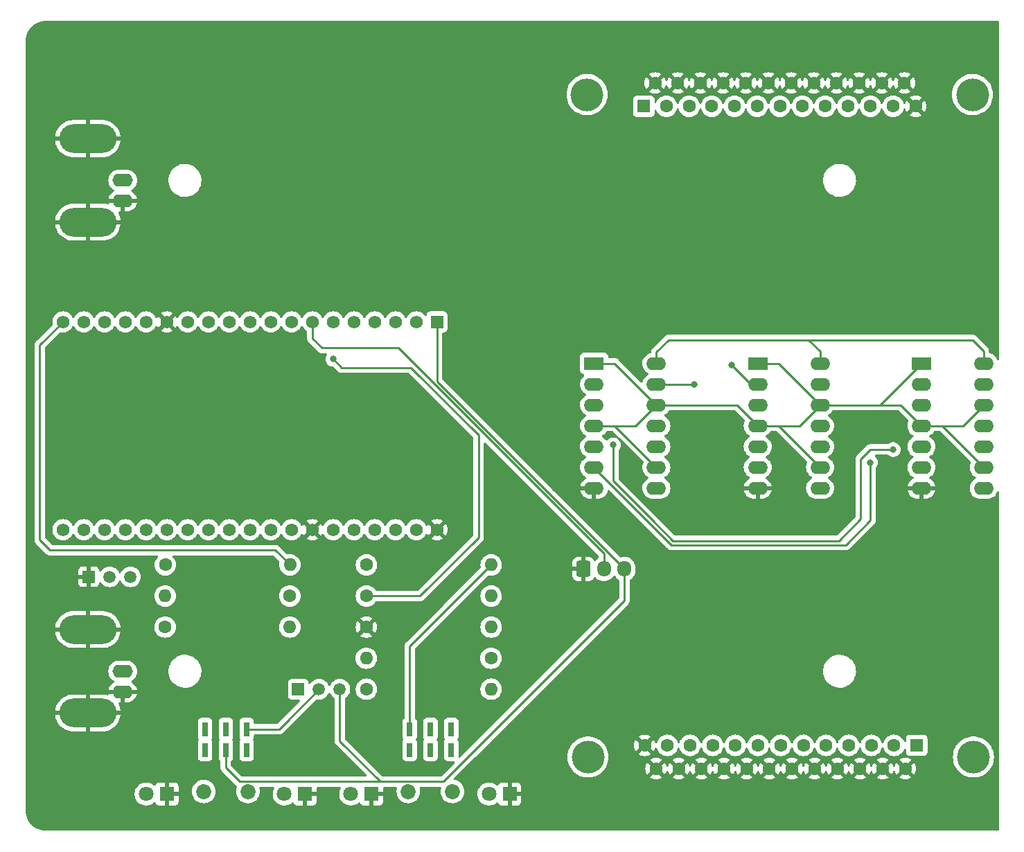
<source format=gbr>
%TF.GenerationSoftware,KiCad,Pcbnew,(6.0.4)*%
%TF.CreationDate,2023-06-02T21:54:59+02:00*%
%TF.ProjectId,LED-Zappelin-V2-Chrolis,4c45442d-5a61-4707-9065-6c696e2d5632,rev?*%
%TF.SameCoordinates,Original*%
%TF.FileFunction,Copper,L2,Bot*%
%TF.FilePolarity,Positive*%
%FSLAX46Y46*%
G04 Gerber Fmt 4.6, Leading zero omitted, Abs format (unit mm)*
G04 Created by KiCad (PCBNEW (6.0.4)) date 2023-06-02 21:54:59*
%MOMM*%
%LPD*%
G01*
G04 APERTURE LIST*
G04 Aperture macros list*
%AMRoundRect*
0 Rectangle with rounded corners*
0 $1 Rounding radius*
0 $2 $3 $4 $5 $6 $7 $8 $9 X,Y pos of 4 corners*
0 Add a 4 corners polygon primitive as box body*
4,1,4,$2,$3,$4,$5,$6,$7,$8,$9,$2,$3,0*
0 Add four circle primitives for the rounded corners*
1,1,$1+$1,$2,$3*
1,1,$1+$1,$4,$5*
1,1,$1+$1,$6,$7*
1,1,$1+$1,$8,$9*
0 Add four rect primitives between the rounded corners*
20,1,$1+$1,$2,$3,$4,$5,0*
20,1,$1+$1,$4,$5,$6,$7,0*
20,1,$1+$1,$6,$7,$8,$9,0*
20,1,$1+$1,$8,$9,$2,$3,0*%
G04 Aperture macros list end*
%TA.AperFunction,ComponentPad*%
%ADD10R,1.560000X1.560000*%
%TD*%
%TA.AperFunction,ComponentPad*%
%ADD11C,1.560000*%
%TD*%
%TA.AperFunction,ComponentPad*%
%ADD12R,1.800000X1.800000*%
%TD*%
%TA.AperFunction,ComponentPad*%
%ADD13C,1.800000*%
%TD*%
%TA.AperFunction,ComponentPad*%
%ADD14RoundRect,0.250000X-0.600000X-0.725000X0.600000X-0.725000X0.600000X0.725000X-0.600000X0.725000X0*%
%TD*%
%TA.AperFunction,ComponentPad*%
%ADD15O,1.700000X1.950000*%
%TD*%
%TA.AperFunction,ComponentPad*%
%ADD16R,0.750000X1.750000*%
%TD*%
%TA.AperFunction,ComponentPad*%
%ADD17C,1.850000*%
%TD*%
%TA.AperFunction,ComponentPad*%
%ADD18C,1.600000*%
%TD*%
%TA.AperFunction,ComponentPad*%
%ADD19O,1.600000X1.600000*%
%TD*%
%TA.AperFunction,ComponentPad*%
%ADD20C,4.000000*%
%TD*%
%TA.AperFunction,ComponentPad*%
%ADD21R,1.600000X1.600000*%
%TD*%
%TA.AperFunction,ComponentPad*%
%ADD22O,2.499360X1.600200*%
%TD*%
%TA.AperFunction,ComponentPad*%
%ADD23O,7.000240X3.500120*%
%TD*%
%TA.AperFunction,ComponentPad*%
%ADD24R,2.400000X1.600000*%
%TD*%
%TA.AperFunction,ComponentPad*%
%ADD25O,2.400000X1.600000*%
%TD*%
%TA.AperFunction,ComponentPad*%
%ADD26R,1.500000X1.500000*%
%TD*%
%TA.AperFunction,ComponentPad*%
%ADD27C,1.500000*%
%TD*%
%TA.AperFunction,ViaPad*%
%ADD28C,0.800000*%
%TD*%
%TA.AperFunction,Conductor*%
%ADD29C,0.250000*%
%TD*%
G04 APERTURE END LIST*
D10*
%TO.P,U1,1,3V3*%
%TO.N,3.3V*%
X100760000Y-72150000D03*
D11*
%TO.P,U1,2,EN*%
%TO.N,unconnected-(U1-Pad2)*%
X98220000Y-72150000D03*
%TO.P,U1,3,SENSOR_VP*%
%TO.N,unconnected-(U1-Pad3)*%
X95680000Y-72150000D03*
%TO.P,U1,4,SENSOR_VN*%
%TO.N,unconnected-(U1-Pad4)*%
X93140000Y-72150000D03*
%TO.P,U1,5,IO34*%
%TO.N,unconnected-(U1-Pad5)*%
X90600000Y-72150000D03*
%TO.P,U1,6,IO35*%
%TO.N,Net-(R1-Pad1)*%
X88060000Y-72150000D03*
%TO.P,U1,7,IO32*%
%TO.N,NeoPixel*%
X85520000Y-72150000D03*
%TO.P,U1,8,IO33*%
%TO.N,Trigger*%
X82980000Y-72150000D03*
%TO.P,U1,9,IO25*%
%TO.N,GPIO25*%
X80440000Y-72150000D03*
%TO.P,U1,10,IO26*%
%TO.N,GPIO26*%
X77900000Y-72150000D03*
%TO.P,U1,11,IO27*%
%TO.N,GPIO27*%
X75360000Y-72150000D03*
%TO.P,U1,12,IO14*%
%TO.N,GPIO28*%
X72820000Y-72150000D03*
%TO.P,U1,13,IO12*%
%TO.N,GPIO12*%
X70280000Y-72150000D03*
%TO.P,U1,14,GND1*%
%TO.N,GNDREF*%
X67740000Y-72150000D03*
%TO.P,U1,15,IO13*%
%TO.N,GPIO13*%
X65200000Y-72150000D03*
%TO.P,U1,16,SD2*%
%TO.N,unconnected-(U1-Pad16)*%
X62660000Y-72150000D03*
%TO.P,U1,17,SD3*%
%TO.N,unconnected-(U1-Pad17)*%
X60120000Y-72150000D03*
%TO.P,U1,18,CMD*%
%TO.N,unconnected-(U1-Pad18)*%
X57580000Y-72150000D03*
%TO.P,U1,19,EXT_5V*%
%TO.N,5V*%
X55040000Y-72150000D03*
%TO.P,U1,20,GND3*%
%TO.N,GNDREF*%
X100760000Y-97550000D03*
%TO.P,U1,21,IO23*%
%TO.N,GPIO23*%
X98220000Y-97550000D03*
%TO.P,U1,22,IO22*%
%TO.N,GPIO22*%
X95680000Y-97550000D03*
%TO.P,U1,23,TXD0*%
%TO.N,unconnected-(U1-Pad23)*%
X93140000Y-97550000D03*
%TO.P,U1,24,RXD0*%
%TO.N,unconnected-(U1-Pad24)*%
X90600000Y-97550000D03*
%TO.P,U1,25,IO21*%
%TO.N,GPIO21*%
X88060000Y-97550000D03*
%TO.P,U1,26,GND2*%
%TO.N,GNDREF*%
X85520000Y-97550000D03*
%TO.P,U1,27,IO19*%
%TO.N,GPIO19*%
X82980000Y-97550000D03*
%TO.P,U1,28,IO18*%
%TO.N,GPIO18*%
X80440000Y-97550000D03*
%TO.P,U1,29,IO5*%
%TO.N,GPIO05*%
X77900000Y-97550000D03*
%TO.P,U1,30,IO17*%
%TO.N,GPIO17*%
X75360000Y-97550000D03*
%TO.P,U1,31,IO16*%
%TO.N,GPIO16*%
X72820000Y-97550000D03*
%TO.P,U1,32,IO4*%
%TO.N,GPIO04*%
X70280000Y-97550000D03*
%TO.P,U1,33,IO0*%
%TO.N,GPIO00*%
X67740000Y-97550000D03*
%TO.P,U1,34,IO2*%
%TO.N,GPIO02*%
X65200000Y-97550000D03*
%TO.P,U1,35,IO15*%
%TO.N,GPIO15*%
X62660000Y-97550000D03*
%TO.P,U1,36,SD1*%
%TO.N,unconnected-(U1-Pad36)*%
X60120000Y-97550000D03*
%TO.P,U1,37,SD0*%
%TO.N,unconnected-(U1-Pad37)*%
X57580000Y-97550000D03*
%TO.P,U1,38,CLK*%
%TO.N,unconnected-(U1-Pad38)*%
X55040000Y-97550000D03*
%TD*%
D12*
%TO.P,D3,1,K*%
%TO.N,GNDREF*%
X109625000Y-129850000D03*
D13*
%TO.P,D3,2,A*%
%TO.N,Net-(D3-Pad2)*%
X107085000Y-129850000D03*
%TD*%
D14*
%TO.P,J5,1,Pin_1*%
%TO.N,GNDREF*%
X118650000Y-102350000D03*
D15*
%TO.P,J5,2,Pin_2*%
%TO.N,NeoPixel*%
X121150000Y-102350000D03*
%TO.P,J5,3,Pin_3*%
%TO.N,3.3V*%
X123650000Y-102350000D03*
%TD*%
D16*
%TO.P,SW1,1,A*%
%TO.N,unconnected-(SW1-Pad1)*%
X72410000Y-121930000D03*
%TO.P,SW1,2,B*%
%TO.N,Net-(SW1-Pad2)*%
X74950000Y-121930000D03*
%TO.P,SW1,3,C*%
%TO.N,Net-(SW1-Pad3)*%
X77490000Y-121930000D03*
%TO.P,SW1,4,A*%
%TO.N,Net-(R4-Pad2)*%
X72410000Y-124470000D03*
%TO.P,SW1,5,B*%
%TO.N,3.3V*%
X74950000Y-124470000D03*
%TO.P,SW1,6,C*%
%TO.N,Net-(R3-Pad2)*%
X77490000Y-124470000D03*
D17*
%TO.P,SW1,7*%
%TO.N,N/C*%
X72250000Y-129550000D03*
%TO.P,SW1,8*%
X77650000Y-129550000D03*
%TD*%
D18*
%TO.P,R4,1*%
%TO.N,Net-(D2-Pad2)*%
X82770000Y-105650000D03*
D19*
%TO.P,R4,2*%
%TO.N,Net-(R4-Pad2)*%
X67530000Y-105650000D03*
%TD*%
D16*
%TO.P,SW2,1,A*%
%TO.N,Net-(R6-Pad2)*%
X97410000Y-121930000D03*
%TO.P,SW2,2,B*%
%TO.N,Net-(SW1-Pad3)*%
X99950000Y-121930000D03*
%TO.P,SW2,3,C*%
%TO.N,Blanking*%
X102490000Y-121930000D03*
%TO.P,SW2,4,A*%
%TO.N,Net-(R7-Pad2)*%
X97410000Y-124470000D03*
%TO.P,SW2,5,B*%
%TO.N,Net-(SW2-Pad5)*%
X99950000Y-124470000D03*
%TO.P,SW2,6,C*%
%TO.N,Net-(R8-Pad2)*%
X102490000Y-124470000D03*
D17*
%TO.P,SW2,7*%
%TO.N,N/C*%
X97250000Y-129550000D03*
%TO.P,SW2,8*%
X102650000Y-129550000D03*
%TD*%
D12*
%TO.P,D1,1,K*%
%TO.N,GNDREF*%
X67750000Y-129850000D03*
D13*
%TO.P,D1,2,A*%
%TO.N,Net-(D1-Pad2)*%
X65210000Y-129850000D03*
%TD*%
D18*
%TO.P,R3,1*%
%TO.N,Net-(D1-Pad2)*%
X67530000Y-109450000D03*
D19*
%TO.P,R3,2*%
%TO.N,Net-(R3-Pad2)*%
X82770000Y-109450000D03*
%TD*%
D20*
%TO.P,J3,0*%
%TO.N,N/C*%
X119095000Y-44370000D03*
X166195000Y-44370000D03*
D21*
%TO.P,J3,1,1*%
%TO.N,GPIO15*%
X126025000Y-45790000D03*
D18*
%TO.P,J3,2,2*%
%TO.N,GPIO02*%
X128795000Y-45790000D03*
%TO.P,J3,3,3*%
%TO.N,GPIO00*%
X131565000Y-45790000D03*
%TO.P,J3,4,4*%
%TO.N,GPIO04*%
X134335000Y-45790000D03*
%TO.P,J3,5,5*%
%TO.N,GPIO16*%
X137105000Y-45790000D03*
%TO.P,J3,6,6*%
%TO.N,GPIO17*%
X139875000Y-45790000D03*
%TO.P,J3,7,7*%
%TO.N,GPIO Input 6*%
X142645000Y-45790000D03*
%TO.P,J3,8,8*%
%TO.N,GPIO Input 5*%
X145415000Y-45790000D03*
%TO.P,J3,9,9*%
%TO.N,GPIO Input 4*%
X148185000Y-45790000D03*
%TO.P,J3,10,10*%
%TO.N,GPIO Input 3*%
X150955000Y-45790000D03*
%TO.P,J3,11,11*%
%TO.N,GPIO Input 2*%
X153725000Y-45790000D03*
%TO.P,J3,12,12*%
%TO.N,GPIO Input 1*%
X156495000Y-45790000D03*
%TO.P,J3,13,13*%
%TO.N,GNDREF*%
X159265000Y-45790000D03*
%TO.P,J3,14,P14*%
X127410000Y-42950000D03*
%TO.P,J3,15,P15*%
X130180000Y-42950000D03*
%TO.P,J3,16,P16*%
X132950000Y-42950000D03*
%TO.P,J3,17,P17*%
X135720000Y-42950000D03*
%TO.P,J3,18,P18*%
X138490000Y-42950000D03*
%TO.P,J3,19,P19*%
X141260000Y-42950000D03*
%TO.P,J3,20,P20*%
X144030000Y-42950000D03*
%TO.P,J3,21,P21*%
X146800000Y-42950000D03*
%TO.P,J3,22,P22*%
X149570000Y-42950000D03*
%TO.P,J3,23,P23*%
X152340000Y-42950000D03*
%TO.P,J3,24,P24*%
X155110000Y-42950000D03*
%TO.P,J3,25,P25*%
X157880000Y-42950000D03*
%TD*%
D22*
%TO.P,J1,1,In*%
%TO.N,Net-(SW1-Pad2)*%
X62351260Y-54850000D03*
%TO.P,J1,2,Ext*%
%TO.N,GNDREF*%
X62351260Y-57349360D03*
D23*
X58086600Y-59947780D03*
X58086600Y-49749680D03*
%TD*%
D24*
%TO.P,U2,1*%
%TO.N,Blanking*%
X119950000Y-77230000D03*
D25*
%TO.P,U2,2*%
%TO.N,GPIO23*%
X119950000Y-79770000D03*
%TO.P,U2,3*%
%TO.N,GPIO Input 1*%
X119950000Y-82310000D03*
%TO.P,U2,4*%
%TO.N,Blanking*%
X119950000Y-84850000D03*
%TO.P,U2,5*%
%TO.N,GPIO22*%
X119950000Y-87390000D03*
%TO.P,U2,6*%
%TO.N,GPIO Input 2*%
X119950000Y-89930000D03*
%TO.P,U2,7,GND*%
%TO.N,GNDREF*%
X119950000Y-92470000D03*
%TO.P,U2,8*%
%TO.N,GPIO Input 3*%
X127570000Y-92470000D03*
%TO.P,U2,9*%
%TO.N,Blanking*%
X127570000Y-89930000D03*
%TO.P,U2,10*%
%TO.N,GPIO21*%
X127570000Y-87390000D03*
%TO.P,U2,11*%
%TO.N,GPIO Input 4*%
X127570000Y-84850000D03*
%TO.P,U2,12*%
%TO.N,Blanking*%
X127570000Y-82310000D03*
%TO.P,U2,13*%
%TO.N,GPIO19*%
X127570000Y-79770000D03*
%TO.P,U2,14,VCC*%
%TO.N,5V*%
X127570000Y-77230000D03*
%TD*%
D24*
%TO.P,U4,1*%
%TO.N,Blanking*%
X159950000Y-77230000D03*
D25*
%TO.P,U4,2*%
%TO.N,GPIO27*%
X159950000Y-79770000D03*
%TO.P,U4,3*%
%TO.N,GPIO Input 9*%
X159950000Y-82310000D03*
%TO.P,U4,4*%
%TO.N,Blanking*%
X159950000Y-84850000D03*
%TO.P,U4,5*%
%TO.N,GPIO28*%
X159950000Y-87390000D03*
%TO.P,U4,6*%
%TO.N,GPIO Input 10*%
X159950000Y-89930000D03*
%TO.P,U4,7,GND*%
%TO.N,GNDREF*%
X159950000Y-92470000D03*
%TO.P,U4,8*%
%TO.N,GPIO Input 11*%
X167570000Y-92470000D03*
%TO.P,U4,9*%
%TO.N,Blanking*%
X167570000Y-89930000D03*
%TO.P,U4,10*%
%TO.N,GPIO12*%
X167570000Y-87390000D03*
%TO.P,U4,11*%
%TO.N,GPIO Input 12*%
X167570000Y-84850000D03*
%TO.P,U4,12*%
%TO.N,Blanking*%
X167570000Y-82310000D03*
%TO.P,U4,13*%
%TO.N,GPIO13*%
X167570000Y-79770000D03*
%TO.P,U4,14,VCC*%
%TO.N,5V*%
X167570000Y-77230000D03*
%TD*%
D18*
%TO.P,R8,1*%
%TO.N,Net-(D4-Pad2)*%
X92130000Y-117050000D03*
D19*
%TO.P,R8,2*%
%TO.N,Net-(R8-Pad2)*%
X107370000Y-117050000D03*
%TD*%
D24*
%TO.P,U3,1*%
%TO.N,Blanking*%
X139950000Y-77230000D03*
D25*
%TO.P,U3,2*%
%TO.N,GPIO18*%
X139950000Y-79770000D03*
%TO.P,U3,3*%
%TO.N,GPIO Input 5*%
X139950000Y-82310000D03*
%TO.P,U3,4*%
%TO.N,Blanking*%
X139950000Y-84850000D03*
%TO.P,U3,5*%
%TO.N,GPIO05*%
X139950000Y-87390000D03*
%TO.P,U3,6*%
%TO.N,GPIO Input 6*%
X139950000Y-89930000D03*
%TO.P,U3,7,GND*%
%TO.N,GNDREF*%
X139950000Y-92470000D03*
%TO.P,U3,8*%
%TO.N,GPIO Input 7*%
X147570000Y-92470000D03*
%TO.P,U3,9*%
%TO.N,Blanking*%
X147570000Y-89930000D03*
%TO.P,U3,10*%
%TO.N,GPIO25*%
X147570000Y-87390000D03*
%TO.P,U3,11*%
%TO.N,GPIO Input 8*%
X147570000Y-84850000D03*
%TO.P,U3,12*%
%TO.N,Blanking*%
X147570000Y-82310000D03*
%TO.P,U3,13*%
%TO.N,GPIO26*%
X147570000Y-79770000D03*
%TO.P,U3,14,VCC*%
%TO.N,5V*%
X147570000Y-77230000D03*
%TD*%
D20*
%TO.P,J4,0*%
%TO.N,N/C*%
X166305000Y-125330000D03*
X119205000Y-125330000D03*
D21*
%TO.P,J4,1,1*%
%TO.N,unconnected-(J4-Pad1)*%
X159375000Y-123910000D03*
D18*
%TO.P,J4,2,2*%
%TO.N,unconnected-(J4-Pad2)*%
X156605000Y-123910000D03*
%TO.P,J4,3,3*%
%TO.N,unconnected-(J4-Pad3)*%
X153835000Y-123910000D03*
%TO.P,J4,4,4*%
%TO.N,unconnected-(J4-Pad4)*%
X151065000Y-123910000D03*
%TO.P,J4,5,5*%
%TO.N,unconnected-(J4-Pad5)*%
X148295000Y-123910000D03*
%TO.P,J4,6,6*%
%TO.N,unconnected-(J4-Pad6)*%
X145525000Y-123910000D03*
%TO.P,J4,7,7*%
%TO.N,GPIO Input 12*%
X142755000Y-123910000D03*
%TO.P,J4,8,8*%
%TO.N,GPIO Input 11*%
X139985000Y-123910000D03*
%TO.P,J4,9,9*%
%TO.N,GPIO Input 10*%
X137215000Y-123910000D03*
%TO.P,J4,10,10*%
%TO.N,GPIO Input 9*%
X134445000Y-123910000D03*
%TO.P,J4,11,11*%
%TO.N,GPIO Input 8*%
X131675000Y-123910000D03*
%TO.P,J4,12,12*%
%TO.N,GPIO Input 7*%
X128905000Y-123910000D03*
%TO.P,J4,13,13*%
%TO.N,GNDREF*%
X126135000Y-123910000D03*
%TO.P,J4,14,P14*%
X157990000Y-126750000D03*
%TO.P,J4,15,P15*%
X155220000Y-126750000D03*
%TO.P,J4,16,P16*%
X152450000Y-126750000D03*
%TO.P,J4,17,P17*%
X149680000Y-126750000D03*
%TO.P,J4,18,P18*%
X146910000Y-126750000D03*
%TO.P,J4,19,P19*%
X144140000Y-126750000D03*
%TO.P,J4,20,P20*%
X141370000Y-126750000D03*
%TO.P,J4,21,P21*%
X138600000Y-126750000D03*
%TO.P,J4,22,P22*%
X135830000Y-126750000D03*
%TO.P,J4,23,P23*%
X133060000Y-126750000D03*
%TO.P,J4,24,P24*%
X130290000Y-126750000D03*
%TO.P,J4,25,P25*%
X127520000Y-126750000D03*
%TD*%
%TO.P,R7,1*%
%TO.N,Net-(D3-Pad2)*%
X107350000Y-113250000D03*
D19*
%TO.P,R7,2*%
%TO.N,Net-(R7-Pad2)*%
X92110000Y-113250000D03*
%TD*%
D18*
%TO.P,R5,1*%
%TO.N,Blanking*%
X67550000Y-101850000D03*
D19*
%TO.P,R5,2*%
%TO.N,5V*%
X82790000Y-101850000D03*
%TD*%
D26*
%TO.P,Q2,1,E*%
%TO.N,Net-(SW2-Pad5)*%
X83800000Y-117050000D03*
D27*
%TO.P,Q2,2,B*%
%TO.N,Net-(SW1-Pad3)*%
X86340000Y-117050000D03*
%TO.P,Q2,3,C*%
%TO.N,3.3V*%
X88880000Y-117050000D03*
%TD*%
D18*
%TO.P,R6,1*%
%TO.N,Net-(Q1-Pad2)*%
X92130000Y-101850000D03*
D19*
%TO.P,R6,2*%
%TO.N,Net-(R6-Pad2)*%
X107370000Y-101850000D03*
%TD*%
D18*
%TO.P,R1,1*%
%TO.N,Net-(R1-Pad1)*%
X92130000Y-105650000D03*
D19*
%TO.P,R1,2*%
%TO.N,Blanking*%
X107370000Y-105650000D03*
%TD*%
D22*
%TO.P,J2,1,In*%
%TO.N,Trigger*%
X62351260Y-114850000D03*
D23*
%TO.P,J2,2,Ext*%
%TO.N,GNDREF*%
X58086600Y-109749680D03*
X58086600Y-119947780D03*
D22*
X62351260Y-117349360D03*
%TD*%
D12*
%TO.P,D2,1,K*%
%TO.N,GNDREF*%
X84625000Y-129850000D03*
D13*
%TO.P,D2,2,A*%
%TO.N,Net-(D2-Pad2)*%
X82085000Y-129850000D03*
%TD*%
D26*
%TO.P,Q1,1,E*%
%TO.N,GNDREF*%
X58200000Y-103300000D03*
D27*
%TO.P,Q1,2,B*%
%TO.N,Net-(Q1-Pad2)*%
X60740000Y-103300000D03*
%TO.P,Q1,3,C*%
%TO.N,Blanking*%
X63280000Y-103300000D03*
%TD*%
D18*
%TO.P,R2,1*%
%TO.N,GNDREF*%
X92130000Y-109450000D03*
D19*
%TO.P,R2,2*%
%TO.N,Blanking*%
X107370000Y-109450000D03*
%TD*%
D12*
%TO.P,D4,1,K*%
%TO.N,GNDREF*%
X92750000Y-129850000D03*
D13*
%TO.P,D4,2,A*%
%TO.N,Net-(D4-Pad2)*%
X90210000Y-129850000D03*
%TD*%
D28*
%TO.N,GPIO Input 2*%
X153725000Y-89325000D03*
%TO.N,GPIO Input 1*%
X122300000Y-87200000D03*
X156500000Y-87750000D03*
%TO.N,Net-(R1-Pad1)*%
X88050000Y-76700000D03*
%TO.N,GPIO19*%
X132150000Y-79800000D03*
%TO.N,GPIO18*%
X136750000Y-77400000D03*
%TD*%
D29*
%TO.N,GPIO Input 2*%
X153725000Y-96425000D02*
X153725000Y-89375000D01*
X119950000Y-89930000D02*
X129420000Y-99400000D01*
X129420000Y-99400000D02*
X150750000Y-99400000D01*
X150750000Y-99400000D02*
X153725000Y-96425000D01*
%TO.N,GPIO Input 1*%
X127100000Y-96400480D02*
X126999760Y-96300240D01*
X152550000Y-96200000D02*
X149850000Y-98900000D01*
X129599520Y-98900000D02*
X126999760Y-96300240D01*
X152550000Y-88900000D02*
X152550000Y-96200000D01*
X153700000Y-87750000D02*
X152550000Y-88900000D01*
X156500000Y-87750000D02*
X153700000Y-87750000D01*
X126999760Y-96300240D02*
X122300000Y-91600480D01*
X149850000Y-98900000D02*
X129599520Y-98900000D01*
X122300000Y-91600480D02*
X122300000Y-87200000D01*
%TO.N,NeoPixel*%
X96014282Y-75350000D02*
X86700000Y-75350000D01*
X85520000Y-74170000D02*
X85520000Y-72150000D01*
X121150000Y-102350000D02*
X121150000Y-100485718D01*
X121150000Y-100485718D02*
X96014282Y-75350000D01*
X86700000Y-75350000D02*
X85520000Y-74170000D01*
%TO.N,3.3V*%
X100760000Y-72150000D02*
X100760000Y-79460000D01*
X74950000Y-126650000D02*
X76650000Y-128350000D01*
X88880000Y-123380000D02*
X93850000Y-128350000D01*
X93850000Y-128350000D02*
X97070000Y-128350000D01*
X88880000Y-117050000D02*
X88880000Y-123380000D01*
X101509022Y-128350000D02*
X123650000Y-106209022D01*
X74950000Y-124470000D02*
X74950000Y-126650000D01*
X76650000Y-128350000D02*
X93850000Y-128350000D01*
X97070000Y-128350000D02*
X101509022Y-128350000D01*
X123650000Y-106209022D02*
X123650000Y-102350000D01*
X100760000Y-79460000D02*
X123650000Y-102350000D01*
%TO.N,Blanking*%
X162490000Y-84850000D02*
X167570000Y-89930000D01*
X119950000Y-77230000D02*
X122490000Y-77230000D01*
X139950000Y-77230000D02*
X142490000Y-77230000D01*
X165030000Y-84850000D02*
X167570000Y-82310000D01*
X139950000Y-84850000D02*
X145030000Y-84850000D01*
X154870000Y-82310000D02*
X159950000Y-77230000D01*
X139950000Y-84850000D02*
X142490000Y-84850000D01*
X119950000Y-84850000D02*
X125030000Y-84850000D01*
X122490000Y-77230000D02*
X127570000Y-82310000D01*
X137410000Y-82310000D02*
X139950000Y-84850000D01*
X119950000Y-84850000D02*
X122490000Y-84850000D01*
X147570000Y-82310000D02*
X154870000Y-82310000D01*
X159950000Y-84850000D02*
X165030000Y-84850000D01*
X157410000Y-82310000D02*
X159950000Y-84850000D01*
X125030000Y-84850000D02*
X127570000Y-82310000D01*
X122490000Y-84850000D02*
X127570000Y-89930000D01*
X147570000Y-82310000D02*
X157410000Y-82310000D01*
X142490000Y-77230000D02*
X147570000Y-82310000D01*
X127570000Y-82310000D02*
X137410000Y-82310000D01*
X159950000Y-84850000D02*
X162490000Y-84850000D01*
X145030000Y-84850000D02*
X147570000Y-82310000D01*
X142490000Y-84850000D02*
X147570000Y-89930000D01*
%TO.N,Net-(R1-Pad1)*%
X97600000Y-77750000D02*
X89100000Y-77750000D01*
X105850000Y-86000000D02*
X97600000Y-77750000D01*
X92130000Y-105650000D02*
X98700000Y-105650000D01*
X89100000Y-77750000D02*
X88050000Y-76700000D01*
X98700000Y-105650000D02*
X105850000Y-98500000D01*
X105850000Y-98500000D02*
X105850000Y-86000000D01*
%TO.N,5V*%
X80990000Y-100050000D02*
X53450000Y-100050000D01*
X146200000Y-74350000D02*
X165300000Y-74350000D01*
X129050000Y-74350000D02*
X146200000Y-74350000D01*
X127570000Y-77230000D02*
X127570000Y-75830000D01*
X52200000Y-98800000D02*
X52200000Y-74990000D01*
X147570000Y-75720000D02*
X147570000Y-77230000D01*
X52200000Y-74990000D02*
X55040000Y-72150000D01*
X165300000Y-74350000D02*
X166200000Y-74350000D01*
X127570000Y-75830000D02*
X129050000Y-74350000D01*
X146200000Y-74350000D02*
X147570000Y-75720000D01*
X166200000Y-74350000D02*
X167570000Y-75720000D01*
X53450000Y-100050000D02*
X52200000Y-98800000D01*
X82790000Y-101850000D02*
X80990000Y-100050000D01*
X167570000Y-75720000D02*
X167570000Y-77230000D01*
%TO.N,Net-(R6-Pad2)*%
X97410000Y-121930000D02*
X97410000Y-111810000D01*
X97410000Y-111810000D02*
X107370000Y-101850000D01*
%TO.N,Net-(SW1-Pad3)*%
X81460000Y-121930000D02*
X82120000Y-121270000D01*
X77490000Y-121930000D02*
X81460000Y-121930000D01*
X82120000Y-121270000D02*
X86340000Y-117050000D01*
%TO.N,GPIO19*%
X132150000Y-79800000D02*
X132120000Y-79770000D01*
X132120000Y-79770000D02*
X127570000Y-79770000D01*
%TO.N,GPIO18*%
X139950000Y-79770000D02*
X139120000Y-79770000D01*
X139120000Y-79770000D02*
X136750000Y-77400000D01*
%TD*%
%TA.AperFunction,Conductor*%
%TO.N,GNDREF*%
G36*
X169383621Y-35378502D02*
G01*
X169430114Y-35432158D01*
X169441500Y-35484500D01*
X169441500Y-76721118D01*
X169421498Y-76789239D01*
X169367842Y-76835732D01*
X169297568Y-76845836D01*
X169232988Y-76816342D01*
X169201305Y-76774368D01*
X169109849Y-76578238D01*
X169109846Y-76578233D01*
X169107523Y-76573251D01*
X168976198Y-76385700D01*
X168814300Y-76223802D01*
X168809792Y-76220645D01*
X168809789Y-76220643D01*
X168727546Y-76163056D01*
X168626749Y-76092477D01*
X168621767Y-76090154D01*
X168621762Y-76090151D01*
X168516409Y-76041025D01*
X168419243Y-75995716D01*
X168413918Y-75994289D01*
X168358296Y-75979385D01*
X168296889Y-75962931D01*
X168236266Y-75925979D01*
X168205245Y-75862119D01*
X168203500Y-75841224D01*
X168203500Y-75798768D01*
X168204027Y-75787585D01*
X168205702Y-75780092D01*
X168205005Y-75757899D01*
X168203562Y-75712002D01*
X168203500Y-75708044D01*
X168203500Y-75680144D01*
X168202996Y-75676153D01*
X168202063Y-75664311D01*
X168201088Y-75633266D01*
X168200674Y-75620111D01*
X168198461Y-75612493D01*
X168195021Y-75600652D01*
X168191012Y-75581293D01*
X168190846Y-75579983D01*
X168188474Y-75561203D01*
X168185558Y-75553837D01*
X168185556Y-75553831D01*
X168172200Y-75520098D01*
X168168355Y-75508868D01*
X168158230Y-75474017D01*
X168158230Y-75474016D01*
X168156019Y-75466407D01*
X168145705Y-75448966D01*
X168137008Y-75431213D01*
X168132472Y-75419758D01*
X168129552Y-75412383D01*
X168103563Y-75376612D01*
X168097047Y-75366692D01*
X168083495Y-75343777D01*
X168074542Y-75328638D01*
X168060221Y-75314317D01*
X168047380Y-75299283D01*
X168040131Y-75289306D01*
X168035472Y-75282893D01*
X168001395Y-75254702D01*
X167992616Y-75246712D01*
X166703652Y-73957747D01*
X166696112Y-73949461D01*
X166692000Y-73942982D01*
X166642348Y-73896356D01*
X166639507Y-73893602D01*
X166619770Y-73873865D01*
X166616573Y-73871385D01*
X166607551Y-73863680D01*
X166594122Y-73851069D01*
X166575321Y-73833414D01*
X166568375Y-73829595D01*
X166568372Y-73829593D01*
X166557566Y-73823652D01*
X166541047Y-73812801D01*
X166540583Y-73812441D01*
X166525041Y-73800386D01*
X166517772Y-73797241D01*
X166517768Y-73797238D01*
X166484463Y-73782826D01*
X166473813Y-73777609D01*
X166435060Y-73756305D01*
X166415437Y-73751267D01*
X166396734Y-73744863D01*
X166385420Y-73739967D01*
X166385419Y-73739967D01*
X166378145Y-73736819D01*
X166370322Y-73735580D01*
X166370312Y-73735577D01*
X166334476Y-73729901D01*
X166322856Y-73727495D01*
X166287711Y-73718472D01*
X166287710Y-73718472D01*
X166280030Y-73716500D01*
X166259776Y-73716500D01*
X166240065Y-73714949D01*
X166227886Y-73713020D01*
X166220057Y-73711780D01*
X166190786Y-73714547D01*
X166176039Y-73715941D01*
X166164181Y-73716500D01*
X146259776Y-73716500D01*
X146240065Y-73714949D01*
X146227886Y-73713020D01*
X146220057Y-73711780D01*
X146190786Y-73714547D01*
X146176039Y-73715941D01*
X146164181Y-73716500D01*
X129128767Y-73716500D01*
X129117584Y-73715973D01*
X129110091Y-73714298D01*
X129102165Y-73714547D01*
X129102164Y-73714547D01*
X129042014Y-73716438D01*
X129038055Y-73716500D01*
X129010144Y-73716500D01*
X129006210Y-73716997D01*
X129006209Y-73716997D01*
X129006144Y-73717005D01*
X128994307Y-73717938D01*
X128962049Y-73718952D01*
X128958030Y-73719078D01*
X128950111Y-73719327D01*
X128930657Y-73724979D01*
X128911300Y-73728987D01*
X128899070Y-73730532D01*
X128899069Y-73730532D01*
X128891203Y-73731526D01*
X128883832Y-73734445D01*
X128883830Y-73734445D01*
X128850088Y-73747804D01*
X128838858Y-73751649D01*
X128804017Y-73761771D01*
X128804016Y-73761771D01*
X128796407Y-73763982D01*
X128789588Y-73768015D01*
X128789583Y-73768017D01*
X128778972Y-73774293D01*
X128761224Y-73782988D01*
X128742383Y-73790448D01*
X128735967Y-73795110D01*
X128735966Y-73795110D01*
X128706613Y-73816436D01*
X128696693Y-73822952D01*
X128665465Y-73841420D01*
X128665462Y-73841422D01*
X128658638Y-73845458D01*
X128644317Y-73859779D01*
X128629284Y-73872619D01*
X128612893Y-73884528D01*
X128604217Y-73895016D01*
X128584702Y-73918605D01*
X128576712Y-73927384D01*
X127177747Y-75326348D01*
X127169461Y-75333888D01*
X127162982Y-75338000D01*
X127157557Y-75343777D01*
X127116357Y-75387651D01*
X127113602Y-75390493D01*
X127093865Y-75410230D01*
X127091385Y-75413427D01*
X127083682Y-75422447D01*
X127053414Y-75454679D01*
X127049595Y-75461625D01*
X127049593Y-75461628D01*
X127043652Y-75472434D01*
X127032801Y-75488953D01*
X127020386Y-75504959D01*
X127017241Y-75512228D01*
X127017238Y-75512232D01*
X127002826Y-75545537D01*
X126997609Y-75556187D01*
X126976305Y-75594940D01*
X126974334Y-75602615D01*
X126974334Y-75602616D01*
X126971267Y-75614562D01*
X126964863Y-75633266D01*
X126956819Y-75651855D01*
X126955580Y-75659678D01*
X126955577Y-75659688D01*
X126949901Y-75695524D01*
X126947495Y-75707144D01*
X126946248Y-75712002D01*
X126936500Y-75749970D01*
X126936500Y-75770224D01*
X126934949Y-75789934D01*
X126931780Y-75809943D01*
X126932526Y-75817836D01*
X126932526Y-75817838D01*
X126933673Y-75829976D01*
X126920169Y-75899676D01*
X126871126Y-75951011D01*
X126840844Y-75963537D01*
X126726079Y-75994289D01*
X126726071Y-75994292D01*
X126720757Y-75995716D01*
X126623591Y-76041025D01*
X126518238Y-76090151D01*
X126518233Y-76090154D01*
X126513251Y-76092477D01*
X126412454Y-76163056D01*
X126330211Y-76220643D01*
X126330208Y-76220645D01*
X126325700Y-76223802D01*
X126163802Y-76385700D01*
X126032477Y-76573251D01*
X126030154Y-76578233D01*
X126030151Y-76578238D01*
X125949409Y-76751392D01*
X125935716Y-76780757D01*
X125934294Y-76786065D01*
X125934293Y-76786067D01*
X125877881Y-76996598D01*
X125876457Y-77001913D01*
X125856502Y-77230000D01*
X125876457Y-77458087D01*
X125877881Y-77463400D01*
X125877881Y-77463402D01*
X125917936Y-77612886D01*
X125935716Y-77679243D01*
X125938039Y-77684224D01*
X125938039Y-77684225D01*
X126030151Y-77881762D01*
X126030154Y-77881767D01*
X126032477Y-77886749D01*
X126063620Y-77931226D01*
X126152758Y-78058527D01*
X126163802Y-78074300D01*
X126325700Y-78236198D01*
X126330208Y-78239355D01*
X126330211Y-78239357D01*
X126368417Y-78266109D01*
X126513251Y-78367523D01*
X126518233Y-78369846D01*
X126518238Y-78369849D01*
X126552457Y-78385805D01*
X126605742Y-78432722D01*
X126625203Y-78500999D01*
X126604661Y-78568959D01*
X126552457Y-78614195D01*
X126518238Y-78630151D01*
X126518233Y-78630154D01*
X126513251Y-78632477D01*
X126408389Y-78705902D01*
X126330211Y-78760643D01*
X126330208Y-78760645D01*
X126325700Y-78763802D01*
X126163802Y-78925700D01*
X126160645Y-78930208D01*
X126160643Y-78930211D01*
X126107437Y-79006197D01*
X126032477Y-79113251D01*
X126030154Y-79118233D01*
X126030151Y-79118238D01*
X126017483Y-79145405D01*
X125935716Y-79320757D01*
X125934294Y-79326064D01*
X125895190Y-79472001D01*
X125858238Y-79532623D01*
X125794377Y-79563645D01*
X125723883Y-79555216D01*
X125684388Y-79528484D01*
X124424699Y-78268794D01*
X122993652Y-76837747D01*
X122986112Y-76829461D01*
X122982000Y-76822982D01*
X122932348Y-76776356D01*
X122929507Y-76773602D01*
X122909770Y-76753865D01*
X122906573Y-76751385D01*
X122897551Y-76743680D01*
X122871100Y-76718841D01*
X122865321Y-76713414D01*
X122858375Y-76709595D01*
X122858372Y-76709593D01*
X122847566Y-76703652D01*
X122831047Y-76692801D01*
X122826024Y-76688905D01*
X122815041Y-76680386D01*
X122807772Y-76677241D01*
X122807768Y-76677238D01*
X122774463Y-76662826D01*
X122763813Y-76657609D01*
X122725060Y-76636305D01*
X122705437Y-76631267D01*
X122686734Y-76624863D01*
X122675420Y-76619967D01*
X122675419Y-76619967D01*
X122668145Y-76616819D01*
X122660322Y-76615580D01*
X122660312Y-76615577D01*
X122624476Y-76609901D01*
X122612856Y-76607495D01*
X122577711Y-76598472D01*
X122577710Y-76598472D01*
X122570030Y-76596500D01*
X122549776Y-76596500D01*
X122530065Y-76594949D01*
X122517886Y-76593020D01*
X122510057Y-76591780D01*
X122502165Y-76592526D01*
X122466039Y-76595941D01*
X122454181Y-76596500D01*
X121784500Y-76596500D01*
X121716379Y-76576498D01*
X121669886Y-76522842D01*
X121658500Y-76470500D01*
X121658500Y-76381866D01*
X121651745Y-76319684D01*
X121600615Y-76183295D01*
X121513261Y-76066739D01*
X121396705Y-75979385D01*
X121260316Y-75928255D01*
X121198134Y-75921500D01*
X118701866Y-75921500D01*
X118639684Y-75928255D01*
X118503295Y-75979385D01*
X118386739Y-76066739D01*
X118299385Y-76183295D01*
X118248255Y-76319684D01*
X118241500Y-76381866D01*
X118241500Y-78078134D01*
X118248255Y-78140316D01*
X118299385Y-78276705D01*
X118386739Y-78393261D01*
X118503295Y-78480615D01*
X118639684Y-78531745D01*
X118650474Y-78532917D01*
X118652606Y-78533803D01*
X118655222Y-78534425D01*
X118655121Y-78534848D01*
X118716035Y-78560155D01*
X118756463Y-78618517D01*
X118758922Y-78689471D01*
X118722629Y-78750490D01*
X118713969Y-78757489D01*
X118710207Y-78760646D01*
X118705700Y-78763802D01*
X118543802Y-78925700D01*
X118540645Y-78930208D01*
X118540643Y-78930211D01*
X118487437Y-79006197D01*
X118412477Y-79113251D01*
X118410154Y-79118233D01*
X118410151Y-79118238D01*
X118397483Y-79145405D01*
X118315716Y-79320757D01*
X118314294Y-79326064D01*
X118314293Y-79326067D01*
X118286861Y-79428444D01*
X118256457Y-79541913D01*
X118236502Y-79770000D01*
X118256457Y-79998087D01*
X118257881Y-80003400D01*
X118257881Y-80003402D01*
X118297936Y-80152886D01*
X118315716Y-80219243D01*
X118318039Y-80224224D01*
X118318039Y-80224225D01*
X118410151Y-80421762D01*
X118410154Y-80421767D01*
X118412477Y-80426749D01*
X118445531Y-80473955D01*
X118527570Y-80591118D01*
X118543802Y-80614300D01*
X118705700Y-80776198D01*
X118710208Y-80779355D01*
X118710211Y-80779357D01*
X118788389Y-80834098D01*
X118893251Y-80907523D01*
X118898233Y-80909846D01*
X118898238Y-80909849D01*
X118932457Y-80925805D01*
X118985742Y-80972722D01*
X119005203Y-81040999D01*
X118984661Y-81108959D01*
X118932457Y-81154195D01*
X118898238Y-81170151D01*
X118898233Y-81170154D01*
X118893251Y-81172477D01*
X118788389Y-81245902D01*
X118710211Y-81300643D01*
X118710208Y-81300645D01*
X118705700Y-81303802D01*
X118543802Y-81465700D01*
X118412477Y-81653251D01*
X118410154Y-81658233D01*
X118410151Y-81658238D01*
X118329409Y-81831392D01*
X118315716Y-81860757D01*
X118314294Y-81866065D01*
X118314293Y-81866067D01*
X118257881Y-82076598D01*
X118256457Y-82081913D01*
X118236502Y-82310000D01*
X118256457Y-82538087D01*
X118257881Y-82543400D01*
X118257881Y-82543402D01*
X118297936Y-82692886D01*
X118315716Y-82759243D01*
X118318039Y-82764224D01*
X118318039Y-82764225D01*
X118410151Y-82961762D01*
X118410154Y-82961767D01*
X118412477Y-82966749D01*
X118543802Y-83154300D01*
X118705700Y-83316198D01*
X118710208Y-83319355D01*
X118710211Y-83319357D01*
X118788389Y-83374098D01*
X118893251Y-83447523D01*
X118898233Y-83449846D01*
X118898238Y-83449849D01*
X118932457Y-83465805D01*
X118985742Y-83512722D01*
X119005203Y-83580999D01*
X118984661Y-83648959D01*
X118932457Y-83694195D01*
X118898238Y-83710151D01*
X118898233Y-83710154D01*
X118893251Y-83712477D01*
X118788389Y-83785902D01*
X118710211Y-83840643D01*
X118710208Y-83840645D01*
X118705700Y-83843802D01*
X118543802Y-84005700D01*
X118412477Y-84193251D01*
X118410154Y-84198233D01*
X118410151Y-84198238D01*
X118374678Y-84274311D01*
X118315716Y-84400757D01*
X118256457Y-84621913D01*
X118236502Y-84850000D01*
X118256457Y-85078087D01*
X118257881Y-85083400D01*
X118257881Y-85083402D01*
X118310934Y-85281395D01*
X118315716Y-85299243D01*
X118318039Y-85304224D01*
X118318039Y-85304225D01*
X118410151Y-85501762D01*
X118410154Y-85501767D01*
X118412477Y-85506749D01*
X118543802Y-85694300D01*
X118705700Y-85856198D01*
X118710208Y-85859355D01*
X118710211Y-85859357D01*
X118788389Y-85914098D01*
X118893251Y-85987523D01*
X118898233Y-85989846D01*
X118898238Y-85989849D01*
X118932457Y-86005805D01*
X118985742Y-86052722D01*
X119005203Y-86120999D01*
X118984661Y-86188959D01*
X118932457Y-86234195D01*
X118898238Y-86250151D01*
X118898233Y-86250154D01*
X118893251Y-86252477D01*
X118842788Y-86287812D01*
X118710211Y-86380643D01*
X118710208Y-86380645D01*
X118705700Y-86383802D01*
X118543802Y-86545700D01*
X118412477Y-86733251D01*
X118410154Y-86738233D01*
X118410151Y-86738238D01*
X118343526Y-86881118D01*
X118315716Y-86940757D01*
X118314294Y-86946064D01*
X118314293Y-86946067D01*
X118260055Y-87148484D01*
X118256457Y-87161913D01*
X118236502Y-87390000D01*
X118256457Y-87618087D01*
X118257881Y-87623400D01*
X118257881Y-87623402D01*
X118297936Y-87772886D01*
X118315716Y-87839243D01*
X118318039Y-87844224D01*
X118318039Y-87844225D01*
X118410151Y-88041762D01*
X118410154Y-88041767D01*
X118412477Y-88046749D01*
X118415634Y-88051257D01*
X118513318Y-88190764D01*
X118543802Y-88234300D01*
X118705700Y-88396198D01*
X118710208Y-88399355D01*
X118710211Y-88399357D01*
X118757894Y-88432745D01*
X118893251Y-88527523D01*
X118898233Y-88529846D01*
X118898238Y-88529849D01*
X118932457Y-88545805D01*
X118985742Y-88592722D01*
X119005203Y-88660999D01*
X118984661Y-88728959D01*
X118932457Y-88774195D01*
X118898238Y-88790151D01*
X118898233Y-88790154D01*
X118893251Y-88792477D01*
X118810897Y-88850142D01*
X118710211Y-88920643D01*
X118710208Y-88920645D01*
X118705700Y-88923802D01*
X118543802Y-89085700D01*
X118540645Y-89090208D01*
X118540643Y-89090211D01*
X118509231Y-89135072D01*
X118412477Y-89273251D01*
X118410154Y-89278233D01*
X118410151Y-89278238D01*
X118374678Y-89354312D01*
X118315716Y-89480757D01*
X118314294Y-89486065D01*
X118314293Y-89486067D01*
X118300985Y-89535732D01*
X118256457Y-89701913D01*
X118236502Y-89930000D01*
X118256457Y-90158087D01*
X118257881Y-90163400D01*
X118257881Y-90163402D01*
X118297936Y-90312886D01*
X118315716Y-90379243D01*
X118318039Y-90384224D01*
X118318039Y-90384225D01*
X118410151Y-90581762D01*
X118410154Y-90581767D01*
X118412477Y-90586749D01*
X118415634Y-90591257D01*
X118527204Y-90750595D01*
X118543802Y-90774300D01*
X118705700Y-90936198D01*
X118710208Y-90939355D01*
X118710211Y-90939357D01*
X118788389Y-90994098D01*
X118893251Y-91067523D01*
X118898233Y-91069846D01*
X118898238Y-91069849D01*
X118933049Y-91086081D01*
X118986334Y-91132998D01*
X119005795Y-91201275D01*
X118985253Y-91269235D01*
X118933049Y-91314471D01*
X118898489Y-91330586D01*
X118888993Y-91336069D01*
X118710533Y-91461028D01*
X118702125Y-91468084D01*
X118548084Y-91622125D01*
X118541028Y-91630533D01*
X118416069Y-91808993D01*
X118410586Y-91818489D01*
X118318510Y-92015947D01*
X118314764Y-92026239D01*
X118268606Y-92198503D01*
X118268942Y-92212599D01*
X118276884Y-92216000D01*
X120078000Y-92216000D01*
X120146121Y-92236002D01*
X120192614Y-92289658D01*
X120204000Y-92342000D01*
X120204000Y-93759885D01*
X120208475Y-93775124D01*
X120209865Y-93776329D01*
X120217548Y-93778000D01*
X120404365Y-93778000D01*
X120409830Y-93777762D01*
X120572519Y-93763528D01*
X120583312Y-93761625D01*
X120793761Y-93705236D01*
X120804053Y-93701490D01*
X121001511Y-93609414D01*
X121011007Y-93603931D01*
X121189467Y-93478972D01*
X121197875Y-93471916D01*
X121351916Y-93317875D01*
X121358972Y-93309467D01*
X121483931Y-93131007D01*
X121489414Y-93121511D01*
X121581490Y-92924053D01*
X121585236Y-92913761D01*
X121624402Y-92767592D01*
X121661354Y-92706969D01*
X121725215Y-92675948D01*
X121795709Y-92684376D01*
X121835204Y-92711108D01*
X128916343Y-99792247D01*
X128923887Y-99800537D01*
X128928000Y-99807018D01*
X128933777Y-99812443D01*
X128977667Y-99853658D01*
X128980509Y-99856413D01*
X129000230Y-99876134D01*
X129003425Y-99878612D01*
X129012447Y-99886318D01*
X129044679Y-99916586D01*
X129051628Y-99920406D01*
X129062432Y-99926346D01*
X129078956Y-99937199D01*
X129094959Y-99949613D01*
X129135543Y-99967176D01*
X129146173Y-99972383D01*
X129184940Y-99993695D01*
X129192617Y-99995666D01*
X129192622Y-99995668D01*
X129204558Y-99998732D01*
X129223266Y-100005137D01*
X129241855Y-100013181D01*
X129249680Y-100014420D01*
X129249682Y-100014421D01*
X129285519Y-100020097D01*
X129297140Y-100022504D01*
X129328959Y-100030673D01*
X129339970Y-100033500D01*
X129360231Y-100033500D01*
X129379940Y-100035051D01*
X129399943Y-100038219D01*
X129407835Y-100037473D01*
X129413062Y-100036979D01*
X129443954Y-100034059D01*
X129455811Y-100033500D01*
X150671233Y-100033500D01*
X150682416Y-100034027D01*
X150689909Y-100035702D01*
X150697835Y-100035453D01*
X150697836Y-100035453D01*
X150757986Y-100033562D01*
X150761945Y-100033500D01*
X150789856Y-100033500D01*
X150793791Y-100033003D01*
X150793856Y-100032995D01*
X150805693Y-100032062D01*
X150837951Y-100031048D01*
X150841970Y-100030922D01*
X150849889Y-100030673D01*
X150869343Y-100025021D01*
X150888700Y-100021013D01*
X150900930Y-100019468D01*
X150900931Y-100019468D01*
X150908797Y-100018474D01*
X150916168Y-100015555D01*
X150916170Y-100015555D01*
X150949912Y-100002196D01*
X150961142Y-99998351D01*
X150995983Y-99988229D01*
X150995984Y-99988229D01*
X151003593Y-99986018D01*
X151010412Y-99981985D01*
X151010417Y-99981983D01*
X151021028Y-99975707D01*
X151038776Y-99967012D01*
X151057617Y-99959552D01*
X151077987Y-99944753D01*
X151093387Y-99933564D01*
X151103307Y-99927048D01*
X151134535Y-99908580D01*
X151134538Y-99908578D01*
X151141362Y-99904542D01*
X151155683Y-99890221D01*
X151170717Y-99877380D01*
X151172432Y-99876134D01*
X151187107Y-99865472D01*
X151215298Y-99831395D01*
X151223288Y-99822616D01*
X154117247Y-96928657D01*
X154125537Y-96921113D01*
X154132018Y-96917000D01*
X154178659Y-96867332D01*
X154181413Y-96864491D01*
X154201134Y-96844770D01*
X154203612Y-96841575D01*
X154211318Y-96832553D01*
X154236158Y-96806101D01*
X154241586Y-96800321D01*
X154251346Y-96782568D01*
X154262199Y-96766045D01*
X154269753Y-96756306D01*
X154274613Y-96750041D01*
X154292176Y-96709457D01*
X154297383Y-96698827D01*
X154318695Y-96660060D01*
X154320666Y-96652383D01*
X154320668Y-96652378D01*
X154323732Y-96640442D01*
X154330138Y-96621730D01*
X154335034Y-96610417D01*
X154338181Y-96603145D01*
X154344528Y-96563076D01*
X154345097Y-96559481D01*
X154347504Y-96547860D01*
X154356528Y-96512711D01*
X154356528Y-96512710D01*
X154358500Y-96505030D01*
X154358500Y-96484769D01*
X154360051Y-96465058D01*
X154361979Y-96452885D01*
X154363219Y-96445057D01*
X154359059Y-96401046D01*
X154358500Y-96389189D01*
X154358500Y-92736522D01*
X158267273Y-92736522D01*
X158314764Y-92913761D01*
X158318510Y-92924053D01*
X158410586Y-93121511D01*
X158416069Y-93131007D01*
X158541028Y-93309467D01*
X158548084Y-93317875D01*
X158702125Y-93471916D01*
X158710533Y-93478972D01*
X158888993Y-93603931D01*
X158898489Y-93609414D01*
X159095947Y-93701490D01*
X159106239Y-93705236D01*
X159316688Y-93761625D01*
X159327481Y-93763528D01*
X159490170Y-93777762D01*
X159495635Y-93778000D01*
X159677885Y-93778000D01*
X159693124Y-93773525D01*
X159694329Y-93772135D01*
X159696000Y-93764452D01*
X159696000Y-93759885D01*
X160204000Y-93759885D01*
X160208475Y-93775124D01*
X160209865Y-93776329D01*
X160217548Y-93778000D01*
X160404365Y-93778000D01*
X160409830Y-93777762D01*
X160572519Y-93763528D01*
X160583312Y-93761625D01*
X160793761Y-93705236D01*
X160804053Y-93701490D01*
X161001511Y-93609414D01*
X161011007Y-93603931D01*
X161189467Y-93478972D01*
X161197875Y-93471916D01*
X161351916Y-93317875D01*
X161358972Y-93309467D01*
X161483931Y-93131007D01*
X161489414Y-93121511D01*
X161581490Y-92924053D01*
X161585236Y-92913761D01*
X161631394Y-92741497D01*
X161631058Y-92727401D01*
X161623116Y-92724000D01*
X160222115Y-92724000D01*
X160206876Y-92728475D01*
X160205671Y-92729865D01*
X160204000Y-92737548D01*
X160204000Y-93759885D01*
X159696000Y-93759885D01*
X159696000Y-92742115D01*
X159691525Y-92726876D01*
X159690135Y-92725671D01*
X159682452Y-92724000D01*
X158282033Y-92724000D01*
X158268502Y-92727973D01*
X158267273Y-92736522D01*
X154358500Y-92736522D01*
X154358500Y-90027524D01*
X154378502Y-89959403D01*
X154390858Y-89943221D01*
X154464040Y-89861944D01*
X154559527Y-89696556D01*
X154618542Y-89514928D01*
X154621576Y-89486067D01*
X154637814Y-89331565D01*
X154638504Y-89325000D01*
X154618542Y-89135072D01*
X154559527Y-88953444D01*
X154545920Y-88929875D01*
X154487043Y-88827899D01*
X154464040Y-88788056D01*
X154404433Y-88721855D01*
X154340675Y-88651045D01*
X154340674Y-88651044D01*
X154336253Y-88646134D01*
X154288494Y-88611435D01*
X154245141Y-88555214D01*
X154239066Y-88484478D01*
X154272197Y-88421686D01*
X154334017Y-88386775D01*
X154362556Y-88383500D01*
X155791800Y-88383500D01*
X155859921Y-88403502D01*
X155879147Y-88419843D01*
X155879420Y-88419540D01*
X155884332Y-88423963D01*
X155888747Y-88428866D01*
X155898006Y-88435593D01*
X156033289Y-88533882D01*
X156043248Y-88541118D01*
X156049276Y-88543802D01*
X156049278Y-88543803D01*
X156211681Y-88616109D01*
X156217712Y-88618794D01*
X156311113Y-88638647D01*
X156398056Y-88657128D01*
X156398061Y-88657128D01*
X156404513Y-88658500D01*
X156595487Y-88658500D01*
X156601939Y-88657128D01*
X156601944Y-88657128D01*
X156688888Y-88638647D01*
X156782288Y-88618794D01*
X156788319Y-88616109D01*
X156950722Y-88543803D01*
X156950724Y-88543802D01*
X156956752Y-88541118D01*
X156966712Y-88533882D01*
X157034710Y-88484478D01*
X157111253Y-88428866D01*
X157239040Y-88286944D01*
X157297314Y-88186010D01*
X157331223Y-88127279D01*
X157331224Y-88127278D01*
X157334527Y-88121556D01*
X157393542Y-87939928D01*
X157413504Y-87750000D01*
X157393542Y-87560072D01*
X157334527Y-87378444D01*
X157239040Y-87213056D01*
X157233196Y-87206565D01*
X157115675Y-87076045D01*
X157115674Y-87076044D01*
X157111253Y-87071134D01*
X156956752Y-86958882D01*
X156950724Y-86956198D01*
X156950722Y-86956197D01*
X156788319Y-86883891D01*
X156788318Y-86883891D01*
X156782288Y-86881206D01*
X156688887Y-86861353D01*
X156601944Y-86842872D01*
X156601939Y-86842872D01*
X156595487Y-86841500D01*
X156404513Y-86841500D01*
X156398061Y-86842872D01*
X156398056Y-86842872D01*
X156311113Y-86861353D01*
X156217712Y-86881206D01*
X156211682Y-86883891D01*
X156211681Y-86883891D01*
X156049278Y-86956197D01*
X156049276Y-86956198D01*
X156043248Y-86958882D01*
X156037907Y-86962762D01*
X156037906Y-86962763D01*
X155910329Y-87055454D01*
X155888747Y-87071134D01*
X155884332Y-87076037D01*
X155879420Y-87080460D01*
X155878295Y-87079211D01*
X155824986Y-87112051D01*
X155791800Y-87116500D01*
X153778768Y-87116500D01*
X153767585Y-87115973D01*
X153760092Y-87114298D01*
X153752166Y-87114547D01*
X153752165Y-87114547D01*
X153692002Y-87116438D01*
X153688044Y-87116500D01*
X153660144Y-87116500D01*
X153656154Y-87117004D01*
X153644320Y-87117936D01*
X153600111Y-87119326D01*
X153592495Y-87121539D01*
X153592493Y-87121539D01*
X153580652Y-87124979D01*
X153561293Y-87128988D01*
X153559983Y-87129154D01*
X153541203Y-87131526D01*
X153533837Y-87134442D01*
X153533831Y-87134444D01*
X153500098Y-87147800D01*
X153488868Y-87151645D01*
X153454017Y-87161770D01*
X153446407Y-87163981D01*
X153439584Y-87168016D01*
X153428966Y-87174295D01*
X153411213Y-87182992D01*
X153409564Y-87183645D01*
X153392383Y-87190448D01*
X153385968Y-87195109D01*
X153356612Y-87216437D01*
X153346695Y-87222951D01*
X153308638Y-87245458D01*
X153294317Y-87259779D01*
X153279284Y-87272619D01*
X153262893Y-87284528D01*
X153257842Y-87290634D01*
X153234702Y-87318605D01*
X153226712Y-87327384D01*
X152157747Y-88396348D01*
X152149461Y-88403888D01*
X152142982Y-88408000D01*
X152137557Y-88413777D01*
X152096357Y-88457651D01*
X152093602Y-88460493D01*
X152073865Y-88480230D01*
X152071385Y-88483427D01*
X152063682Y-88492447D01*
X152033414Y-88524679D01*
X152029595Y-88531625D01*
X152029593Y-88531628D01*
X152023652Y-88542434D01*
X152012801Y-88558953D01*
X152000386Y-88574959D01*
X151997241Y-88582228D01*
X151997238Y-88582232D01*
X151982826Y-88615537D01*
X151977609Y-88626187D01*
X151956305Y-88664940D01*
X151954334Y-88672615D01*
X151954334Y-88672616D01*
X151951267Y-88684562D01*
X151944863Y-88703266D01*
X151936819Y-88721855D01*
X151935580Y-88729678D01*
X151935577Y-88729688D01*
X151929901Y-88765524D01*
X151927495Y-88777144D01*
X151922748Y-88795634D01*
X151916500Y-88819970D01*
X151916500Y-88840224D01*
X151914949Y-88859934D01*
X151911780Y-88879943D01*
X151912526Y-88887835D01*
X151915941Y-88923961D01*
X151916500Y-88935819D01*
X151916500Y-95885406D01*
X151896498Y-95953527D01*
X151879595Y-95974501D01*
X149624500Y-98229595D01*
X149562188Y-98263621D01*
X149535405Y-98266500D01*
X129914114Y-98266500D01*
X129845993Y-98246498D01*
X129825019Y-98229595D01*
X128629083Y-97033658D01*
X122970405Y-91374980D01*
X122936379Y-91312668D01*
X122933500Y-91285885D01*
X122933500Y-87902524D01*
X122953502Y-87834403D01*
X122965858Y-87818221D01*
X123039040Y-87736944D01*
X123134527Y-87571556D01*
X123193542Y-87389928D01*
X123213504Y-87200000D01*
X123206203Y-87130533D01*
X123194232Y-87016635D01*
X123194232Y-87016633D01*
X123193542Y-87010072D01*
X123134527Y-86828444D01*
X123039040Y-86663056D01*
X122930771Y-86542811D01*
X122924263Y-86529249D01*
X122924160Y-86529227D01*
X122910484Y-86520575D01*
X122762094Y-86412763D01*
X122762093Y-86412762D01*
X122756752Y-86408882D01*
X122750724Y-86406198D01*
X122750722Y-86406197D01*
X122588319Y-86333891D01*
X122588318Y-86333891D01*
X122582288Y-86331206D01*
X122488887Y-86311353D01*
X122401944Y-86292872D01*
X122401939Y-86292872D01*
X122395487Y-86291500D01*
X122204513Y-86291500D01*
X122198061Y-86292872D01*
X122198056Y-86292872D01*
X122111113Y-86311353D01*
X122017712Y-86331206D01*
X122011682Y-86333891D01*
X122011681Y-86333891D01*
X121849278Y-86406197D01*
X121849276Y-86406198D01*
X121843248Y-86408882D01*
X121688747Y-86521134D01*
X121608833Y-86609888D01*
X121597992Y-86621928D01*
X121537546Y-86659167D01*
X121466562Y-86657815D01*
X121407578Y-86618301D01*
X121401143Y-86609888D01*
X121359357Y-86550211D01*
X121359355Y-86550208D01*
X121356198Y-86545700D01*
X121194300Y-86383802D01*
X121189792Y-86380645D01*
X121189789Y-86380643D01*
X121057212Y-86287812D01*
X121006749Y-86252477D01*
X121001767Y-86250154D01*
X121001762Y-86250151D01*
X120967543Y-86234195D01*
X120914258Y-86187278D01*
X120894797Y-86119001D01*
X120915339Y-86051041D01*
X120967543Y-86005805D01*
X121001762Y-85989849D01*
X121001767Y-85989846D01*
X121006749Y-85987523D01*
X121111611Y-85914098D01*
X121189789Y-85859357D01*
X121189792Y-85859355D01*
X121194300Y-85856198D01*
X121356198Y-85694300D01*
X121466181Y-85537229D01*
X121521638Y-85492901D01*
X121569394Y-85483500D01*
X122175406Y-85483500D01*
X122243527Y-85503502D01*
X122264501Y-85520405D01*
X123073640Y-86329544D01*
X123084601Y-86349618D01*
X123090499Y-86351228D01*
X123113504Y-86369409D01*
X125965280Y-89221185D01*
X125999306Y-89283497D01*
X125994241Y-89354312D01*
X125990386Y-89363517D01*
X125935716Y-89480757D01*
X125934294Y-89486065D01*
X125934293Y-89486067D01*
X125920985Y-89535732D01*
X125876457Y-89701913D01*
X125856502Y-89930000D01*
X125876457Y-90158087D01*
X125877881Y-90163400D01*
X125877881Y-90163402D01*
X125917936Y-90312886D01*
X125935716Y-90379243D01*
X125938039Y-90384224D01*
X125938039Y-90384225D01*
X126030151Y-90581762D01*
X126030154Y-90581767D01*
X126032477Y-90586749D01*
X126035634Y-90591257D01*
X126147204Y-90750595D01*
X126163802Y-90774300D01*
X126325700Y-90936198D01*
X126330208Y-90939355D01*
X126330211Y-90939357D01*
X126408389Y-90994098D01*
X126513251Y-91067523D01*
X126518233Y-91069846D01*
X126518238Y-91069849D01*
X126552457Y-91085805D01*
X126605742Y-91132722D01*
X126625203Y-91200999D01*
X126604661Y-91268959D01*
X126552457Y-91314195D01*
X126518238Y-91330151D01*
X126518233Y-91330154D01*
X126513251Y-91332477D01*
X126452551Y-91374980D01*
X126330211Y-91460643D01*
X126330208Y-91460645D01*
X126325700Y-91463802D01*
X126163802Y-91625700D01*
X126032477Y-91813251D01*
X126030154Y-91818233D01*
X126030151Y-91818238D01*
X126030034Y-91818489D01*
X125935716Y-92020757D01*
X125876457Y-92241913D01*
X125856502Y-92470000D01*
X125876457Y-92698087D01*
X125877881Y-92703400D01*
X125877881Y-92703402D01*
X125917936Y-92852886D01*
X125935716Y-92919243D01*
X125938039Y-92924224D01*
X125938039Y-92924225D01*
X126030151Y-93121762D01*
X126030154Y-93121767D01*
X126032477Y-93126749D01*
X126163802Y-93314300D01*
X126325700Y-93476198D01*
X126330208Y-93479355D01*
X126330211Y-93479357D01*
X126408389Y-93534098D01*
X126513251Y-93607523D01*
X126518233Y-93609846D01*
X126518238Y-93609849D01*
X126714765Y-93701490D01*
X126720757Y-93704284D01*
X126726065Y-93705706D01*
X126726067Y-93705707D01*
X126936598Y-93762119D01*
X126936600Y-93762119D01*
X126941913Y-93763543D01*
X127040120Y-93772135D01*
X127110149Y-93778262D01*
X127110156Y-93778262D01*
X127112873Y-93778500D01*
X128027127Y-93778500D01*
X128029844Y-93778262D01*
X128029851Y-93778262D01*
X128099880Y-93772135D01*
X128198087Y-93763543D01*
X128203400Y-93762119D01*
X128203402Y-93762119D01*
X128413933Y-93705707D01*
X128413935Y-93705706D01*
X128419243Y-93704284D01*
X128425235Y-93701490D01*
X128621762Y-93609849D01*
X128621767Y-93609846D01*
X128626749Y-93607523D01*
X128731611Y-93534098D01*
X128809789Y-93479357D01*
X128809792Y-93479355D01*
X128814300Y-93476198D01*
X128976198Y-93314300D01*
X129107523Y-93126749D01*
X129109846Y-93121767D01*
X129109849Y-93121762D01*
X129201961Y-92924225D01*
X129201961Y-92924224D01*
X129204284Y-92919243D01*
X129222065Y-92852886D01*
X129253245Y-92736522D01*
X138267273Y-92736522D01*
X138314764Y-92913761D01*
X138318510Y-92924053D01*
X138410586Y-93121511D01*
X138416069Y-93131007D01*
X138541028Y-93309467D01*
X138548084Y-93317875D01*
X138702125Y-93471916D01*
X138710533Y-93478972D01*
X138888993Y-93603931D01*
X138898489Y-93609414D01*
X139095947Y-93701490D01*
X139106239Y-93705236D01*
X139316688Y-93761625D01*
X139327481Y-93763528D01*
X139490170Y-93777762D01*
X139495635Y-93778000D01*
X139677885Y-93778000D01*
X139693124Y-93773525D01*
X139694329Y-93772135D01*
X139696000Y-93764452D01*
X139696000Y-93759885D01*
X140204000Y-93759885D01*
X140208475Y-93775124D01*
X140209865Y-93776329D01*
X140217548Y-93778000D01*
X140404365Y-93778000D01*
X140409830Y-93777762D01*
X140572519Y-93763528D01*
X140583312Y-93761625D01*
X140793761Y-93705236D01*
X140804053Y-93701490D01*
X141001511Y-93609414D01*
X141011007Y-93603931D01*
X141189467Y-93478972D01*
X141197875Y-93471916D01*
X141351916Y-93317875D01*
X141358972Y-93309467D01*
X141483931Y-93131007D01*
X141489414Y-93121511D01*
X141581490Y-92924053D01*
X141585236Y-92913761D01*
X141631394Y-92741497D01*
X141631058Y-92727401D01*
X141623116Y-92724000D01*
X140222115Y-92724000D01*
X140206876Y-92728475D01*
X140205671Y-92729865D01*
X140204000Y-92737548D01*
X140204000Y-93759885D01*
X139696000Y-93759885D01*
X139696000Y-92742115D01*
X139691525Y-92726876D01*
X139690135Y-92725671D01*
X139682452Y-92724000D01*
X138282033Y-92724000D01*
X138268502Y-92727973D01*
X138267273Y-92736522D01*
X129253245Y-92736522D01*
X129262119Y-92703402D01*
X129262119Y-92703400D01*
X129263543Y-92698087D01*
X129283498Y-92470000D01*
X129263543Y-92241913D01*
X129204284Y-92020757D01*
X129109966Y-91818489D01*
X129109849Y-91818238D01*
X129109846Y-91818233D01*
X129107523Y-91813251D01*
X128976198Y-91625700D01*
X128814300Y-91463802D01*
X128809792Y-91460645D01*
X128809789Y-91460643D01*
X128687449Y-91374980D01*
X128626749Y-91332477D01*
X128621767Y-91330154D01*
X128621762Y-91330151D01*
X128587543Y-91314195D01*
X128534258Y-91267278D01*
X128514797Y-91199001D01*
X128535339Y-91131041D01*
X128587543Y-91085805D01*
X128621762Y-91069849D01*
X128621767Y-91069846D01*
X128626749Y-91067523D01*
X128731611Y-90994098D01*
X128809789Y-90939357D01*
X128809792Y-90939355D01*
X128814300Y-90936198D01*
X128976198Y-90774300D01*
X128992797Y-90750595D01*
X129104366Y-90591257D01*
X129107523Y-90586749D01*
X129109846Y-90581767D01*
X129109849Y-90581762D01*
X129201961Y-90384225D01*
X129201961Y-90384224D01*
X129204284Y-90379243D01*
X129222065Y-90312886D01*
X129262119Y-90163402D01*
X129262119Y-90163400D01*
X129263543Y-90158087D01*
X129283498Y-89930000D01*
X129263543Y-89701913D01*
X129219015Y-89535732D01*
X129205707Y-89486067D01*
X129205706Y-89486065D01*
X129204284Y-89480757D01*
X129145322Y-89354312D01*
X129109849Y-89278238D01*
X129109846Y-89278233D01*
X129107523Y-89273251D01*
X129010769Y-89135072D01*
X128979357Y-89090211D01*
X128979355Y-89090208D01*
X128976198Y-89085700D01*
X128814300Y-88923802D01*
X128809792Y-88920645D01*
X128809789Y-88920643D01*
X128709103Y-88850142D01*
X128626749Y-88792477D01*
X128621767Y-88790154D01*
X128621762Y-88790151D01*
X128587543Y-88774195D01*
X128534258Y-88727278D01*
X128514797Y-88659001D01*
X128535339Y-88591041D01*
X128587543Y-88545805D01*
X128621762Y-88529849D01*
X128621767Y-88529846D01*
X128626749Y-88527523D01*
X128762106Y-88432745D01*
X128809789Y-88399357D01*
X128809792Y-88399355D01*
X128814300Y-88396198D01*
X128976198Y-88234300D01*
X129006683Y-88190764D01*
X129104366Y-88051257D01*
X129107523Y-88046749D01*
X129109846Y-88041767D01*
X129109849Y-88041762D01*
X129201961Y-87844225D01*
X129201961Y-87844224D01*
X129204284Y-87839243D01*
X129222065Y-87772886D01*
X129262119Y-87623402D01*
X129262119Y-87623400D01*
X129263543Y-87618087D01*
X129283498Y-87390000D01*
X129263543Y-87161913D01*
X129259945Y-87148484D01*
X129205707Y-86946067D01*
X129205706Y-86946064D01*
X129204284Y-86940757D01*
X129176474Y-86881118D01*
X129109849Y-86738238D01*
X129109846Y-86738233D01*
X129107523Y-86733251D01*
X128976198Y-86545700D01*
X128814300Y-86383802D01*
X128809792Y-86380645D01*
X128809789Y-86380643D01*
X128677212Y-86287812D01*
X128626749Y-86252477D01*
X128621767Y-86250154D01*
X128621762Y-86250151D01*
X128587543Y-86234195D01*
X128534258Y-86187278D01*
X128514797Y-86119001D01*
X128535339Y-86051041D01*
X128587543Y-86005805D01*
X128621762Y-85989849D01*
X128621767Y-85989846D01*
X128626749Y-85987523D01*
X128731611Y-85914098D01*
X128809789Y-85859357D01*
X128809792Y-85859355D01*
X128814300Y-85856198D01*
X128976198Y-85694300D01*
X129107523Y-85506749D01*
X129109846Y-85501767D01*
X129109849Y-85501762D01*
X129201961Y-85304225D01*
X129201961Y-85304224D01*
X129204284Y-85299243D01*
X129209067Y-85281395D01*
X129262119Y-85083402D01*
X129262119Y-85083400D01*
X129263543Y-85078087D01*
X129283498Y-84850000D01*
X129263543Y-84621913D01*
X129204284Y-84400757D01*
X129145322Y-84274311D01*
X129109849Y-84198238D01*
X129109846Y-84198233D01*
X129107523Y-84193251D01*
X128976198Y-84005700D01*
X128814300Y-83843802D01*
X128809792Y-83840645D01*
X128809789Y-83840643D01*
X128731611Y-83785902D01*
X128626749Y-83712477D01*
X128621767Y-83710154D01*
X128621762Y-83710151D01*
X128587543Y-83694195D01*
X128534258Y-83647278D01*
X128514797Y-83579001D01*
X128535339Y-83511041D01*
X128587543Y-83465805D01*
X128621762Y-83449849D01*
X128621767Y-83449846D01*
X128626749Y-83447523D01*
X128731611Y-83374098D01*
X128809789Y-83319357D01*
X128809792Y-83319355D01*
X128814300Y-83316198D01*
X128976198Y-83154300D01*
X129071066Y-83018815D01*
X129086181Y-82997229D01*
X129141638Y-82952901D01*
X129189394Y-82943500D01*
X137095406Y-82943500D01*
X137163527Y-82963502D01*
X137184501Y-82980405D01*
X138345280Y-84141184D01*
X138379306Y-84203496D01*
X138374241Y-84274311D01*
X138370380Y-84283528D01*
X138315716Y-84400757D01*
X138256457Y-84621913D01*
X138236502Y-84850000D01*
X138256457Y-85078087D01*
X138257881Y-85083400D01*
X138257881Y-85083402D01*
X138310934Y-85281395D01*
X138315716Y-85299243D01*
X138318039Y-85304224D01*
X138318039Y-85304225D01*
X138410151Y-85501762D01*
X138410154Y-85501767D01*
X138412477Y-85506749D01*
X138543802Y-85694300D01*
X138705700Y-85856198D01*
X138710208Y-85859355D01*
X138710211Y-85859357D01*
X138788389Y-85914098D01*
X138893251Y-85987523D01*
X138898233Y-85989846D01*
X138898238Y-85989849D01*
X138932457Y-86005805D01*
X138985742Y-86052722D01*
X139005203Y-86120999D01*
X138984661Y-86188959D01*
X138932457Y-86234195D01*
X138898238Y-86250151D01*
X138898233Y-86250154D01*
X138893251Y-86252477D01*
X138842788Y-86287812D01*
X138710211Y-86380643D01*
X138710208Y-86380645D01*
X138705700Y-86383802D01*
X138543802Y-86545700D01*
X138412477Y-86733251D01*
X138410154Y-86738233D01*
X138410151Y-86738238D01*
X138343526Y-86881118D01*
X138315716Y-86940757D01*
X138314294Y-86946064D01*
X138314293Y-86946067D01*
X138260055Y-87148484D01*
X138256457Y-87161913D01*
X138236502Y-87390000D01*
X138256457Y-87618087D01*
X138257881Y-87623400D01*
X138257881Y-87623402D01*
X138297936Y-87772886D01*
X138315716Y-87839243D01*
X138318039Y-87844224D01*
X138318039Y-87844225D01*
X138410151Y-88041762D01*
X138410154Y-88041767D01*
X138412477Y-88046749D01*
X138415634Y-88051257D01*
X138513318Y-88190764D01*
X138543802Y-88234300D01*
X138705700Y-88396198D01*
X138710208Y-88399355D01*
X138710211Y-88399357D01*
X138757894Y-88432745D01*
X138893251Y-88527523D01*
X138898233Y-88529846D01*
X138898238Y-88529849D01*
X138932457Y-88545805D01*
X138985742Y-88592722D01*
X139005203Y-88660999D01*
X138984661Y-88728959D01*
X138932457Y-88774195D01*
X138898238Y-88790151D01*
X138898233Y-88790154D01*
X138893251Y-88792477D01*
X138810897Y-88850142D01*
X138710211Y-88920643D01*
X138710208Y-88920645D01*
X138705700Y-88923802D01*
X138543802Y-89085700D01*
X138540645Y-89090208D01*
X138540643Y-89090211D01*
X138509231Y-89135072D01*
X138412477Y-89273251D01*
X138410154Y-89278233D01*
X138410151Y-89278238D01*
X138374678Y-89354312D01*
X138315716Y-89480757D01*
X138314294Y-89486065D01*
X138314293Y-89486067D01*
X138300985Y-89535732D01*
X138256457Y-89701913D01*
X138236502Y-89930000D01*
X138256457Y-90158087D01*
X138257881Y-90163400D01*
X138257881Y-90163402D01*
X138297936Y-90312886D01*
X138315716Y-90379243D01*
X138318039Y-90384224D01*
X138318039Y-90384225D01*
X138410151Y-90581762D01*
X138410154Y-90581767D01*
X138412477Y-90586749D01*
X138415634Y-90591257D01*
X138527204Y-90750595D01*
X138543802Y-90774300D01*
X138705700Y-90936198D01*
X138710208Y-90939355D01*
X138710211Y-90939357D01*
X138788389Y-90994098D01*
X138893251Y-91067523D01*
X138898233Y-91069846D01*
X138898238Y-91069849D01*
X138933049Y-91086081D01*
X138986334Y-91132998D01*
X139005795Y-91201275D01*
X138985253Y-91269235D01*
X138933049Y-91314471D01*
X138898489Y-91330586D01*
X138888993Y-91336069D01*
X138710533Y-91461028D01*
X138702125Y-91468084D01*
X138548084Y-91622125D01*
X138541028Y-91630533D01*
X138416069Y-91808993D01*
X138410586Y-91818489D01*
X138318510Y-92015947D01*
X138314764Y-92026239D01*
X138268606Y-92198503D01*
X138268942Y-92212599D01*
X138276884Y-92216000D01*
X141617967Y-92216000D01*
X141631498Y-92212027D01*
X141632727Y-92203478D01*
X141585236Y-92026239D01*
X141581490Y-92015947D01*
X141489414Y-91818489D01*
X141483931Y-91808993D01*
X141358972Y-91630533D01*
X141351916Y-91622125D01*
X141197875Y-91468084D01*
X141189467Y-91461028D01*
X141011007Y-91336069D01*
X141001511Y-91330586D01*
X140966951Y-91314471D01*
X140913666Y-91267554D01*
X140894205Y-91199277D01*
X140914747Y-91131317D01*
X140966951Y-91086081D01*
X141001762Y-91069849D01*
X141001767Y-91069846D01*
X141006749Y-91067523D01*
X141111611Y-90994098D01*
X141189789Y-90939357D01*
X141189792Y-90939355D01*
X141194300Y-90936198D01*
X141356198Y-90774300D01*
X141372797Y-90750595D01*
X141484366Y-90591257D01*
X141487523Y-90586749D01*
X141489846Y-90581767D01*
X141489849Y-90581762D01*
X141581961Y-90384225D01*
X141581961Y-90384224D01*
X141584284Y-90379243D01*
X141602065Y-90312886D01*
X141642119Y-90163402D01*
X141642119Y-90163400D01*
X141643543Y-90158087D01*
X141663498Y-89930000D01*
X141643543Y-89701913D01*
X141599015Y-89535732D01*
X141585707Y-89486067D01*
X141585706Y-89486065D01*
X141584284Y-89480757D01*
X141525322Y-89354312D01*
X141489849Y-89278238D01*
X141489846Y-89278233D01*
X141487523Y-89273251D01*
X141390769Y-89135072D01*
X141359357Y-89090211D01*
X141359355Y-89090208D01*
X141356198Y-89085700D01*
X141194300Y-88923802D01*
X141189792Y-88920645D01*
X141189789Y-88920643D01*
X141089103Y-88850142D01*
X141006749Y-88792477D01*
X141001767Y-88790154D01*
X141001762Y-88790151D01*
X140967543Y-88774195D01*
X140914258Y-88727278D01*
X140894797Y-88659001D01*
X140915339Y-88591041D01*
X140967543Y-88545805D01*
X141001762Y-88529849D01*
X141001767Y-88529846D01*
X141006749Y-88527523D01*
X141142106Y-88432745D01*
X141189789Y-88399357D01*
X141189792Y-88399355D01*
X141194300Y-88396198D01*
X141356198Y-88234300D01*
X141386683Y-88190764D01*
X141484366Y-88051257D01*
X141487523Y-88046749D01*
X141489846Y-88041767D01*
X141489849Y-88041762D01*
X141581961Y-87844225D01*
X141581961Y-87844224D01*
X141584284Y-87839243D01*
X141602065Y-87772886D01*
X141642119Y-87623402D01*
X141642119Y-87623400D01*
X141643543Y-87618087D01*
X141663498Y-87390000D01*
X141643543Y-87161913D01*
X141639945Y-87148484D01*
X141585707Y-86946067D01*
X141585706Y-86946064D01*
X141584284Y-86940757D01*
X141556474Y-86881118D01*
X141489849Y-86738238D01*
X141489846Y-86738233D01*
X141487523Y-86733251D01*
X141356198Y-86545700D01*
X141194300Y-86383802D01*
X141189792Y-86380645D01*
X141189789Y-86380643D01*
X141057212Y-86287812D01*
X141006749Y-86252477D01*
X141001767Y-86250154D01*
X141001762Y-86250151D01*
X140967543Y-86234195D01*
X140914258Y-86187278D01*
X140894797Y-86119001D01*
X140915339Y-86051041D01*
X140967543Y-86005805D01*
X141001762Y-85989849D01*
X141001767Y-85989846D01*
X141006749Y-85987523D01*
X141111611Y-85914098D01*
X141189789Y-85859357D01*
X141189792Y-85859355D01*
X141194300Y-85856198D01*
X141356198Y-85694300D01*
X141466181Y-85537229D01*
X141521638Y-85492901D01*
X141569394Y-85483500D01*
X142175406Y-85483500D01*
X142243527Y-85503502D01*
X142264501Y-85520405D01*
X145965280Y-89221185D01*
X145999306Y-89283497D01*
X145994241Y-89354313D01*
X145990386Y-89363517D01*
X145935716Y-89480757D01*
X145934294Y-89486065D01*
X145934293Y-89486067D01*
X145920985Y-89535732D01*
X145876457Y-89701913D01*
X145856502Y-89930000D01*
X145876457Y-90158087D01*
X145877881Y-90163400D01*
X145877881Y-90163402D01*
X145917936Y-90312886D01*
X145935716Y-90379243D01*
X145938039Y-90384224D01*
X145938039Y-90384225D01*
X146030151Y-90581762D01*
X146030154Y-90581767D01*
X146032477Y-90586749D01*
X146035634Y-90591257D01*
X146147204Y-90750595D01*
X146163802Y-90774300D01*
X146325700Y-90936198D01*
X146330208Y-90939355D01*
X146330211Y-90939357D01*
X146408389Y-90994098D01*
X146513251Y-91067523D01*
X146518233Y-91069846D01*
X146518238Y-91069849D01*
X146552457Y-91085805D01*
X146605742Y-91132722D01*
X146625203Y-91200999D01*
X146604661Y-91268959D01*
X146552457Y-91314195D01*
X146518238Y-91330151D01*
X146518233Y-91330154D01*
X146513251Y-91332477D01*
X146452551Y-91374980D01*
X146330211Y-91460643D01*
X146330208Y-91460645D01*
X146325700Y-91463802D01*
X146163802Y-91625700D01*
X146032477Y-91813251D01*
X146030154Y-91818233D01*
X146030151Y-91818238D01*
X146030034Y-91818489D01*
X145935716Y-92020757D01*
X145876457Y-92241913D01*
X145856502Y-92470000D01*
X145876457Y-92698087D01*
X145877881Y-92703400D01*
X145877881Y-92703402D01*
X145917936Y-92852886D01*
X145935716Y-92919243D01*
X145938039Y-92924224D01*
X145938039Y-92924225D01*
X146030151Y-93121762D01*
X146030154Y-93121767D01*
X146032477Y-93126749D01*
X146163802Y-93314300D01*
X146325700Y-93476198D01*
X146330208Y-93479355D01*
X146330211Y-93479357D01*
X146408389Y-93534098D01*
X146513251Y-93607523D01*
X146518233Y-93609846D01*
X146518238Y-93609849D01*
X146714765Y-93701490D01*
X146720757Y-93704284D01*
X146726065Y-93705706D01*
X146726067Y-93705707D01*
X146936598Y-93762119D01*
X146936600Y-93762119D01*
X146941913Y-93763543D01*
X147040120Y-93772135D01*
X147110149Y-93778262D01*
X147110156Y-93778262D01*
X147112873Y-93778500D01*
X148027127Y-93778500D01*
X148029844Y-93778262D01*
X148029851Y-93778262D01*
X148099880Y-93772135D01*
X148198087Y-93763543D01*
X148203400Y-93762119D01*
X148203402Y-93762119D01*
X148413933Y-93705707D01*
X148413935Y-93705706D01*
X148419243Y-93704284D01*
X148425235Y-93701490D01*
X148621762Y-93609849D01*
X148621767Y-93609846D01*
X148626749Y-93607523D01*
X148731611Y-93534098D01*
X148809789Y-93479357D01*
X148809792Y-93479355D01*
X148814300Y-93476198D01*
X148976198Y-93314300D01*
X149107523Y-93126749D01*
X149109846Y-93121767D01*
X149109849Y-93121762D01*
X149201961Y-92924225D01*
X149201961Y-92924224D01*
X149204284Y-92919243D01*
X149222065Y-92852886D01*
X149262119Y-92703402D01*
X149262119Y-92703400D01*
X149263543Y-92698087D01*
X149283498Y-92470000D01*
X149263543Y-92241913D01*
X149204284Y-92020757D01*
X149109966Y-91818489D01*
X149109849Y-91818238D01*
X149109846Y-91818233D01*
X149107523Y-91813251D01*
X148976198Y-91625700D01*
X148814300Y-91463802D01*
X148809792Y-91460645D01*
X148809789Y-91460643D01*
X148687449Y-91374980D01*
X148626749Y-91332477D01*
X148621767Y-91330154D01*
X148621762Y-91330151D01*
X148587543Y-91314195D01*
X148534258Y-91267278D01*
X148514797Y-91199001D01*
X148535339Y-91131041D01*
X148587543Y-91085805D01*
X148621762Y-91069849D01*
X148621767Y-91069846D01*
X148626749Y-91067523D01*
X148731611Y-90994098D01*
X148809789Y-90939357D01*
X148809792Y-90939355D01*
X148814300Y-90936198D01*
X148976198Y-90774300D01*
X148992797Y-90750595D01*
X149104366Y-90591257D01*
X149107523Y-90586749D01*
X149109846Y-90581767D01*
X149109849Y-90581762D01*
X149201961Y-90384225D01*
X149201961Y-90384224D01*
X149204284Y-90379243D01*
X149222065Y-90312886D01*
X149262119Y-90163402D01*
X149262119Y-90163400D01*
X149263543Y-90158087D01*
X149283498Y-89930000D01*
X149263543Y-89701913D01*
X149219015Y-89535732D01*
X149205707Y-89486067D01*
X149205706Y-89486065D01*
X149204284Y-89480757D01*
X149145322Y-89354312D01*
X149109849Y-89278238D01*
X149109846Y-89278233D01*
X149107523Y-89273251D01*
X149010769Y-89135072D01*
X148979357Y-89090211D01*
X148979355Y-89090208D01*
X148976198Y-89085700D01*
X148814300Y-88923802D01*
X148809792Y-88920645D01*
X148809789Y-88920643D01*
X148709103Y-88850142D01*
X148626749Y-88792477D01*
X148621767Y-88790154D01*
X148621762Y-88790151D01*
X148587543Y-88774195D01*
X148534258Y-88727278D01*
X148514797Y-88659001D01*
X148535339Y-88591041D01*
X148587543Y-88545805D01*
X148621762Y-88529849D01*
X148621767Y-88529846D01*
X148626749Y-88527523D01*
X148762106Y-88432745D01*
X148809789Y-88399357D01*
X148809792Y-88399355D01*
X148814300Y-88396198D01*
X148976198Y-88234300D01*
X149006683Y-88190764D01*
X149104366Y-88051257D01*
X149107523Y-88046749D01*
X149109846Y-88041767D01*
X149109849Y-88041762D01*
X149201961Y-87844225D01*
X149201961Y-87844224D01*
X149204284Y-87839243D01*
X149222065Y-87772886D01*
X149262119Y-87623402D01*
X149262119Y-87623400D01*
X149263543Y-87618087D01*
X149283498Y-87390000D01*
X149263543Y-87161913D01*
X149259945Y-87148484D01*
X149205707Y-86946067D01*
X149205706Y-86946064D01*
X149204284Y-86940757D01*
X149176474Y-86881118D01*
X149109849Y-86738238D01*
X149109846Y-86738233D01*
X149107523Y-86733251D01*
X148976198Y-86545700D01*
X148814300Y-86383802D01*
X148809792Y-86380645D01*
X148809789Y-86380643D01*
X148677212Y-86287812D01*
X148626749Y-86252477D01*
X148621767Y-86250154D01*
X148621762Y-86250151D01*
X148587543Y-86234195D01*
X148534258Y-86187278D01*
X148514797Y-86119001D01*
X148535339Y-86051041D01*
X148587543Y-86005805D01*
X148621762Y-85989849D01*
X148621767Y-85989846D01*
X148626749Y-85987523D01*
X148731611Y-85914098D01*
X148809789Y-85859357D01*
X148809792Y-85859355D01*
X148814300Y-85856198D01*
X148976198Y-85694300D01*
X149107523Y-85506749D01*
X149109846Y-85501767D01*
X149109849Y-85501762D01*
X149201961Y-85304225D01*
X149201961Y-85304224D01*
X149204284Y-85299243D01*
X149209067Y-85281395D01*
X149262119Y-85083402D01*
X149262119Y-85083400D01*
X149263543Y-85078087D01*
X149283498Y-84850000D01*
X149263543Y-84621913D01*
X149204284Y-84400757D01*
X149145322Y-84274311D01*
X149109849Y-84198238D01*
X149109846Y-84198233D01*
X149107523Y-84193251D01*
X148976198Y-84005700D01*
X148814300Y-83843802D01*
X148809792Y-83840645D01*
X148809789Y-83840643D01*
X148731611Y-83785902D01*
X148626749Y-83712477D01*
X148621767Y-83710154D01*
X148621762Y-83710151D01*
X148587543Y-83694195D01*
X148534258Y-83647278D01*
X148514797Y-83579001D01*
X148535339Y-83511041D01*
X148587543Y-83465805D01*
X148621762Y-83449849D01*
X148621767Y-83449846D01*
X148626749Y-83447523D01*
X148731611Y-83374098D01*
X148809789Y-83319357D01*
X148809792Y-83319355D01*
X148814300Y-83316198D01*
X148976198Y-83154300D01*
X149071066Y-83018815D01*
X149086181Y-82997229D01*
X149141638Y-82952901D01*
X149189394Y-82943500D01*
X154791233Y-82943500D01*
X154802416Y-82944027D01*
X154809909Y-82945702D01*
X154817835Y-82945453D01*
X154817836Y-82945453D01*
X154877986Y-82943562D01*
X154881945Y-82943500D01*
X157095406Y-82943500D01*
X157163527Y-82963502D01*
X157184501Y-82980405D01*
X158345280Y-84141184D01*
X158379306Y-84203496D01*
X158374241Y-84274311D01*
X158370380Y-84283528D01*
X158315716Y-84400757D01*
X158256457Y-84621913D01*
X158236502Y-84850000D01*
X158256457Y-85078087D01*
X158257881Y-85083400D01*
X158257881Y-85083402D01*
X158310934Y-85281395D01*
X158315716Y-85299243D01*
X158318039Y-85304224D01*
X158318039Y-85304225D01*
X158410151Y-85501762D01*
X158410154Y-85501767D01*
X158412477Y-85506749D01*
X158543802Y-85694300D01*
X158705700Y-85856198D01*
X158710208Y-85859355D01*
X158710211Y-85859357D01*
X158788389Y-85914098D01*
X158893251Y-85987523D01*
X158898233Y-85989846D01*
X158898238Y-85989849D01*
X158932457Y-86005805D01*
X158985742Y-86052722D01*
X159005203Y-86120999D01*
X158984661Y-86188959D01*
X158932457Y-86234195D01*
X158898238Y-86250151D01*
X158898233Y-86250154D01*
X158893251Y-86252477D01*
X158842788Y-86287812D01*
X158710211Y-86380643D01*
X158710208Y-86380645D01*
X158705700Y-86383802D01*
X158543802Y-86545700D01*
X158412477Y-86733251D01*
X158410154Y-86738233D01*
X158410151Y-86738238D01*
X158343526Y-86881118D01*
X158315716Y-86940757D01*
X158314294Y-86946064D01*
X158314293Y-86946067D01*
X158260055Y-87148484D01*
X158256457Y-87161913D01*
X158236502Y-87390000D01*
X158256457Y-87618087D01*
X158257881Y-87623400D01*
X158257881Y-87623402D01*
X158297936Y-87772886D01*
X158315716Y-87839243D01*
X158318039Y-87844224D01*
X158318039Y-87844225D01*
X158410151Y-88041762D01*
X158410154Y-88041767D01*
X158412477Y-88046749D01*
X158415634Y-88051257D01*
X158513318Y-88190764D01*
X158543802Y-88234300D01*
X158705700Y-88396198D01*
X158710208Y-88399355D01*
X158710211Y-88399357D01*
X158757894Y-88432745D01*
X158893251Y-88527523D01*
X158898233Y-88529846D01*
X158898238Y-88529849D01*
X158932457Y-88545805D01*
X158985742Y-88592722D01*
X159005203Y-88660999D01*
X158984661Y-88728959D01*
X158932457Y-88774195D01*
X158898238Y-88790151D01*
X158898233Y-88790154D01*
X158893251Y-88792477D01*
X158810897Y-88850142D01*
X158710211Y-88920643D01*
X158710208Y-88920645D01*
X158705700Y-88923802D01*
X158543802Y-89085700D01*
X158540645Y-89090208D01*
X158540643Y-89090211D01*
X158509231Y-89135072D01*
X158412477Y-89273251D01*
X158410154Y-89278233D01*
X158410151Y-89278238D01*
X158374678Y-89354312D01*
X158315716Y-89480757D01*
X158314294Y-89486065D01*
X158314293Y-89486067D01*
X158300985Y-89535732D01*
X158256457Y-89701913D01*
X158236502Y-89930000D01*
X158256457Y-90158087D01*
X158257881Y-90163400D01*
X158257881Y-90163402D01*
X158297936Y-90312886D01*
X158315716Y-90379243D01*
X158318039Y-90384224D01*
X158318039Y-90384225D01*
X158410151Y-90581762D01*
X158410154Y-90581767D01*
X158412477Y-90586749D01*
X158415634Y-90591257D01*
X158527204Y-90750595D01*
X158543802Y-90774300D01*
X158705700Y-90936198D01*
X158710208Y-90939355D01*
X158710211Y-90939357D01*
X158788389Y-90994098D01*
X158893251Y-91067523D01*
X158898233Y-91069846D01*
X158898238Y-91069849D01*
X158933049Y-91086081D01*
X158986334Y-91132998D01*
X159005795Y-91201275D01*
X158985253Y-91269235D01*
X158933049Y-91314471D01*
X158898489Y-91330586D01*
X158888993Y-91336069D01*
X158710533Y-91461028D01*
X158702125Y-91468084D01*
X158548084Y-91622125D01*
X158541028Y-91630533D01*
X158416069Y-91808993D01*
X158410586Y-91818489D01*
X158318510Y-92015947D01*
X158314764Y-92026239D01*
X158268606Y-92198503D01*
X158268942Y-92212599D01*
X158276884Y-92216000D01*
X161617967Y-92216000D01*
X161631498Y-92212027D01*
X161632727Y-92203478D01*
X161585236Y-92026239D01*
X161581490Y-92015947D01*
X161489414Y-91818489D01*
X161483931Y-91808993D01*
X161358972Y-91630533D01*
X161351916Y-91622125D01*
X161197875Y-91468084D01*
X161189467Y-91461028D01*
X161011007Y-91336069D01*
X161001511Y-91330586D01*
X160966951Y-91314471D01*
X160913666Y-91267554D01*
X160894205Y-91199277D01*
X160914747Y-91131317D01*
X160966951Y-91086081D01*
X161001762Y-91069849D01*
X161001767Y-91069846D01*
X161006749Y-91067523D01*
X161111611Y-90994098D01*
X161189789Y-90939357D01*
X161189792Y-90939355D01*
X161194300Y-90936198D01*
X161356198Y-90774300D01*
X161372797Y-90750595D01*
X161484366Y-90591257D01*
X161487523Y-90586749D01*
X161489846Y-90581767D01*
X161489849Y-90581762D01*
X161581961Y-90384225D01*
X161581961Y-90384224D01*
X161584284Y-90379243D01*
X161602065Y-90312886D01*
X161642119Y-90163402D01*
X161642119Y-90163400D01*
X161643543Y-90158087D01*
X161663498Y-89930000D01*
X161643543Y-89701913D01*
X161599015Y-89535732D01*
X161585707Y-89486067D01*
X161585706Y-89486065D01*
X161584284Y-89480757D01*
X161525322Y-89354312D01*
X161489849Y-89278238D01*
X161489846Y-89278233D01*
X161487523Y-89273251D01*
X161390769Y-89135072D01*
X161359357Y-89090211D01*
X161359355Y-89090208D01*
X161356198Y-89085700D01*
X161194300Y-88923802D01*
X161189792Y-88920645D01*
X161189789Y-88920643D01*
X161089103Y-88850142D01*
X161006749Y-88792477D01*
X161001767Y-88790154D01*
X161001762Y-88790151D01*
X160967543Y-88774195D01*
X160914258Y-88727278D01*
X160894797Y-88659001D01*
X160915339Y-88591041D01*
X160967543Y-88545805D01*
X161001762Y-88529849D01*
X161001767Y-88529846D01*
X161006749Y-88527523D01*
X161142106Y-88432745D01*
X161189789Y-88399357D01*
X161189792Y-88399355D01*
X161194300Y-88396198D01*
X161356198Y-88234300D01*
X161386683Y-88190764D01*
X161484366Y-88051257D01*
X161487523Y-88046749D01*
X161489846Y-88041767D01*
X161489849Y-88041762D01*
X161581961Y-87844225D01*
X161581961Y-87844224D01*
X161584284Y-87839243D01*
X161602065Y-87772886D01*
X161642119Y-87623402D01*
X161642119Y-87623400D01*
X161643543Y-87618087D01*
X161663498Y-87390000D01*
X161643543Y-87161913D01*
X161639945Y-87148484D01*
X161585707Y-86946067D01*
X161585706Y-86946064D01*
X161584284Y-86940757D01*
X161556474Y-86881118D01*
X161489849Y-86738238D01*
X161489846Y-86738233D01*
X161487523Y-86733251D01*
X161356198Y-86545700D01*
X161194300Y-86383802D01*
X161189792Y-86380645D01*
X161189789Y-86380643D01*
X161057212Y-86287812D01*
X161006749Y-86252477D01*
X161001767Y-86250154D01*
X161001762Y-86250151D01*
X160967543Y-86234195D01*
X160914258Y-86187278D01*
X160894797Y-86119001D01*
X160915339Y-86051041D01*
X160967543Y-86005805D01*
X161001762Y-85989849D01*
X161001767Y-85989846D01*
X161006749Y-85987523D01*
X161111611Y-85914098D01*
X161189789Y-85859357D01*
X161189792Y-85859355D01*
X161194300Y-85856198D01*
X161356198Y-85694300D01*
X161466181Y-85537229D01*
X161521638Y-85492901D01*
X161569394Y-85483500D01*
X162175406Y-85483500D01*
X162243527Y-85503502D01*
X162264501Y-85520405D01*
X165965280Y-89221185D01*
X165999306Y-89283497D01*
X165994241Y-89354313D01*
X165990386Y-89363517D01*
X165935716Y-89480757D01*
X165934294Y-89486065D01*
X165934293Y-89486067D01*
X165920985Y-89535732D01*
X165876457Y-89701913D01*
X165856502Y-89930000D01*
X165876457Y-90158087D01*
X165877881Y-90163400D01*
X165877881Y-90163402D01*
X165917936Y-90312886D01*
X165935716Y-90379243D01*
X165938039Y-90384224D01*
X165938039Y-90384225D01*
X166030151Y-90581762D01*
X166030154Y-90581767D01*
X166032477Y-90586749D01*
X166035634Y-90591257D01*
X166147204Y-90750595D01*
X166163802Y-90774300D01*
X166325700Y-90936198D01*
X166330208Y-90939355D01*
X166330211Y-90939357D01*
X166408389Y-90994098D01*
X166513251Y-91067523D01*
X166518233Y-91069846D01*
X166518238Y-91069849D01*
X166552457Y-91085805D01*
X166605742Y-91132722D01*
X166625203Y-91200999D01*
X166604661Y-91268959D01*
X166552457Y-91314195D01*
X166518238Y-91330151D01*
X166518233Y-91330154D01*
X166513251Y-91332477D01*
X166452551Y-91374980D01*
X166330211Y-91460643D01*
X166330208Y-91460645D01*
X166325700Y-91463802D01*
X166163802Y-91625700D01*
X166032477Y-91813251D01*
X166030154Y-91818233D01*
X166030151Y-91818238D01*
X166030034Y-91818489D01*
X165935716Y-92020757D01*
X165876457Y-92241913D01*
X165856502Y-92470000D01*
X165876457Y-92698087D01*
X165877881Y-92703400D01*
X165877881Y-92703402D01*
X165917936Y-92852886D01*
X165935716Y-92919243D01*
X165938039Y-92924224D01*
X165938039Y-92924225D01*
X166030151Y-93121762D01*
X166030154Y-93121767D01*
X166032477Y-93126749D01*
X166163802Y-93314300D01*
X166325700Y-93476198D01*
X166330208Y-93479355D01*
X166330211Y-93479357D01*
X166408389Y-93534098D01*
X166513251Y-93607523D01*
X166518233Y-93609846D01*
X166518238Y-93609849D01*
X166714765Y-93701490D01*
X166720757Y-93704284D01*
X166726065Y-93705706D01*
X166726067Y-93705707D01*
X166936598Y-93762119D01*
X166936600Y-93762119D01*
X166941913Y-93763543D01*
X167040120Y-93772135D01*
X167110149Y-93778262D01*
X167110156Y-93778262D01*
X167112873Y-93778500D01*
X168027127Y-93778500D01*
X168029844Y-93778262D01*
X168029851Y-93778262D01*
X168099880Y-93772135D01*
X168198087Y-93763543D01*
X168203400Y-93762119D01*
X168203402Y-93762119D01*
X168413933Y-93705707D01*
X168413935Y-93705706D01*
X168419243Y-93704284D01*
X168425235Y-93701490D01*
X168621762Y-93609849D01*
X168621767Y-93609846D01*
X168626749Y-93607523D01*
X168731611Y-93534098D01*
X168809789Y-93479357D01*
X168809792Y-93479355D01*
X168814300Y-93476198D01*
X168976198Y-93314300D01*
X169107523Y-93126749D01*
X169109846Y-93121767D01*
X169109849Y-93121762D01*
X169201305Y-92925632D01*
X169248222Y-92872347D01*
X169316499Y-92852886D01*
X169384459Y-92873428D01*
X169430525Y-92927450D01*
X169441500Y-92978882D01*
X169441500Y-134215500D01*
X169421498Y-134283621D01*
X169367842Y-134330114D01*
X169315500Y-134341500D01*
X52999367Y-134341500D01*
X52979982Y-134340000D01*
X52965149Y-134337690D01*
X52965145Y-134337690D01*
X52956276Y-134336309D01*
X52939077Y-134338558D01*
X52915137Y-134339391D01*
X52657290Y-134323794D01*
X52642186Y-134321960D01*
X52570214Y-134308771D01*
X52361240Y-134270475D01*
X52346473Y-134266836D01*
X52073769Y-134181858D01*
X52059555Y-134176466D01*
X51799092Y-134059242D01*
X51785621Y-134052172D01*
X51541187Y-133904405D01*
X51528666Y-133895762D01*
X51303829Y-133719615D01*
X51292440Y-133709525D01*
X51090475Y-133507560D01*
X51080385Y-133496171D01*
X50904238Y-133271334D01*
X50895595Y-133258813D01*
X50747828Y-133014379D01*
X50740757Y-133000906D01*
X50623534Y-132740445D01*
X50618141Y-132726227D01*
X50533164Y-132453527D01*
X50529523Y-132438754D01*
X50478040Y-132157814D01*
X50476206Y-132142710D01*
X50461269Y-131895768D01*
X50462520Y-131872216D01*
X50462334Y-131872199D01*
X50462769Y-131867350D01*
X50463576Y-131862552D01*
X50463729Y-131850000D01*
X50459773Y-131822376D01*
X50458500Y-131804514D01*
X50458500Y-129815469D01*
X63797095Y-129815469D01*
X63810427Y-130046697D01*
X63811564Y-130051743D01*
X63811565Y-130051749D01*
X63826394Y-130117548D01*
X63861346Y-130272642D01*
X63863288Y-130277424D01*
X63863289Y-130277428D01*
X63946540Y-130482450D01*
X63948484Y-130487237D01*
X64069501Y-130684719D01*
X64221147Y-130859784D01*
X64399349Y-131007730D01*
X64599322Y-131124584D01*
X64815694Y-131207209D01*
X64820760Y-131208240D01*
X64820761Y-131208240D01*
X64873846Y-131219040D01*
X65042656Y-131253385D01*
X65173324Y-131258176D01*
X65268949Y-131261683D01*
X65268953Y-131261683D01*
X65274113Y-131261872D01*
X65279233Y-131261216D01*
X65279235Y-131261216D01*
X65378668Y-131248478D01*
X65503847Y-131232442D01*
X65508795Y-131230957D01*
X65508802Y-131230956D01*
X65720747Y-131167369D01*
X65725690Y-131165886D01*
X65806236Y-131126427D01*
X65929049Y-131066262D01*
X65929052Y-131066260D01*
X65933684Y-131063991D01*
X66122243Y-130929494D01*
X66125898Y-130925852D01*
X66125906Y-130925845D01*
X66167697Y-130884199D01*
X66230068Y-130850282D01*
X66300875Y-130855470D01*
X66357637Y-130898116D01*
X66374619Y-130929218D01*
X66396677Y-130988056D01*
X66405214Y-131003649D01*
X66481715Y-131105724D01*
X66494276Y-131118285D01*
X66596351Y-131194786D01*
X66611946Y-131203324D01*
X66732394Y-131248478D01*
X66747649Y-131252105D01*
X66798514Y-131257631D01*
X66805328Y-131258000D01*
X67477885Y-131258000D01*
X67493124Y-131253525D01*
X67494329Y-131252135D01*
X67496000Y-131244452D01*
X67496000Y-131239884D01*
X68004000Y-131239884D01*
X68008475Y-131255123D01*
X68009865Y-131256328D01*
X68017548Y-131257999D01*
X68694669Y-131257999D01*
X68701490Y-131257629D01*
X68752352Y-131252105D01*
X68767604Y-131248479D01*
X68888054Y-131203324D01*
X68903649Y-131194786D01*
X69005724Y-131118285D01*
X69018285Y-131105724D01*
X69094786Y-131003649D01*
X69103324Y-130988054D01*
X69148478Y-130867606D01*
X69152105Y-130852351D01*
X69157631Y-130801486D01*
X69158000Y-130794672D01*
X69158000Y-130122115D01*
X69153525Y-130106876D01*
X69152135Y-130105671D01*
X69144452Y-130104000D01*
X68022115Y-130104000D01*
X68006876Y-130108475D01*
X68005671Y-130109865D01*
X68004000Y-130117548D01*
X68004000Y-131239884D01*
X67496000Y-131239884D01*
X67496000Y-129577885D01*
X68004000Y-129577885D01*
X68008475Y-129593124D01*
X68009865Y-129594329D01*
X68017548Y-129596000D01*
X69139884Y-129596000D01*
X69155123Y-129591525D01*
X69156328Y-129590135D01*
X69157999Y-129582452D01*
X69157999Y-129514856D01*
X70812016Y-129514856D01*
X70812313Y-129520008D01*
X70812313Y-129520012D01*
X70825288Y-129745029D01*
X70825289Y-129745035D01*
X70825586Y-129750188D01*
X70877408Y-129980144D01*
X70879352Y-129984930D01*
X70879353Y-129984935D01*
X70945840Y-130148671D01*
X70966093Y-130198548D01*
X70968792Y-130202952D01*
X71071331Y-130370280D01*
X71089258Y-130399535D01*
X71243595Y-130577707D01*
X71424960Y-130728279D01*
X71429412Y-130730881D01*
X71429417Y-130730884D01*
X71550238Y-130801486D01*
X71628482Y-130847208D01*
X71848696Y-130931299D01*
X71853762Y-130932330D01*
X71853763Y-130932330D01*
X71956611Y-130953254D01*
X72079686Y-130978294D01*
X72212389Y-130983160D01*
X72310087Y-130986743D01*
X72310091Y-130986743D01*
X72315251Y-130986932D01*
X72320371Y-130986276D01*
X72320373Y-130986276D01*
X72393235Y-130976942D01*
X72549063Y-130956980D01*
X72554012Y-130955495D01*
X72554018Y-130955494D01*
X72685465Y-130916058D01*
X72774844Y-130889243D01*
X72986529Y-130785539D01*
X72990732Y-130782541D01*
X72990737Y-130782538D01*
X73174231Y-130651653D01*
X73174233Y-130651651D01*
X73178435Y-130648654D01*
X73345407Y-130482264D01*
X73482961Y-130290837D01*
X73494446Y-130267600D01*
X73585109Y-130084157D01*
X73585110Y-130084155D01*
X73587403Y-130079515D01*
X73655928Y-129853972D01*
X73661673Y-129810336D01*
X73686259Y-129623587D01*
X73686259Y-129623583D01*
X73686696Y-129620266D01*
X73688413Y-129550000D01*
X73672570Y-129357296D01*
X73669522Y-129320221D01*
X73669521Y-129320215D01*
X73669098Y-129315070D01*
X73611673Y-129086449D01*
X73517678Y-128870277D01*
X73389640Y-128672359D01*
X73375808Y-128657157D01*
X73234473Y-128501833D01*
X73234471Y-128501832D01*
X73230995Y-128498011D01*
X73226944Y-128494812D01*
X73226940Y-128494808D01*
X73050061Y-128355117D01*
X73050057Y-128355115D01*
X73046006Y-128351915D01*
X72839639Y-128237995D01*
X72834770Y-128236271D01*
X72834766Y-128236269D01*
X72622311Y-128161035D01*
X72622307Y-128161034D01*
X72617436Y-128159309D01*
X72612343Y-128158402D01*
X72612340Y-128158401D01*
X72390456Y-128118877D01*
X72390450Y-128118876D01*
X72385367Y-128117971D01*
X72294523Y-128116861D01*
X72154830Y-128115154D01*
X72154828Y-128115154D01*
X72149661Y-128115091D01*
X71916651Y-128150747D01*
X71692593Y-128223980D01*
X71483504Y-128332825D01*
X71479371Y-128335928D01*
X71479368Y-128335930D01*
X71299135Y-128471253D01*
X71295000Y-128474358D01*
X71132143Y-128644777D01*
X70999307Y-128839508D01*
X70997133Y-128844192D01*
X70997131Y-128844195D01*
X70915250Y-129020593D01*
X70900059Y-129053319D01*
X70837065Y-129280468D01*
X70812016Y-129514856D01*
X69157999Y-129514856D01*
X69157999Y-128905331D01*
X69157629Y-128898510D01*
X69152105Y-128847648D01*
X69148479Y-128832396D01*
X69103324Y-128711946D01*
X69094786Y-128696351D01*
X69018285Y-128594276D01*
X69005724Y-128581715D01*
X68903649Y-128505214D01*
X68888054Y-128496676D01*
X68767606Y-128451522D01*
X68752351Y-128447895D01*
X68701486Y-128442369D01*
X68694672Y-128442000D01*
X68022115Y-128442000D01*
X68006876Y-128446475D01*
X68005671Y-128447865D01*
X68004000Y-128455548D01*
X68004000Y-129577885D01*
X67496000Y-129577885D01*
X67496000Y-128460116D01*
X67491525Y-128444877D01*
X67490135Y-128443672D01*
X67482452Y-128442001D01*
X66805331Y-128442001D01*
X66798510Y-128442371D01*
X66747648Y-128447895D01*
X66732396Y-128451521D01*
X66611946Y-128496676D01*
X66596351Y-128505214D01*
X66494276Y-128581715D01*
X66481715Y-128594276D01*
X66405214Y-128696351D01*
X66396675Y-128711948D01*
X66375934Y-128767275D01*
X66333293Y-128824040D01*
X66266731Y-128848740D01*
X66197383Y-128833533D01*
X66174388Y-128816909D01*
X66173887Y-128816358D01*
X66105619Y-128762443D01*
X65996177Y-128676011D01*
X65996172Y-128676008D01*
X65992123Y-128672810D01*
X65987607Y-128670317D01*
X65987604Y-128670315D01*
X65793879Y-128563373D01*
X65793875Y-128563371D01*
X65789355Y-128560876D01*
X65784486Y-128559152D01*
X65784482Y-128559150D01*
X65575903Y-128485288D01*
X65575899Y-128485287D01*
X65571028Y-128483562D01*
X65565935Y-128482655D01*
X65565932Y-128482654D01*
X65348095Y-128443851D01*
X65348089Y-128443850D01*
X65343006Y-128442945D01*
X65265644Y-128442000D01*
X65116581Y-128440179D01*
X65116579Y-128440179D01*
X65111411Y-128440116D01*
X64882464Y-128475150D01*
X64662314Y-128547106D01*
X64657726Y-128549494D01*
X64657722Y-128549496D01*
X64481868Y-128641040D01*
X64456872Y-128654052D01*
X64452739Y-128657155D01*
X64452736Y-128657157D01*
X64306073Y-128767275D01*
X64271655Y-128793117D01*
X64111639Y-128960564D01*
X63981119Y-129151899D01*
X63883602Y-129361981D01*
X63821707Y-129585169D01*
X63797095Y-129815469D01*
X50458500Y-129815469D01*
X50458500Y-125393134D01*
X71526500Y-125393134D01*
X71533255Y-125455316D01*
X71584385Y-125591705D01*
X71671739Y-125708261D01*
X71788295Y-125795615D01*
X71924684Y-125846745D01*
X71986866Y-125853500D01*
X72833134Y-125853500D01*
X72895316Y-125846745D01*
X73031705Y-125795615D01*
X73148261Y-125708261D01*
X73235615Y-125591705D01*
X73286745Y-125455316D01*
X73293500Y-125393134D01*
X73293500Y-123546866D01*
X73286745Y-123484684D01*
X73235615Y-123348295D01*
X73181107Y-123275565D01*
X73156259Y-123209058D01*
X73171312Y-123139676D01*
X73181107Y-123124435D01*
X73230229Y-123058892D01*
X73230230Y-123058890D01*
X73235615Y-123051705D01*
X73286745Y-122915316D01*
X73293500Y-122853134D01*
X73293500Y-121006866D01*
X73286745Y-120944684D01*
X73235615Y-120808295D01*
X73148261Y-120691739D01*
X73031705Y-120604385D01*
X72895316Y-120553255D01*
X72833134Y-120546500D01*
X71986866Y-120546500D01*
X71924684Y-120553255D01*
X71788295Y-120604385D01*
X71671739Y-120691739D01*
X71584385Y-120808295D01*
X71533255Y-120944684D01*
X71526500Y-121006866D01*
X71526500Y-122853134D01*
X71533255Y-122915316D01*
X71584385Y-123051705D01*
X71589770Y-123058890D01*
X71589771Y-123058892D01*
X71638893Y-123124435D01*
X71663741Y-123190942D01*
X71648688Y-123260324D01*
X71638893Y-123275565D01*
X71584385Y-123348295D01*
X71533255Y-123484684D01*
X71526500Y-123546866D01*
X71526500Y-125393134D01*
X50458500Y-125393134D01*
X50458500Y-120218054D01*
X54093422Y-120218054D01*
X54099702Y-120289835D01*
X54100978Y-120298081D01*
X54164591Y-120582673D01*
X54166947Y-120590676D01*
X54267640Y-120864351D01*
X54271030Y-120871966D01*
X54407038Y-121129927D01*
X54411405Y-121137025D01*
X54580328Y-121374724D01*
X54585601Y-121381189D01*
X54784482Y-121594463D01*
X54790566Y-121600175D01*
X55015898Y-121785266D01*
X55022679Y-121790121D01*
X55270524Y-121943791D01*
X55277884Y-121947704D01*
X55543865Y-122067240D01*
X55551688Y-122070150D01*
X55831151Y-122153462D01*
X55839272Y-122155307D01*
X56127963Y-122201031D01*
X56134937Y-122201739D01*
X56223822Y-122205776D01*
X56226655Y-122205840D01*
X57814485Y-122205840D01*
X57829724Y-122201365D01*
X57830929Y-122199975D01*
X57832600Y-122192292D01*
X57832600Y-122187725D01*
X58340600Y-122187725D01*
X58345075Y-122202964D01*
X58346465Y-122204169D01*
X58354148Y-122205840D01*
X59910654Y-122205840D01*
X59914846Y-122205701D01*
X60131800Y-122191291D01*
X60140069Y-122190188D01*
X60425921Y-122132549D01*
X60433982Y-122130359D01*
X60709699Y-122035422D01*
X60717387Y-122032191D01*
X60978128Y-121901622D01*
X60985335Y-121897393D01*
X61226517Y-121733486D01*
X61233087Y-121728353D01*
X61450479Y-121533983D01*
X61456311Y-121528027D01*
X61646086Y-121306613D01*
X61651084Y-121299932D01*
X61809903Y-121055372D01*
X61813977Y-121048082D01*
X61939054Y-120784670D01*
X61942130Y-120776902D01*
X62031270Y-120499264D01*
X62033291Y-120491158D01*
X62082150Y-120219610D01*
X62080718Y-120206351D01*
X62066108Y-120201780D01*
X58358715Y-120201780D01*
X58343476Y-120206255D01*
X58342271Y-120207645D01*
X58340600Y-120215328D01*
X58340600Y-122187725D01*
X57832600Y-122187725D01*
X57832600Y-120219895D01*
X57828125Y-120204656D01*
X57826735Y-120203451D01*
X57819052Y-120201780D01*
X54110113Y-120201780D01*
X54095485Y-120206075D01*
X54093422Y-120218054D01*
X50458500Y-120218054D01*
X50458500Y-119675950D01*
X54091050Y-119675950D01*
X54092482Y-119689209D01*
X54107092Y-119693780D01*
X57814485Y-119693780D01*
X57829724Y-119689305D01*
X57830929Y-119687915D01*
X57832600Y-119680232D01*
X57832600Y-119675665D01*
X58340600Y-119675665D01*
X58345075Y-119690904D01*
X58346465Y-119692109D01*
X58354148Y-119693780D01*
X62063087Y-119693780D01*
X62077715Y-119689485D01*
X62079778Y-119677506D01*
X62073498Y-119605725D01*
X62072222Y-119597479D01*
X62008609Y-119312887D01*
X62006253Y-119304884D01*
X61905560Y-119031209D01*
X61902170Y-119023594D01*
X61806545Y-118842225D01*
X61792468Y-118772638D01*
X61818247Y-118706487D01*
X61875698Y-118664774D01*
X61918002Y-118657460D01*
X62079145Y-118657460D01*
X62094384Y-118652985D01*
X62095589Y-118651595D01*
X62097260Y-118643912D01*
X62097260Y-118639345D01*
X62605260Y-118639345D01*
X62609735Y-118654584D01*
X62611125Y-118655789D01*
X62618808Y-118657460D01*
X62855216Y-118657460D01*
X62860680Y-118657222D01*
X63023377Y-118642987D01*
X63034172Y-118641084D01*
X63244636Y-118584691D01*
X63254928Y-118580945D01*
X63452407Y-118488858D01*
X63461893Y-118483380D01*
X63640370Y-118358410D01*
X63648777Y-118351356D01*
X63802834Y-118197299D01*
X63809890Y-118188891D01*
X63934858Y-118010418D01*
X63940341Y-118000922D01*
X64032425Y-117803448D01*
X64036171Y-117793156D01*
X64082338Y-117620857D01*
X64082002Y-117606761D01*
X64074060Y-117603360D01*
X62623375Y-117603360D01*
X62608136Y-117607835D01*
X62606931Y-117609225D01*
X62605260Y-117616908D01*
X62605260Y-118639345D01*
X62097260Y-118639345D01*
X62097260Y-117621475D01*
X62092785Y-117606236D01*
X62091395Y-117605031D01*
X62083712Y-117603360D01*
X60633609Y-117603360D01*
X60620078Y-117607333D01*
X60618849Y-117615883D01*
X60621283Y-117624967D01*
X60619594Y-117695944D01*
X60579801Y-117754740D01*
X60514536Y-117782688D01*
X60463580Y-117778328D01*
X60342049Y-117742098D01*
X60333928Y-117740253D01*
X60045237Y-117694529D01*
X60038263Y-117693821D01*
X59949378Y-117689784D01*
X59946545Y-117689720D01*
X58358715Y-117689720D01*
X58343476Y-117694195D01*
X58342271Y-117695585D01*
X58340600Y-117703268D01*
X58340600Y-119675665D01*
X57832600Y-119675665D01*
X57832600Y-117707835D01*
X57828125Y-117692596D01*
X57826735Y-117691391D01*
X57819052Y-117689720D01*
X56262546Y-117689720D01*
X56258354Y-117689859D01*
X56041400Y-117704269D01*
X56033131Y-117705372D01*
X55747279Y-117763011D01*
X55739218Y-117765201D01*
X55463501Y-117860138D01*
X55455813Y-117863369D01*
X55195072Y-117993938D01*
X55187865Y-117998167D01*
X54946683Y-118162074D01*
X54940113Y-118167207D01*
X54722721Y-118361577D01*
X54716889Y-118367533D01*
X54527114Y-118588947D01*
X54522116Y-118595628D01*
X54363297Y-118840188D01*
X54359223Y-118847478D01*
X54234146Y-119110890D01*
X54231070Y-119118658D01*
X54141930Y-119396296D01*
X54139909Y-119404402D01*
X54091050Y-119675950D01*
X50458500Y-119675950D01*
X50458500Y-114850000D01*
X60588081Y-114850000D01*
X60608038Y-115078104D01*
X60667301Y-115299277D01*
X60669623Y-115304258D01*
X60669624Y-115304259D01*
X60761744Y-115501812D01*
X60761745Y-115501813D01*
X60764070Y-115506799D01*
X60767226Y-115511306D01*
X60767227Y-115511308D01*
X60835067Y-115608193D01*
X60895405Y-115694365D01*
X61057315Y-115856275D01*
X61061823Y-115859432D01*
X61061826Y-115859434D01*
X61164545Y-115931358D01*
X61244881Y-115987610D01*
X61249865Y-115989934D01*
X61251453Y-115990851D01*
X61300446Y-116042234D01*
X61313882Y-116111947D01*
X61287496Y-116177858D01*
X61251456Y-116209088D01*
X61240618Y-116215346D01*
X61062150Y-116340310D01*
X61053743Y-116347364D01*
X60899686Y-116501421D01*
X60892630Y-116509829D01*
X60767662Y-116688302D01*
X60762179Y-116697798D01*
X60670095Y-116895272D01*
X60666349Y-116905564D01*
X60620182Y-117077863D01*
X60620518Y-117091959D01*
X60628460Y-117095360D01*
X64068911Y-117095360D01*
X64082442Y-117091387D01*
X64083671Y-117082838D01*
X64036171Y-116905564D01*
X64032425Y-116895272D01*
X63940338Y-116697793D01*
X63934860Y-116688307D01*
X63809890Y-116509830D01*
X63802836Y-116501423D01*
X63648777Y-116347364D01*
X63640370Y-116340310D01*
X63461902Y-116215346D01*
X63451064Y-116209088D01*
X63402072Y-116157704D01*
X63388638Y-116087990D01*
X63415026Y-116022079D01*
X63451067Y-115990851D01*
X63452655Y-115989934D01*
X63457639Y-115987610D01*
X63537975Y-115931358D01*
X63640694Y-115859434D01*
X63640697Y-115859432D01*
X63645205Y-115856275D01*
X63807115Y-115694365D01*
X63938450Y-115506800D01*
X63940773Y-115501818D01*
X63940776Y-115501813D01*
X64032896Y-115304259D01*
X64032896Y-115304258D01*
X64035219Y-115299277D01*
X64094482Y-115078104D01*
X64114439Y-114850000D01*
X64108291Y-114779733D01*
X67937822Y-114779733D01*
X67937975Y-114784121D01*
X67937975Y-114784127D01*
X67940467Y-114855475D01*
X67947625Y-115060458D01*
X67948387Y-115064781D01*
X67948388Y-115064788D01*
X67972164Y-115199624D01*
X67996402Y-115337087D01*
X68083203Y-115604235D01*
X68085131Y-115608188D01*
X68085133Y-115608193D01*
X68129063Y-115698262D01*
X68206340Y-115856702D01*
X68208795Y-115860341D01*
X68208798Y-115860347D01*
X68246090Y-115915634D01*
X68363415Y-116089576D01*
X68551371Y-116298322D01*
X68766550Y-116478879D01*
X69004764Y-116627731D01*
X69261375Y-116741982D01*
X69531390Y-116819407D01*
X69535740Y-116820018D01*
X69535743Y-116820019D01*
X69638690Y-116834487D01*
X69809552Y-116858500D01*
X70020146Y-116858500D01*
X70022332Y-116858347D01*
X70022336Y-116858347D01*
X70225827Y-116844118D01*
X70225832Y-116844117D01*
X70230212Y-116843811D01*
X70504970Y-116785409D01*
X70509099Y-116783906D01*
X70509103Y-116783905D01*
X70764781Y-116690846D01*
X70764785Y-116690844D01*
X70768926Y-116689337D01*
X71016942Y-116557464D01*
X71082505Y-116509830D01*
X71240629Y-116394947D01*
X71240632Y-116394944D01*
X71244192Y-116392358D01*
X71247936Y-116388743D01*
X71393193Y-116248469D01*
X71446252Y-116197231D01*
X71619188Y-115975882D01*
X71621384Y-115972078D01*
X71621389Y-115972071D01*
X71746150Y-115755978D01*
X71759636Y-115732619D01*
X71864862Y-115472176D01*
X71898544Y-115337087D01*
X71931753Y-115203893D01*
X71931754Y-115203888D01*
X71932817Y-115199624D01*
X71945031Y-115083419D01*
X71961719Y-114924636D01*
X71961719Y-114924633D01*
X71962178Y-114920267D01*
X71962025Y-114915873D01*
X71952529Y-114643939D01*
X71952528Y-114643933D01*
X71952375Y-114639542D01*
X71948327Y-114616581D01*
X71909386Y-114395741D01*
X71903598Y-114362913D01*
X71816797Y-114095765D01*
X71813883Y-114089789D01*
X71722175Y-113901762D01*
X71693660Y-113843298D01*
X71691205Y-113839659D01*
X71691202Y-113839653D01*
X71540090Y-113615621D01*
X71536585Y-113610424D01*
X71348629Y-113401678D01*
X71167867Y-113250000D01*
X90796502Y-113250000D01*
X90816457Y-113478087D01*
X90817881Y-113483400D01*
X90817881Y-113483402D01*
X90833486Y-113541638D01*
X90875716Y-113699243D01*
X90878039Y-113704224D01*
X90878039Y-113704225D01*
X90970151Y-113901762D01*
X90970154Y-113901767D01*
X90972477Y-113906749D01*
X91103802Y-114094300D01*
X91265700Y-114256198D01*
X91270208Y-114259355D01*
X91270211Y-114259357D01*
X91348389Y-114314098D01*
X91453251Y-114387523D01*
X91458233Y-114389846D01*
X91458238Y-114389849D01*
X91655775Y-114481961D01*
X91660757Y-114484284D01*
X91666065Y-114485706D01*
X91666067Y-114485707D01*
X91876598Y-114542119D01*
X91876600Y-114542119D01*
X91881913Y-114543543D01*
X92110000Y-114563498D01*
X92338087Y-114543543D01*
X92343400Y-114542119D01*
X92343402Y-114542119D01*
X92553933Y-114485707D01*
X92553935Y-114485706D01*
X92559243Y-114484284D01*
X92564225Y-114481961D01*
X92761762Y-114389849D01*
X92761767Y-114389846D01*
X92766749Y-114387523D01*
X92871611Y-114314098D01*
X92949789Y-114259357D01*
X92949792Y-114259355D01*
X92954300Y-114256198D01*
X93116198Y-114094300D01*
X93247523Y-113906749D01*
X93249846Y-113901767D01*
X93249849Y-113901762D01*
X93341961Y-113704225D01*
X93341961Y-113704224D01*
X93344284Y-113699243D01*
X93386515Y-113541638D01*
X93402119Y-113483402D01*
X93402119Y-113483400D01*
X93403543Y-113478087D01*
X93423498Y-113250000D01*
X93403543Y-113021913D01*
X93344284Y-112800757D01*
X93341961Y-112795775D01*
X93249849Y-112598238D01*
X93249846Y-112598233D01*
X93247523Y-112593251D01*
X93116198Y-112405700D01*
X92954300Y-112243802D01*
X92949792Y-112240645D01*
X92949789Y-112240643D01*
X92871611Y-112185902D01*
X92766749Y-112112477D01*
X92761767Y-112110154D01*
X92761762Y-112110151D01*
X92564225Y-112018039D01*
X92564224Y-112018039D01*
X92559243Y-112015716D01*
X92553935Y-112014294D01*
X92553933Y-112014293D01*
X92343402Y-111957881D01*
X92343400Y-111957881D01*
X92338087Y-111956457D01*
X92110000Y-111936502D01*
X91881913Y-111956457D01*
X91876600Y-111957881D01*
X91876598Y-111957881D01*
X91666067Y-112014293D01*
X91666065Y-112014294D01*
X91660757Y-112015716D01*
X91655776Y-112018039D01*
X91655775Y-112018039D01*
X91458238Y-112110151D01*
X91458233Y-112110154D01*
X91453251Y-112112477D01*
X91348389Y-112185902D01*
X91270211Y-112240643D01*
X91270208Y-112240645D01*
X91265700Y-112243802D01*
X91103802Y-112405700D01*
X90972477Y-112593251D01*
X90970154Y-112598233D01*
X90970151Y-112598238D01*
X90878039Y-112795775D01*
X90875716Y-112800757D01*
X90816457Y-113021913D01*
X90796502Y-113250000D01*
X71167867Y-113250000D01*
X71133450Y-113221121D01*
X70895236Y-113072269D01*
X70638625Y-112958018D01*
X70368610Y-112880593D01*
X70364260Y-112879982D01*
X70364257Y-112879981D01*
X70261310Y-112865513D01*
X70090448Y-112841500D01*
X69879854Y-112841500D01*
X69877668Y-112841653D01*
X69877664Y-112841653D01*
X69674173Y-112855882D01*
X69674168Y-112855883D01*
X69669788Y-112856189D01*
X69395030Y-112914591D01*
X69390901Y-112916094D01*
X69390897Y-112916095D01*
X69135219Y-113009154D01*
X69135215Y-113009156D01*
X69131074Y-113010663D01*
X68883058Y-113142536D01*
X68879499Y-113145122D01*
X68879497Y-113145123D01*
X68735146Y-113250000D01*
X68655808Y-113307642D01*
X68453748Y-113502769D01*
X68280812Y-113724118D01*
X68278616Y-113727922D01*
X68278611Y-113727929D01*
X68209507Y-113847622D01*
X68140364Y-113967381D01*
X68035138Y-114227824D01*
X68034073Y-114232097D01*
X68034072Y-114232099D01*
X67994741Y-114389849D01*
X67967183Y-114500376D01*
X67966724Y-114504744D01*
X67966723Y-114504749D01*
X67954411Y-114621896D01*
X67937822Y-114779733D01*
X64108291Y-114779733D01*
X64094482Y-114621896D01*
X64073616Y-114544022D01*
X64036642Y-114406033D01*
X64036641Y-114406031D01*
X64035219Y-114400723D01*
X64032896Y-114395741D01*
X63940776Y-114198188D01*
X63940773Y-114198183D01*
X63938450Y-114193201D01*
X63869199Y-114094300D01*
X63810274Y-114010146D01*
X63810272Y-114010143D01*
X63807115Y-114005635D01*
X63645205Y-113843725D01*
X63640697Y-113840568D01*
X63640694Y-113840566D01*
X63462148Y-113715547D01*
X63462146Y-113715546D01*
X63457639Y-113712390D01*
X63452657Y-113710067D01*
X63452652Y-113710064D01*
X63255099Y-113617944D01*
X63255098Y-113617943D01*
X63250117Y-113615621D01*
X63244809Y-113614199D01*
X63244807Y-113614198D01*
X63034259Y-113557782D01*
X63034257Y-113557782D01*
X63028944Y-113556358D01*
X62929021Y-113547616D01*
X62860701Y-113541638D01*
X62860694Y-113541638D01*
X62857977Y-113541400D01*
X61844543Y-113541400D01*
X61841826Y-113541638D01*
X61841819Y-113541638D01*
X61773499Y-113547616D01*
X61673576Y-113556358D01*
X61668263Y-113557782D01*
X61668261Y-113557782D01*
X61457713Y-113614198D01*
X61457711Y-113614199D01*
X61452403Y-113615621D01*
X61447422Y-113617943D01*
X61447421Y-113617944D01*
X61249868Y-113710064D01*
X61249863Y-113710067D01*
X61244881Y-113712390D01*
X61240374Y-113715546D01*
X61240372Y-113715547D01*
X61061826Y-113840566D01*
X61061823Y-113840568D01*
X61057315Y-113843725D01*
X60895405Y-114005635D01*
X60764070Y-114193200D01*
X60761747Y-114198182D01*
X60761744Y-114198187D01*
X60669624Y-114395741D01*
X60667301Y-114400723D01*
X60665879Y-114406031D01*
X60665878Y-114406033D01*
X60628904Y-114544022D01*
X60608038Y-114621896D01*
X60588081Y-114850000D01*
X50458500Y-114850000D01*
X50458500Y-110019954D01*
X54093422Y-110019954D01*
X54099702Y-110091735D01*
X54100978Y-110099981D01*
X54164591Y-110384573D01*
X54166947Y-110392576D01*
X54267640Y-110666251D01*
X54271030Y-110673866D01*
X54407038Y-110931827D01*
X54411405Y-110938925D01*
X54580328Y-111176624D01*
X54585601Y-111183089D01*
X54784482Y-111396363D01*
X54790566Y-111402075D01*
X55015898Y-111587166D01*
X55022679Y-111592021D01*
X55270524Y-111745691D01*
X55277884Y-111749604D01*
X55543865Y-111869140D01*
X55551688Y-111872050D01*
X55831151Y-111955362D01*
X55839272Y-111957207D01*
X56127963Y-112002931D01*
X56134937Y-112003639D01*
X56223822Y-112007676D01*
X56226655Y-112007740D01*
X57814485Y-112007740D01*
X57829724Y-112003265D01*
X57830929Y-112001875D01*
X57832600Y-111994192D01*
X57832600Y-111989625D01*
X58340600Y-111989625D01*
X58345075Y-112004864D01*
X58346465Y-112006069D01*
X58354148Y-112007740D01*
X59910654Y-112007740D01*
X59914846Y-112007601D01*
X60131800Y-111993191D01*
X60140069Y-111992088D01*
X60425921Y-111934449D01*
X60433982Y-111932259D01*
X60709699Y-111837322D01*
X60717387Y-111834091D01*
X60978128Y-111703522D01*
X60985335Y-111699293D01*
X61226517Y-111535386D01*
X61233087Y-111530253D01*
X61450479Y-111335883D01*
X61456311Y-111329927D01*
X61646086Y-111108513D01*
X61651084Y-111101832D01*
X61809903Y-110857272D01*
X61813977Y-110849982D01*
X61939054Y-110586570D01*
X61942130Y-110578802D01*
X62031270Y-110301164D01*
X62033291Y-110293058D01*
X62082150Y-110021510D01*
X62080718Y-110008251D01*
X62066108Y-110003680D01*
X58358715Y-110003680D01*
X58343476Y-110008155D01*
X58342271Y-110009545D01*
X58340600Y-110017228D01*
X58340600Y-111989625D01*
X57832600Y-111989625D01*
X57832600Y-110021795D01*
X57828125Y-110006556D01*
X57826735Y-110005351D01*
X57819052Y-110003680D01*
X54110113Y-110003680D01*
X54095485Y-110007975D01*
X54093422Y-110019954D01*
X50458500Y-110019954D01*
X50458500Y-109477850D01*
X54091050Y-109477850D01*
X54092482Y-109491109D01*
X54107092Y-109495680D01*
X57814485Y-109495680D01*
X57829724Y-109491205D01*
X57830929Y-109489815D01*
X57832600Y-109482132D01*
X57832600Y-109477565D01*
X58340600Y-109477565D01*
X58345075Y-109492804D01*
X58346465Y-109494009D01*
X58354148Y-109495680D01*
X62063087Y-109495680D01*
X62077715Y-109491385D01*
X62079778Y-109479406D01*
X62077205Y-109450000D01*
X66216502Y-109450000D01*
X66236457Y-109678087D01*
X66237881Y-109683400D01*
X66237881Y-109683402D01*
X66275025Y-109822022D01*
X66295716Y-109899243D01*
X66298039Y-109904224D01*
X66298039Y-109904225D01*
X66390151Y-110101762D01*
X66390154Y-110101767D01*
X66392477Y-110106749D01*
X66523802Y-110294300D01*
X66685700Y-110456198D01*
X66690208Y-110459355D01*
X66690211Y-110459357D01*
X66768389Y-110514098D01*
X66873251Y-110587523D01*
X66878233Y-110589846D01*
X66878238Y-110589849D01*
X67058415Y-110673866D01*
X67080757Y-110684284D01*
X67086065Y-110685706D01*
X67086067Y-110685707D01*
X67296598Y-110742119D01*
X67296600Y-110742119D01*
X67301913Y-110743543D01*
X67530000Y-110763498D01*
X67758087Y-110743543D01*
X67763400Y-110742119D01*
X67763402Y-110742119D01*
X67973933Y-110685707D01*
X67973935Y-110685706D01*
X67979243Y-110684284D01*
X68001585Y-110673866D01*
X68181762Y-110589849D01*
X68181767Y-110589846D01*
X68186749Y-110587523D01*
X68291611Y-110514098D01*
X68369789Y-110459357D01*
X68369792Y-110459355D01*
X68374300Y-110456198D01*
X68536198Y-110294300D01*
X68667523Y-110106749D01*
X68669846Y-110101767D01*
X68669849Y-110101762D01*
X68761961Y-109904225D01*
X68761961Y-109904224D01*
X68764284Y-109899243D01*
X68784976Y-109822022D01*
X68822119Y-109683402D01*
X68822119Y-109683400D01*
X68823543Y-109678087D01*
X68843498Y-109450000D01*
X81456502Y-109450000D01*
X81476457Y-109678087D01*
X81477881Y-109683400D01*
X81477881Y-109683402D01*
X81515025Y-109822022D01*
X81535716Y-109899243D01*
X81538039Y-109904224D01*
X81538039Y-109904225D01*
X81630151Y-110101762D01*
X81630154Y-110101767D01*
X81632477Y-110106749D01*
X81763802Y-110294300D01*
X81925700Y-110456198D01*
X81930208Y-110459355D01*
X81930211Y-110459357D01*
X82008389Y-110514098D01*
X82113251Y-110587523D01*
X82118233Y-110589846D01*
X82118238Y-110589849D01*
X82298415Y-110673866D01*
X82320757Y-110684284D01*
X82326065Y-110685706D01*
X82326067Y-110685707D01*
X82536598Y-110742119D01*
X82536600Y-110742119D01*
X82541913Y-110743543D01*
X82770000Y-110763498D01*
X82998087Y-110743543D01*
X83003400Y-110742119D01*
X83003402Y-110742119D01*
X83213933Y-110685707D01*
X83213935Y-110685706D01*
X83219243Y-110684284D01*
X83241585Y-110673866D01*
X83421762Y-110589849D01*
X83421767Y-110589846D01*
X83426749Y-110587523D01*
X83500243Y-110536062D01*
X91408493Y-110536062D01*
X91417789Y-110548077D01*
X91468994Y-110583931D01*
X91478489Y-110589414D01*
X91675947Y-110681490D01*
X91686239Y-110685236D01*
X91896688Y-110741625D01*
X91907481Y-110743528D01*
X92124525Y-110762517D01*
X92135475Y-110762517D01*
X92352519Y-110743528D01*
X92363312Y-110741625D01*
X92573761Y-110685236D01*
X92584053Y-110681490D01*
X92781511Y-110589414D01*
X92791006Y-110583931D01*
X92843048Y-110547491D01*
X92851424Y-110537012D01*
X92844356Y-110523566D01*
X92142812Y-109822022D01*
X92128868Y-109814408D01*
X92127035Y-109814539D01*
X92120420Y-109818790D01*
X91414923Y-110524287D01*
X91408493Y-110536062D01*
X83500243Y-110536062D01*
X83531611Y-110514098D01*
X83609789Y-110459357D01*
X83609792Y-110459355D01*
X83614300Y-110456198D01*
X83776198Y-110294300D01*
X83907523Y-110106749D01*
X83909846Y-110101767D01*
X83909849Y-110101762D01*
X84001961Y-109904225D01*
X84001961Y-109904224D01*
X84004284Y-109899243D01*
X84024976Y-109822022D01*
X84062119Y-109683402D01*
X84062119Y-109683400D01*
X84063543Y-109678087D01*
X84083019Y-109455475D01*
X90817483Y-109455475D01*
X90836472Y-109672519D01*
X90838375Y-109683312D01*
X90894764Y-109893761D01*
X90898510Y-109904053D01*
X90990586Y-110101511D01*
X90996069Y-110111006D01*
X91032509Y-110163048D01*
X91042988Y-110171424D01*
X91056434Y-110164356D01*
X91757978Y-109462812D01*
X91764356Y-109451132D01*
X92494408Y-109451132D01*
X92494539Y-109452965D01*
X92498790Y-109459580D01*
X93204287Y-110165077D01*
X93216062Y-110171507D01*
X93228077Y-110162211D01*
X93263931Y-110111006D01*
X93269414Y-110101511D01*
X93361490Y-109904053D01*
X93365236Y-109893761D01*
X93421625Y-109683312D01*
X93423528Y-109672519D01*
X93442517Y-109455475D01*
X93442517Y-109444525D01*
X93423528Y-109227481D01*
X93421625Y-109216688D01*
X93365236Y-109006239D01*
X93361490Y-108995947D01*
X93269414Y-108798489D01*
X93263931Y-108788994D01*
X93227491Y-108736952D01*
X93217012Y-108728576D01*
X93203566Y-108735644D01*
X92502022Y-109437188D01*
X92494408Y-109451132D01*
X91764356Y-109451132D01*
X91765592Y-109448868D01*
X91765461Y-109447035D01*
X91761210Y-109440420D01*
X91055713Y-108734923D01*
X91043938Y-108728493D01*
X91031923Y-108737789D01*
X90996069Y-108788994D01*
X90990586Y-108798489D01*
X90898510Y-108995947D01*
X90894764Y-109006239D01*
X90838375Y-109216688D01*
X90836472Y-109227481D01*
X90817483Y-109444525D01*
X90817483Y-109455475D01*
X84083019Y-109455475D01*
X84083498Y-109450000D01*
X84063543Y-109221913D01*
X84057188Y-109198196D01*
X84005707Y-109006067D01*
X84005706Y-109006065D01*
X84004284Y-109000757D01*
X83926109Y-108833109D01*
X83909849Y-108798238D01*
X83909846Y-108798233D01*
X83907523Y-108793251D01*
X83776198Y-108605700D01*
X83614300Y-108443802D01*
X83609792Y-108440645D01*
X83609789Y-108440643D01*
X83498886Y-108362988D01*
X91408576Y-108362988D01*
X91415644Y-108376434D01*
X92117188Y-109077978D01*
X92131132Y-109085592D01*
X92132965Y-109085461D01*
X92139580Y-109081210D01*
X92845077Y-108375713D01*
X92851507Y-108363938D01*
X92842211Y-108351923D01*
X92791006Y-108316069D01*
X92781511Y-108310586D01*
X92584053Y-108218510D01*
X92573761Y-108214764D01*
X92363312Y-108158375D01*
X92352519Y-108156472D01*
X92135475Y-108137483D01*
X92124525Y-108137483D01*
X91907481Y-108156472D01*
X91896688Y-108158375D01*
X91686239Y-108214764D01*
X91675947Y-108218510D01*
X91478489Y-108310586D01*
X91468994Y-108316069D01*
X91416952Y-108352509D01*
X91408576Y-108362988D01*
X83498886Y-108362988D01*
X83483920Y-108352509D01*
X83426749Y-108312477D01*
X83421767Y-108310154D01*
X83421762Y-108310151D01*
X83224225Y-108218039D01*
X83224224Y-108218039D01*
X83219243Y-108215716D01*
X83213935Y-108214294D01*
X83213933Y-108214293D01*
X83003402Y-108157881D01*
X83003400Y-108157881D01*
X82998087Y-108156457D01*
X82770000Y-108136502D01*
X82541913Y-108156457D01*
X82536600Y-108157881D01*
X82536598Y-108157881D01*
X82326067Y-108214293D01*
X82326065Y-108214294D01*
X82320757Y-108215716D01*
X82315776Y-108218039D01*
X82315775Y-108218039D01*
X82118238Y-108310151D01*
X82118233Y-108310154D01*
X82113251Y-108312477D01*
X82056080Y-108352509D01*
X81930211Y-108440643D01*
X81930208Y-108440645D01*
X81925700Y-108443802D01*
X81763802Y-108605700D01*
X81632477Y-108793251D01*
X81630154Y-108798233D01*
X81630151Y-108798238D01*
X81613891Y-108833109D01*
X81535716Y-109000757D01*
X81534294Y-109006065D01*
X81534293Y-109006067D01*
X81482812Y-109198196D01*
X81476457Y-109221913D01*
X81456502Y-109450000D01*
X68843498Y-109450000D01*
X68823543Y-109221913D01*
X68817188Y-109198196D01*
X68765707Y-109006067D01*
X68765706Y-109006065D01*
X68764284Y-109000757D01*
X68686109Y-108833109D01*
X68669849Y-108798238D01*
X68669846Y-108798233D01*
X68667523Y-108793251D01*
X68536198Y-108605700D01*
X68374300Y-108443802D01*
X68369792Y-108440645D01*
X68369789Y-108440643D01*
X68243920Y-108352509D01*
X68186749Y-108312477D01*
X68181767Y-108310154D01*
X68181762Y-108310151D01*
X67984225Y-108218039D01*
X67984224Y-108218039D01*
X67979243Y-108215716D01*
X67973935Y-108214294D01*
X67973933Y-108214293D01*
X67763402Y-108157881D01*
X67763400Y-108157881D01*
X67758087Y-108156457D01*
X67530000Y-108136502D01*
X67301913Y-108156457D01*
X67296600Y-108157881D01*
X67296598Y-108157881D01*
X67086067Y-108214293D01*
X67086065Y-108214294D01*
X67080757Y-108215716D01*
X67075776Y-108218039D01*
X67075775Y-108218039D01*
X66878238Y-108310151D01*
X66878233Y-108310154D01*
X66873251Y-108312477D01*
X66816080Y-108352509D01*
X66690211Y-108440643D01*
X66690208Y-108440645D01*
X66685700Y-108443802D01*
X66523802Y-108605700D01*
X66392477Y-108793251D01*
X66390154Y-108798233D01*
X66390151Y-108798238D01*
X66373891Y-108833109D01*
X66295716Y-109000757D01*
X66294294Y-109006065D01*
X66294293Y-109006067D01*
X66242812Y-109198196D01*
X66236457Y-109221913D01*
X66216502Y-109450000D01*
X62077205Y-109450000D01*
X62073498Y-109407625D01*
X62072222Y-109399379D01*
X62008609Y-109114787D01*
X62006253Y-109106784D01*
X61905560Y-108833109D01*
X61902170Y-108825494D01*
X61766162Y-108567533D01*
X61761795Y-108560435D01*
X61592872Y-108322736D01*
X61587599Y-108316271D01*
X61388718Y-108102997D01*
X61382634Y-108097285D01*
X61157302Y-107912194D01*
X61150521Y-107907339D01*
X60902676Y-107753669D01*
X60895316Y-107749756D01*
X60629335Y-107630220D01*
X60621512Y-107627310D01*
X60342049Y-107543998D01*
X60333928Y-107542153D01*
X60045237Y-107496429D01*
X60038263Y-107495721D01*
X59949378Y-107491684D01*
X59946545Y-107491620D01*
X58358715Y-107491620D01*
X58343476Y-107496095D01*
X58342271Y-107497485D01*
X58340600Y-107505168D01*
X58340600Y-109477565D01*
X57832600Y-109477565D01*
X57832600Y-107509735D01*
X57828125Y-107494496D01*
X57826735Y-107493291D01*
X57819052Y-107491620D01*
X56262546Y-107491620D01*
X56258354Y-107491759D01*
X56041400Y-107506169D01*
X56033131Y-107507272D01*
X55747279Y-107564911D01*
X55739218Y-107567101D01*
X55463501Y-107662038D01*
X55455813Y-107665269D01*
X55195072Y-107795838D01*
X55187865Y-107800067D01*
X54946683Y-107963974D01*
X54940113Y-107969107D01*
X54722721Y-108163477D01*
X54716889Y-108169433D01*
X54527114Y-108390847D01*
X54522116Y-108397528D01*
X54363297Y-108642088D01*
X54359223Y-108649378D01*
X54234146Y-108912790D01*
X54231070Y-108920558D01*
X54141930Y-109198196D01*
X54139909Y-109206302D01*
X54091050Y-109477850D01*
X50458500Y-109477850D01*
X50458500Y-105650000D01*
X66216502Y-105650000D01*
X66236457Y-105878087D01*
X66237881Y-105883400D01*
X66237881Y-105883402D01*
X66290934Y-106081395D01*
X66295716Y-106099243D01*
X66298039Y-106104224D01*
X66298039Y-106104225D01*
X66390151Y-106301762D01*
X66390154Y-106301767D01*
X66392477Y-106306749D01*
X66523802Y-106494300D01*
X66685700Y-106656198D01*
X66690208Y-106659355D01*
X66690211Y-106659357D01*
X66757440Y-106706431D01*
X66873251Y-106787523D01*
X66878233Y-106789846D01*
X66878238Y-106789849D01*
X67075775Y-106881961D01*
X67080757Y-106884284D01*
X67086065Y-106885706D01*
X67086067Y-106885707D01*
X67296598Y-106942119D01*
X67296600Y-106942119D01*
X67301913Y-106943543D01*
X67530000Y-106963498D01*
X67758087Y-106943543D01*
X67763400Y-106942119D01*
X67763402Y-106942119D01*
X67973933Y-106885707D01*
X67973935Y-106885706D01*
X67979243Y-106884284D01*
X67984225Y-106881961D01*
X68181762Y-106789849D01*
X68181767Y-106789846D01*
X68186749Y-106787523D01*
X68302560Y-106706431D01*
X68369789Y-106659357D01*
X68369792Y-106659355D01*
X68374300Y-106656198D01*
X68536198Y-106494300D01*
X68667523Y-106306749D01*
X68669846Y-106301767D01*
X68669849Y-106301762D01*
X68761961Y-106104225D01*
X68761961Y-106104224D01*
X68764284Y-106099243D01*
X68769067Y-106081395D01*
X68822119Y-105883402D01*
X68822119Y-105883400D01*
X68823543Y-105878087D01*
X68843498Y-105650000D01*
X81456502Y-105650000D01*
X81476457Y-105878087D01*
X81477881Y-105883400D01*
X81477881Y-105883402D01*
X81530934Y-106081395D01*
X81535716Y-106099243D01*
X81538039Y-106104224D01*
X81538039Y-106104225D01*
X81630151Y-106301762D01*
X81630154Y-106301767D01*
X81632477Y-106306749D01*
X81763802Y-106494300D01*
X81925700Y-106656198D01*
X81930208Y-106659355D01*
X81930211Y-106659357D01*
X81997440Y-106706431D01*
X82113251Y-106787523D01*
X82118233Y-106789846D01*
X82118238Y-106789849D01*
X82315775Y-106881961D01*
X82320757Y-106884284D01*
X82326065Y-106885706D01*
X82326067Y-106885707D01*
X82536598Y-106942119D01*
X82536600Y-106942119D01*
X82541913Y-106943543D01*
X82770000Y-106963498D01*
X82998087Y-106943543D01*
X83003400Y-106942119D01*
X83003402Y-106942119D01*
X83213933Y-106885707D01*
X83213935Y-106885706D01*
X83219243Y-106884284D01*
X83224225Y-106881961D01*
X83421762Y-106789849D01*
X83421767Y-106789846D01*
X83426749Y-106787523D01*
X83542560Y-106706431D01*
X83609789Y-106659357D01*
X83609792Y-106659355D01*
X83614300Y-106656198D01*
X83776198Y-106494300D01*
X83907523Y-106306749D01*
X83909846Y-106301767D01*
X83909849Y-106301762D01*
X84001961Y-106104225D01*
X84001961Y-106104224D01*
X84004284Y-106099243D01*
X84009067Y-106081395D01*
X84062119Y-105883402D01*
X84062119Y-105883400D01*
X84063543Y-105878087D01*
X84083498Y-105650000D01*
X84063543Y-105421913D01*
X84004284Y-105200757D01*
X84001961Y-105195775D01*
X83909849Y-104998238D01*
X83909846Y-104998233D01*
X83907523Y-104993251D01*
X83776198Y-104805700D01*
X83614300Y-104643802D01*
X83609792Y-104640645D01*
X83609789Y-104640643D01*
X83531611Y-104585902D01*
X83426749Y-104512477D01*
X83421767Y-104510154D01*
X83421762Y-104510151D01*
X83224225Y-104418039D01*
X83224224Y-104418039D01*
X83219243Y-104415716D01*
X83213935Y-104414294D01*
X83213933Y-104414293D01*
X83003402Y-104357881D01*
X83003400Y-104357881D01*
X82998087Y-104356457D01*
X82770000Y-104336502D01*
X82541913Y-104356457D01*
X82536600Y-104357881D01*
X82536598Y-104357881D01*
X82326067Y-104414293D01*
X82326065Y-104414294D01*
X82320757Y-104415716D01*
X82315776Y-104418039D01*
X82315775Y-104418039D01*
X82118238Y-104510151D01*
X82118233Y-104510154D01*
X82113251Y-104512477D01*
X82008389Y-104585902D01*
X81930211Y-104640643D01*
X81930208Y-104640645D01*
X81925700Y-104643802D01*
X81763802Y-104805700D01*
X81632477Y-104993251D01*
X81630154Y-104998233D01*
X81630151Y-104998238D01*
X81538039Y-105195775D01*
X81535716Y-105200757D01*
X81476457Y-105421913D01*
X81456502Y-105650000D01*
X68843498Y-105650000D01*
X68823543Y-105421913D01*
X68764284Y-105200757D01*
X68761961Y-105195775D01*
X68669849Y-104998238D01*
X68669846Y-104998233D01*
X68667523Y-104993251D01*
X68536198Y-104805700D01*
X68374300Y-104643802D01*
X68369792Y-104640645D01*
X68369789Y-104640643D01*
X68291611Y-104585902D01*
X68186749Y-104512477D01*
X68181767Y-104510154D01*
X68181762Y-104510151D01*
X67984225Y-104418039D01*
X67984224Y-104418039D01*
X67979243Y-104415716D01*
X67973935Y-104414294D01*
X67973933Y-104414293D01*
X67763402Y-104357881D01*
X67763400Y-104357881D01*
X67758087Y-104356457D01*
X67530000Y-104336502D01*
X67301913Y-104356457D01*
X67296600Y-104357881D01*
X67296598Y-104357881D01*
X67086067Y-104414293D01*
X67086065Y-104414294D01*
X67080757Y-104415716D01*
X67075776Y-104418039D01*
X67075775Y-104418039D01*
X66878238Y-104510151D01*
X66878233Y-104510154D01*
X66873251Y-104512477D01*
X66768389Y-104585902D01*
X66690211Y-104640643D01*
X66690208Y-104640645D01*
X66685700Y-104643802D01*
X66523802Y-104805700D01*
X66392477Y-104993251D01*
X66390154Y-104998233D01*
X66390151Y-104998238D01*
X66298039Y-105195775D01*
X66295716Y-105200757D01*
X66236457Y-105421913D01*
X66216502Y-105650000D01*
X50458500Y-105650000D01*
X50458500Y-104094669D01*
X56942001Y-104094669D01*
X56942371Y-104101490D01*
X56947895Y-104152352D01*
X56951521Y-104167604D01*
X56996676Y-104288054D01*
X57005214Y-104303649D01*
X57081715Y-104405724D01*
X57094276Y-104418285D01*
X57196351Y-104494786D01*
X57211946Y-104503324D01*
X57332394Y-104548478D01*
X57347649Y-104552105D01*
X57398514Y-104557631D01*
X57405328Y-104558000D01*
X57927885Y-104558000D01*
X57943124Y-104553525D01*
X57944329Y-104552135D01*
X57946000Y-104544452D01*
X57946000Y-104539884D01*
X58454000Y-104539884D01*
X58458475Y-104555123D01*
X58459865Y-104556328D01*
X58467548Y-104557999D01*
X58994669Y-104557999D01*
X59001490Y-104557629D01*
X59052352Y-104552105D01*
X59067604Y-104548479D01*
X59188054Y-104503324D01*
X59203649Y-104494786D01*
X59305724Y-104418285D01*
X59318285Y-104405724D01*
X59394786Y-104303649D01*
X59403324Y-104288054D01*
X59448478Y-104167606D01*
X59452105Y-104152351D01*
X59457631Y-104101486D01*
X59458000Y-104094672D01*
X59458000Y-104062862D01*
X59478002Y-103994741D01*
X59531658Y-103948248D01*
X59601932Y-103938144D01*
X59666512Y-103967638D01*
X59687213Y-103990591D01*
X59737818Y-104062862D01*
X59772251Y-104112038D01*
X59927962Y-104267749D01*
X60108346Y-104394056D01*
X60307924Y-104487120D01*
X60520629Y-104544115D01*
X60740000Y-104563307D01*
X60959371Y-104544115D01*
X61172076Y-104487120D01*
X61371654Y-104394056D01*
X61552038Y-104267749D01*
X61707749Y-104112038D01*
X61742183Y-104062862D01*
X61830899Y-103936162D01*
X61830900Y-103936160D01*
X61834056Y-103931653D01*
X61836379Y-103926671D01*
X61836382Y-103926666D01*
X61879272Y-103834687D01*
X61895805Y-103799231D01*
X61942722Y-103745946D01*
X62010999Y-103726485D01*
X62078959Y-103747027D01*
X62124195Y-103799230D01*
X62140728Y-103834687D01*
X62183618Y-103926666D01*
X62183621Y-103926671D01*
X62185944Y-103931653D01*
X62189100Y-103936160D01*
X62189101Y-103936162D01*
X62277818Y-104062862D01*
X62312251Y-104112038D01*
X62467962Y-104267749D01*
X62648346Y-104394056D01*
X62847924Y-104487120D01*
X63060629Y-104544115D01*
X63280000Y-104563307D01*
X63499371Y-104544115D01*
X63712076Y-104487120D01*
X63911654Y-104394056D01*
X64092038Y-104267749D01*
X64247749Y-104112038D01*
X64282183Y-104062862D01*
X64370899Y-103936162D01*
X64370900Y-103936160D01*
X64374056Y-103931653D01*
X64376379Y-103926671D01*
X64376382Y-103926666D01*
X64450176Y-103768412D01*
X64467120Y-103732076D01*
X64524115Y-103519371D01*
X64543307Y-103300000D01*
X64524115Y-103080629D01*
X64467120Y-102867924D01*
X64391017Y-102704720D01*
X64376382Y-102673334D01*
X64376379Y-102673329D01*
X64374056Y-102668347D01*
X64370899Y-102663838D01*
X64250908Y-102492473D01*
X64250906Y-102492470D01*
X64247749Y-102487962D01*
X64092038Y-102332251D01*
X63911654Y-102205944D01*
X63712076Y-102112880D01*
X63499371Y-102055885D01*
X63280000Y-102036693D01*
X63060629Y-102055885D01*
X62847924Y-102112880D01*
X62786460Y-102141541D01*
X62653334Y-102203618D01*
X62653329Y-102203621D01*
X62648347Y-102205944D01*
X62643840Y-102209100D01*
X62643838Y-102209101D01*
X62472473Y-102329092D01*
X62472470Y-102329094D01*
X62467962Y-102332251D01*
X62312251Y-102487962D01*
X62309094Y-102492470D01*
X62309092Y-102492473D01*
X62189101Y-102663838D01*
X62185944Y-102668347D01*
X62183621Y-102673329D01*
X62183618Y-102673334D01*
X62124195Y-102800769D01*
X62077278Y-102854054D01*
X62009001Y-102873515D01*
X61941041Y-102852973D01*
X61895805Y-102800769D01*
X61836382Y-102673334D01*
X61836379Y-102673329D01*
X61834056Y-102668347D01*
X61830899Y-102663838D01*
X61710908Y-102492473D01*
X61710906Y-102492470D01*
X61707749Y-102487962D01*
X61552038Y-102332251D01*
X61371654Y-102205944D01*
X61172076Y-102112880D01*
X60959371Y-102055885D01*
X60740000Y-102036693D01*
X60520629Y-102055885D01*
X60307924Y-102112880D01*
X60246460Y-102141541D01*
X60113334Y-102203618D01*
X60113329Y-102203621D01*
X60108347Y-102205944D01*
X60103840Y-102209100D01*
X60103838Y-102209101D01*
X59932473Y-102329092D01*
X59932470Y-102329094D01*
X59927962Y-102332251D01*
X59772251Y-102487962D01*
X59769094Y-102492470D01*
X59769092Y-102492473D01*
X59687212Y-102609410D01*
X59631755Y-102653738D01*
X59561135Y-102661047D01*
X59497775Y-102629016D01*
X59461790Y-102567815D01*
X59457999Y-102537139D01*
X59457999Y-102505331D01*
X59457629Y-102498510D01*
X59452105Y-102447648D01*
X59448479Y-102432396D01*
X59403324Y-102311946D01*
X59394786Y-102296351D01*
X59318285Y-102194276D01*
X59305724Y-102181715D01*
X59203649Y-102105214D01*
X59188054Y-102096676D01*
X59067606Y-102051522D01*
X59052351Y-102047895D01*
X59001486Y-102042369D01*
X58994672Y-102042000D01*
X58472115Y-102042000D01*
X58456876Y-102046475D01*
X58455671Y-102047865D01*
X58454000Y-102055548D01*
X58454000Y-104539884D01*
X57946000Y-104539884D01*
X57946000Y-103572115D01*
X57941525Y-103556876D01*
X57940135Y-103555671D01*
X57932452Y-103554000D01*
X56960116Y-103554000D01*
X56944877Y-103558475D01*
X56943672Y-103559865D01*
X56942001Y-103567548D01*
X56942001Y-104094669D01*
X50458500Y-104094669D01*
X50458500Y-103027885D01*
X56942000Y-103027885D01*
X56946475Y-103043124D01*
X56947865Y-103044329D01*
X56955548Y-103046000D01*
X57927885Y-103046000D01*
X57943124Y-103041525D01*
X57944329Y-103040135D01*
X57946000Y-103032452D01*
X57946000Y-102060116D01*
X57941525Y-102044877D01*
X57940135Y-102043672D01*
X57932452Y-102042001D01*
X57405331Y-102042001D01*
X57398510Y-102042371D01*
X57347648Y-102047895D01*
X57332396Y-102051521D01*
X57211946Y-102096676D01*
X57196351Y-102105214D01*
X57094276Y-102181715D01*
X57081715Y-102194276D01*
X57005214Y-102296351D01*
X56996676Y-102311946D01*
X56951522Y-102432394D01*
X56947895Y-102447649D01*
X56942369Y-102498514D01*
X56942000Y-102505328D01*
X56942000Y-103027885D01*
X50458500Y-103027885D01*
X50458500Y-74969943D01*
X51561780Y-74969943D01*
X51562526Y-74977835D01*
X51565941Y-75013961D01*
X51566500Y-75025819D01*
X51566500Y-98721233D01*
X51565973Y-98732416D01*
X51564298Y-98739909D01*
X51564547Y-98747835D01*
X51564547Y-98747836D01*
X51566438Y-98807986D01*
X51566500Y-98811945D01*
X51566500Y-98839856D01*
X51566997Y-98843790D01*
X51566997Y-98843791D01*
X51567005Y-98843856D01*
X51567938Y-98855693D01*
X51569327Y-98899889D01*
X51574195Y-98916644D01*
X51574978Y-98919339D01*
X51578987Y-98938700D01*
X51581526Y-98958797D01*
X51584445Y-98966168D01*
X51584445Y-98966170D01*
X51597804Y-98999912D01*
X51601649Y-99011142D01*
X51613982Y-99053593D01*
X51618015Y-99060412D01*
X51618017Y-99060417D01*
X51624293Y-99071028D01*
X51632988Y-99088776D01*
X51640448Y-99107617D01*
X51645110Y-99114033D01*
X51645110Y-99114034D01*
X51666436Y-99143387D01*
X51672952Y-99153307D01*
X51695458Y-99191362D01*
X51709779Y-99205683D01*
X51722619Y-99220716D01*
X51734528Y-99237107D01*
X51740634Y-99242158D01*
X51768605Y-99265298D01*
X51777384Y-99273288D01*
X52946348Y-100442253D01*
X52953888Y-100450539D01*
X52958000Y-100457018D01*
X52963777Y-100462443D01*
X53007651Y-100503643D01*
X53010493Y-100506398D01*
X53030230Y-100526135D01*
X53033427Y-100528615D01*
X53042447Y-100536318D01*
X53074679Y-100566586D01*
X53081625Y-100570405D01*
X53081628Y-100570407D01*
X53092434Y-100576348D01*
X53108953Y-100587199D01*
X53124959Y-100599614D01*
X53132228Y-100602759D01*
X53132232Y-100602762D01*
X53165537Y-100617174D01*
X53176187Y-100622391D01*
X53214940Y-100643695D01*
X53222615Y-100645666D01*
X53222616Y-100645666D01*
X53234562Y-100648733D01*
X53253267Y-100655137D01*
X53271855Y-100663181D01*
X53279678Y-100664420D01*
X53279688Y-100664423D01*
X53315524Y-100670099D01*
X53327144Y-100672505D01*
X53362289Y-100681528D01*
X53369970Y-100683500D01*
X53390224Y-100683500D01*
X53409934Y-100685051D01*
X53429943Y-100688220D01*
X53437835Y-100687474D01*
X53473961Y-100684059D01*
X53485819Y-100683500D01*
X66561812Y-100683500D01*
X66629933Y-100703502D01*
X66676426Y-100757158D01*
X66686530Y-100827432D01*
X66657036Y-100892012D01*
X66650907Y-100898595D01*
X66543802Y-101005700D01*
X66540645Y-101010208D01*
X66540643Y-101010211D01*
X66532214Y-101022249D01*
X66412477Y-101193251D01*
X66410154Y-101198233D01*
X66410151Y-101198238D01*
X66327676Y-101375108D01*
X66315716Y-101400757D01*
X66314294Y-101406065D01*
X66314293Y-101406067D01*
X66272531Y-101561925D01*
X66256457Y-101621913D01*
X66236502Y-101850000D01*
X66256457Y-102078087D01*
X66257881Y-102083400D01*
X66257881Y-102083402D01*
X66292478Y-102212517D01*
X66315716Y-102299243D01*
X66318039Y-102304224D01*
X66318039Y-102304225D01*
X66410151Y-102501762D01*
X66410154Y-102501767D01*
X66412477Y-102506749D01*
X66455236Y-102567815D01*
X66498090Y-102629016D01*
X66543802Y-102694300D01*
X66705700Y-102856198D01*
X66710208Y-102859355D01*
X66710211Y-102859357D01*
X66715327Y-102862939D01*
X66893251Y-102987523D01*
X66898233Y-102989846D01*
X66898238Y-102989849D01*
X67095775Y-103081961D01*
X67100757Y-103084284D01*
X67106065Y-103085706D01*
X67106067Y-103085707D01*
X67316598Y-103142119D01*
X67316600Y-103142119D01*
X67321913Y-103143543D01*
X67550000Y-103163498D01*
X67778087Y-103143543D01*
X67783400Y-103142119D01*
X67783402Y-103142119D01*
X67993933Y-103085707D01*
X67993935Y-103085706D01*
X67999243Y-103084284D01*
X68004225Y-103081961D01*
X68201762Y-102989849D01*
X68201767Y-102989846D01*
X68206749Y-102987523D01*
X68384673Y-102862939D01*
X68389789Y-102859357D01*
X68389792Y-102859355D01*
X68394300Y-102856198D01*
X68556198Y-102694300D01*
X68601911Y-102629016D01*
X68644764Y-102567815D01*
X68687523Y-102506749D01*
X68689846Y-102501767D01*
X68689849Y-102501762D01*
X68781961Y-102304225D01*
X68781961Y-102304224D01*
X68784284Y-102299243D01*
X68807523Y-102212517D01*
X68842119Y-102083402D01*
X68842119Y-102083400D01*
X68843543Y-102078087D01*
X68863498Y-101850000D01*
X68843543Y-101621913D01*
X68827469Y-101561925D01*
X68785707Y-101406067D01*
X68785706Y-101406065D01*
X68784284Y-101400757D01*
X68772324Y-101375108D01*
X68689849Y-101198238D01*
X68689846Y-101198233D01*
X68687523Y-101193251D01*
X68567786Y-101022249D01*
X68559357Y-101010211D01*
X68559355Y-101010208D01*
X68556198Y-101005700D01*
X68449093Y-100898595D01*
X68415067Y-100836283D01*
X68420132Y-100765468D01*
X68462679Y-100708632D01*
X68529199Y-100683821D01*
X68538188Y-100683500D01*
X80675406Y-100683500D01*
X80743527Y-100703502D01*
X80764501Y-100720405D01*
X81480848Y-101436752D01*
X81514874Y-101499064D01*
X81513459Y-101558459D01*
X81497882Y-101616591D01*
X81497881Y-101616598D01*
X81496457Y-101621913D01*
X81476502Y-101850000D01*
X81496457Y-102078087D01*
X81497881Y-102083400D01*
X81497881Y-102083402D01*
X81532478Y-102212517D01*
X81555716Y-102299243D01*
X81558039Y-102304224D01*
X81558039Y-102304225D01*
X81650151Y-102501762D01*
X81650154Y-102501767D01*
X81652477Y-102506749D01*
X81695236Y-102567815D01*
X81738090Y-102629016D01*
X81783802Y-102694300D01*
X81945700Y-102856198D01*
X81950208Y-102859355D01*
X81950211Y-102859357D01*
X81955327Y-102862939D01*
X82133251Y-102987523D01*
X82138233Y-102989846D01*
X82138238Y-102989849D01*
X82335775Y-103081961D01*
X82340757Y-103084284D01*
X82346065Y-103085706D01*
X82346067Y-103085707D01*
X82556598Y-103142119D01*
X82556600Y-103142119D01*
X82561913Y-103143543D01*
X82790000Y-103163498D01*
X83018087Y-103143543D01*
X83023400Y-103142119D01*
X83023402Y-103142119D01*
X83233933Y-103085707D01*
X83233935Y-103085706D01*
X83239243Y-103084284D01*
X83244225Y-103081961D01*
X83441762Y-102989849D01*
X83441767Y-102989846D01*
X83446749Y-102987523D01*
X83624673Y-102862939D01*
X83629789Y-102859357D01*
X83629792Y-102859355D01*
X83634300Y-102856198D01*
X83796198Y-102694300D01*
X83841911Y-102629016D01*
X83884764Y-102567815D01*
X83927523Y-102506749D01*
X83929846Y-102501767D01*
X83929849Y-102501762D01*
X84021961Y-102304225D01*
X84021961Y-102304224D01*
X84024284Y-102299243D01*
X84047523Y-102212517D01*
X84082119Y-102083402D01*
X84082119Y-102083400D01*
X84083543Y-102078087D01*
X84103498Y-101850000D01*
X90816502Y-101850000D01*
X90836457Y-102078087D01*
X90837881Y-102083400D01*
X90837881Y-102083402D01*
X90872478Y-102212517D01*
X90895716Y-102299243D01*
X90898039Y-102304224D01*
X90898039Y-102304225D01*
X90990151Y-102501762D01*
X90990154Y-102501767D01*
X90992477Y-102506749D01*
X91035236Y-102567815D01*
X91078090Y-102629016D01*
X91123802Y-102694300D01*
X91285700Y-102856198D01*
X91290208Y-102859355D01*
X91290211Y-102859357D01*
X91295327Y-102862939D01*
X91473251Y-102987523D01*
X91478233Y-102989846D01*
X91478238Y-102989849D01*
X91675775Y-103081961D01*
X91680757Y-103084284D01*
X91686065Y-103085706D01*
X91686067Y-103085707D01*
X91896598Y-103142119D01*
X91896600Y-103142119D01*
X91901913Y-103143543D01*
X92130000Y-103163498D01*
X92358087Y-103143543D01*
X92363400Y-103142119D01*
X92363402Y-103142119D01*
X92573933Y-103085707D01*
X92573935Y-103085706D01*
X92579243Y-103084284D01*
X92584225Y-103081961D01*
X92781762Y-102989849D01*
X92781767Y-102989846D01*
X92786749Y-102987523D01*
X92964673Y-102862939D01*
X92969789Y-102859357D01*
X92969792Y-102859355D01*
X92974300Y-102856198D01*
X93136198Y-102694300D01*
X93181911Y-102629016D01*
X93224764Y-102567815D01*
X93267523Y-102506749D01*
X93269846Y-102501767D01*
X93269849Y-102501762D01*
X93361961Y-102304225D01*
X93361961Y-102304224D01*
X93364284Y-102299243D01*
X93387523Y-102212517D01*
X93422119Y-102083402D01*
X93422119Y-102083400D01*
X93423543Y-102078087D01*
X93443498Y-101850000D01*
X93423543Y-101621913D01*
X93407469Y-101561925D01*
X93365707Y-101406067D01*
X93365706Y-101406065D01*
X93364284Y-101400757D01*
X93352324Y-101375108D01*
X93269849Y-101198238D01*
X93269846Y-101198233D01*
X93267523Y-101193251D01*
X93147786Y-101022249D01*
X93139357Y-101010211D01*
X93139355Y-101010208D01*
X93136198Y-101005700D01*
X92974300Y-100843802D01*
X92969792Y-100840645D01*
X92969789Y-100840643D01*
X92798071Y-100720405D01*
X92786749Y-100712477D01*
X92781767Y-100710154D01*
X92781762Y-100710151D01*
X92584225Y-100618039D01*
X92584224Y-100618039D01*
X92579243Y-100615716D01*
X92573935Y-100614294D01*
X92573933Y-100614293D01*
X92363402Y-100557881D01*
X92363400Y-100557881D01*
X92358087Y-100556457D01*
X92130000Y-100536502D01*
X91901913Y-100556457D01*
X91896600Y-100557881D01*
X91896598Y-100557881D01*
X91686067Y-100614293D01*
X91686065Y-100614294D01*
X91680757Y-100615716D01*
X91675776Y-100618039D01*
X91675775Y-100618039D01*
X91478238Y-100710151D01*
X91478233Y-100710154D01*
X91473251Y-100712477D01*
X91461929Y-100720405D01*
X91290211Y-100840643D01*
X91290208Y-100840645D01*
X91285700Y-100843802D01*
X91123802Y-101005700D01*
X91120645Y-101010208D01*
X91120643Y-101010211D01*
X91112214Y-101022249D01*
X90992477Y-101193251D01*
X90990154Y-101198233D01*
X90990151Y-101198238D01*
X90907676Y-101375108D01*
X90895716Y-101400757D01*
X90894294Y-101406065D01*
X90894293Y-101406067D01*
X90852531Y-101561925D01*
X90836457Y-101621913D01*
X90816502Y-101850000D01*
X84103498Y-101850000D01*
X84083543Y-101621913D01*
X84067469Y-101561925D01*
X84025707Y-101406067D01*
X84025706Y-101406065D01*
X84024284Y-101400757D01*
X84012324Y-101375108D01*
X83929849Y-101198238D01*
X83929846Y-101198233D01*
X83927523Y-101193251D01*
X83807786Y-101022249D01*
X83799357Y-101010211D01*
X83799355Y-101010208D01*
X83796198Y-101005700D01*
X83634300Y-100843802D01*
X83629792Y-100840645D01*
X83629789Y-100840643D01*
X83458071Y-100720405D01*
X83446749Y-100712477D01*
X83441767Y-100710154D01*
X83441762Y-100710151D01*
X83244225Y-100618039D01*
X83244224Y-100618039D01*
X83239243Y-100615716D01*
X83233935Y-100614294D01*
X83233933Y-100614293D01*
X83023402Y-100557881D01*
X83023400Y-100557881D01*
X83018087Y-100556457D01*
X82790000Y-100536502D01*
X82561913Y-100556457D01*
X82498458Y-100573460D01*
X82427482Y-100571770D01*
X82376753Y-100540848D01*
X81493652Y-99657747D01*
X81486112Y-99649461D01*
X81482000Y-99642982D01*
X81432348Y-99596356D01*
X81429507Y-99593602D01*
X81409770Y-99573865D01*
X81406573Y-99571385D01*
X81397551Y-99563680D01*
X81371100Y-99538841D01*
X81365321Y-99533414D01*
X81358375Y-99529595D01*
X81358372Y-99529593D01*
X81347566Y-99523652D01*
X81331047Y-99512801D01*
X81330583Y-99512441D01*
X81315041Y-99500386D01*
X81307772Y-99497241D01*
X81307768Y-99497238D01*
X81274463Y-99482826D01*
X81263813Y-99477609D01*
X81225060Y-99456305D01*
X81205437Y-99451267D01*
X81186734Y-99444863D01*
X81175420Y-99439967D01*
X81175419Y-99439967D01*
X81168145Y-99436819D01*
X81160322Y-99435580D01*
X81160312Y-99435577D01*
X81124476Y-99429901D01*
X81112856Y-99427495D01*
X81077711Y-99418472D01*
X81077710Y-99418472D01*
X81070030Y-99416500D01*
X81049776Y-99416500D01*
X81030065Y-99414949D01*
X81017886Y-99413020D01*
X81010057Y-99411780D01*
X81002165Y-99412526D01*
X80966039Y-99415941D01*
X80954181Y-99416500D01*
X53764595Y-99416500D01*
X53696474Y-99396498D01*
X53675499Y-99379595D01*
X52870404Y-98574499D01*
X52836379Y-98512187D01*
X52833500Y-98485404D01*
X52833500Y-97550000D01*
X53746578Y-97550000D01*
X53766228Y-97774600D01*
X53767652Y-97779913D01*
X53767652Y-97779915D01*
X53805730Y-97922022D01*
X53824581Y-97992376D01*
X53826903Y-97997357D01*
X53826904Y-97997358D01*
X53917420Y-98191469D01*
X53919864Y-98196711D01*
X54049181Y-98381396D01*
X54208604Y-98540819D01*
X54393289Y-98670136D01*
X54398267Y-98672457D01*
X54398270Y-98672459D01*
X54547404Y-98742001D01*
X54597624Y-98765419D01*
X54602932Y-98766841D01*
X54602934Y-98766842D01*
X54810085Y-98822348D01*
X54810087Y-98822348D01*
X54815400Y-98823772D01*
X55040000Y-98843422D01*
X55264600Y-98823772D01*
X55269913Y-98822348D01*
X55269915Y-98822348D01*
X55477066Y-98766842D01*
X55477068Y-98766841D01*
X55482376Y-98765419D01*
X55532596Y-98742001D01*
X55681730Y-98672459D01*
X55681733Y-98672457D01*
X55686711Y-98670136D01*
X55871396Y-98540819D01*
X56030819Y-98381396D01*
X56160136Y-98196711D01*
X56162581Y-98191469D01*
X56195805Y-98120219D01*
X56242723Y-98066934D01*
X56311000Y-98047473D01*
X56378960Y-98068015D01*
X56424195Y-98120219D01*
X56457420Y-98191469D01*
X56459864Y-98196711D01*
X56589181Y-98381396D01*
X56748604Y-98540819D01*
X56933289Y-98670136D01*
X56938267Y-98672457D01*
X56938270Y-98672459D01*
X57087404Y-98742001D01*
X57137624Y-98765419D01*
X57142932Y-98766841D01*
X57142934Y-98766842D01*
X57350085Y-98822348D01*
X57350087Y-98822348D01*
X57355400Y-98823772D01*
X57580000Y-98843422D01*
X57804600Y-98823772D01*
X57809913Y-98822348D01*
X57809915Y-98822348D01*
X58017066Y-98766842D01*
X58017068Y-98766841D01*
X58022376Y-98765419D01*
X58072596Y-98742001D01*
X58221730Y-98672459D01*
X58221733Y-98672457D01*
X58226711Y-98670136D01*
X58411396Y-98540819D01*
X58570819Y-98381396D01*
X58700136Y-98196711D01*
X58702581Y-98191469D01*
X58735805Y-98120219D01*
X58782723Y-98066934D01*
X58851000Y-98047473D01*
X58918960Y-98068015D01*
X58964195Y-98120219D01*
X58997420Y-98191469D01*
X58999864Y-98196711D01*
X59129181Y-98381396D01*
X59288604Y-98540819D01*
X59473289Y-98670136D01*
X59478267Y-98672457D01*
X59478270Y-98672459D01*
X59627404Y-98742001D01*
X59677624Y-98765419D01*
X59682932Y-98766841D01*
X59682934Y-98766842D01*
X59890085Y-98822348D01*
X59890087Y-98822348D01*
X59895400Y-98823772D01*
X60120000Y-98843422D01*
X60344600Y-98823772D01*
X60349913Y-98822348D01*
X60349915Y-98822348D01*
X60557066Y-98766842D01*
X60557068Y-98766841D01*
X60562376Y-98765419D01*
X60612596Y-98742001D01*
X60761730Y-98672459D01*
X60761733Y-98672457D01*
X60766711Y-98670136D01*
X60951396Y-98540819D01*
X61110819Y-98381396D01*
X61240136Y-98196711D01*
X61242581Y-98191469D01*
X61275805Y-98120219D01*
X61322723Y-98066934D01*
X61391000Y-98047473D01*
X61458960Y-98068015D01*
X61504195Y-98120219D01*
X61537420Y-98191469D01*
X61539864Y-98196711D01*
X61669181Y-98381396D01*
X61828604Y-98540819D01*
X62013289Y-98670136D01*
X62018267Y-98672457D01*
X62018270Y-98672459D01*
X62167404Y-98742001D01*
X62217624Y-98765419D01*
X62222932Y-98766841D01*
X62222934Y-98766842D01*
X62430085Y-98822348D01*
X62430087Y-98822348D01*
X62435400Y-98823772D01*
X62660000Y-98843422D01*
X62884600Y-98823772D01*
X62889913Y-98822348D01*
X62889915Y-98822348D01*
X63097066Y-98766842D01*
X63097068Y-98766841D01*
X63102376Y-98765419D01*
X63152596Y-98742001D01*
X63301730Y-98672459D01*
X63301733Y-98672457D01*
X63306711Y-98670136D01*
X63491396Y-98540819D01*
X63650819Y-98381396D01*
X63780136Y-98196711D01*
X63782581Y-98191469D01*
X63815805Y-98120219D01*
X63862723Y-98066934D01*
X63931000Y-98047473D01*
X63998960Y-98068015D01*
X64044195Y-98120219D01*
X64077420Y-98191469D01*
X64079864Y-98196711D01*
X64209181Y-98381396D01*
X64368604Y-98540819D01*
X64553289Y-98670136D01*
X64558267Y-98672457D01*
X64558270Y-98672459D01*
X64707404Y-98742001D01*
X64757624Y-98765419D01*
X64762932Y-98766841D01*
X64762934Y-98766842D01*
X64970085Y-98822348D01*
X64970087Y-98822348D01*
X64975400Y-98823772D01*
X65200000Y-98843422D01*
X65424600Y-98823772D01*
X65429913Y-98822348D01*
X65429915Y-98822348D01*
X65637066Y-98766842D01*
X65637068Y-98766841D01*
X65642376Y-98765419D01*
X65692596Y-98742001D01*
X65841730Y-98672459D01*
X65841733Y-98672457D01*
X65846711Y-98670136D01*
X66031396Y-98540819D01*
X66190819Y-98381396D01*
X66320136Y-98196711D01*
X66322581Y-98191469D01*
X66355805Y-98120219D01*
X66402723Y-98066934D01*
X66471000Y-98047473D01*
X66538960Y-98068015D01*
X66584195Y-98120219D01*
X66617420Y-98191469D01*
X66619864Y-98196711D01*
X66749181Y-98381396D01*
X66908604Y-98540819D01*
X67093289Y-98670136D01*
X67098267Y-98672457D01*
X67098270Y-98672459D01*
X67247404Y-98742001D01*
X67297624Y-98765419D01*
X67302932Y-98766841D01*
X67302934Y-98766842D01*
X67510085Y-98822348D01*
X67510087Y-98822348D01*
X67515400Y-98823772D01*
X67740000Y-98843422D01*
X67964600Y-98823772D01*
X67969913Y-98822348D01*
X67969915Y-98822348D01*
X68177066Y-98766842D01*
X68177068Y-98766841D01*
X68182376Y-98765419D01*
X68232596Y-98742001D01*
X68381730Y-98672459D01*
X68381733Y-98672457D01*
X68386711Y-98670136D01*
X68571396Y-98540819D01*
X68730819Y-98381396D01*
X68860136Y-98196711D01*
X68862581Y-98191469D01*
X68895805Y-98120219D01*
X68942723Y-98066934D01*
X69011000Y-98047473D01*
X69078960Y-98068015D01*
X69124195Y-98120219D01*
X69157420Y-98191469D01*
X69159864Y-98196711D01*
X69289181Y-98381396D01*
X69448604Y-98540819D01*
X69633289Y-98670136D01*
X69638267Y-98672457D01*
X69638270Y-98672459D01*
X69787404Y-98742001D01*
X69837624Y-98765419D01*
X69842932Y-98766841D01*
X69842934Y-98766842D01*
X70050085Y-98822348D01*
X70050087Y-98822348D01*
X70055400Y-98823772D01*
X70280000Y-98843422D01*
X70504600Y-98823772D01*
X70509913Y-98822348D01*
X70509915Y-98822348D01*
X70717066Y-98766842D01*
X70717068Y-98766841D01*
X70722376Y-98765419D01*
X70772596Y-98742001D01*
X70921730Y-98672459D01*
X70921733Y-98672457D01*
X70926711Y-98670136D01*
X71111396Y-98540819D01*
X71270819Y-98381396D01*
X71400136Y-98196711D01*
X71402581Y-98191469D01*
X71435805Y-98120219D01*
X71482723Y-98066934D01*
X71551000Y-98047473D01*
X71618960Y-98068015D01*
X71664195Y-98120219D01*
X71697420Y-98191469D01*
X71699864Y-98196711D01*
X71829181Y-98381396D01*
X71988604Y-98540819D01*
X72173289Y-98670136D01*
X72178267Y-98672457D01*
X72178270Y-98672459D01*
X72327404Y-98742001D01*
X72377624Y-98765419D01*
X72382932Y-98766841D01*
X72382934Y-98766842D01*
X72590085Y-98822348D01*
X72590087Y-98822348D01*
X72595400Y-98823772D01*
X72820000Y-98843422D01*
X73044600Y-98823772D01*
X73049913Y-98822348D01*
X73049915Y-98822348D01*
X73257066Y-98766842D01*
X73257068Y-98766841D01*
X73262376Y-98765419D01*
X73312596Y-98742001D01*
X73461730Y-98672459D01*
X73461733Y-98672457D01*
X73466711Y-98670136D01*
X73651396Y-98540819D01*
X73810819Y-98381396D01*
X73940136Y-98196711D01*
X73942581Y-98191469D01*
X73975805Y-98120219D01*
X74022723Y-98066934D01*
X74091000Y-98047473D01*
X74158960Y-98068015D01*
X74204195Y-98120219D01*
X74237420Y-98191469D01*
X74239864Y-98196711D01*
X74369181Y-98381396D01*
X74528604Y-98540819D01*
X74713289Y-98670136D01*
X74718267Y-98672457D01*
X74718270Y-98672459D01*
X74867404Y-98742001D01*
X74917624Y-98765419D01*
X74922932Y-98766841D01*
X74922934Y-98766842D01*
X75130085Y-98822348D01*
X75130087Y-98822348D01*
X75135400Y-98823772D01*
X75360000Y-98843422D01*
X75584600Y-98823772D01*
X75589913Y-98822348D01*
X75589915Y-98822348D01*
X75797066Y-98766842D01*
X75797068Y-98766841D01*
X75802376Y-98765419D01*
X75852596Y-98742001D01*
X76001730Y-98672459D01*
X76001733Y-98672457D01*
X76006711Y-98670136D01*
X76191396Y-98540819D01*
X76350819Y-98381396D01*
X76480136Y-98196711D01*
X76482581Y-98191469D01*
X76515805Y-98120219D01*
X76562723Y-98066934D01*
X76631000Y-98047473D01*
X76698960Y-98068015D01*
X76744195Y-98120219D01*
X76777420Y-98191469D01*
X76779864Y-98196711D01*
X76909181Y-98381396D01*
X77068604Y-98540819D01*
X77253289Y-98670136D01*
X77258267Y-98672457D01*
X77258270Y-98672459D01*
X77407404Y-98742001D01*
X77457624Y-98765419D01*
X77462932Y-98766841D01*
X77462934Y-98766842D01*
X77670085Y-98822348D01*
X77670087Y-98822348D01*
X77675400Y-98823772D01*
X77900000Y-98843422D01*
X78124600Y-98823772D01*
X78129913Y-98822348D01*
X78129915Y-98822348D01*
X78337066Y-98766842D01*
X78337068Y-98766841D01*
X78342376Y-98765419D01*
X78392596Y-98742001D01*
X78541730Y-98672459D01*
X78541733Y-98672457D01*
X78546711Y-98670136D01*
X78731396Y-98540819D01*
X78890819Y-98381396D01*
X79020136Y-98196711D01*
X79022581Y-98191469D01*
X79055805Y-98120219D01*
X79102723Y-98066934D01*
X79171000Y-98047473D01*
X79238960Y-98068015D01*
X79284195Y-98120219D01*
X79317420Y-98191469D01*
X79319864Y-98196711D01*
X79449181Y-98381396D01*
X79608604Y-98540819D01*
X79793289Y-98670136D01*
X79798267Y-98672457D01*
X79798270Y-98672459D01*
X79947404Y-98742001D01*
X79997624Y-98765419D01*
X80002932Y-98766841D01*
X80002934Y-98766842D01*
X80210085Y-98822348D01*
X80210087Y-98822348D01*
X80215400Y-98823772D01*
X80440000Y-98843422D01*
X80664600Y-98823772D01*
X80669913Y-98822348D01*
X80669915Y-98822348D01*
X80877066Y-98766842D01*
X80877068Y-98766841D01*
X80882376Y-98765419D01*
X80932596Y-98742001D01*
X81081730Y-98672459D01*
X81081733Y-98672457D01*
X81086711Y-98670136D01*
X81271396Y-98540819D01*
X81430819Y-98381396D01*
X81560136Y-98196711D01*
X81562581Y-98191469D01*
X81595805Y-98120219D01*
X81642723Y-98066934D01*
X81711000Y-98047473D01*
X81778960Y-98068015D01*
X81824195Y-98120219D01*
X81857420Y-98191469D01*
X81859864Y-98196711D01*
X81989181Y-98381396D01*
X82148604Y-98540819D01*
X82333289Y-98670136D01*
X82338267Y-98672457D01*
X82338270Y-98672459D01*
X82487404Y-98742001D01*
X82537624Y-98765419D01*
X82542932Y-98766841D01*
X82542934Y-98766842D01*
X82750085Y-98822348D01*
X82750087Y-98822348D01*
X82755400Y-98823772D01*
X82980000Y-98843422D01*
X83204600Y-98823772D01*
X83209913Y-98822348D01*
X83209915Y-98822348D01*
X83417066Y-98766842D01*
X83417068Y-98766841D01*
X83422376Y-98765419D01*
X83472596Y-98742001D01*
X83621730Y-98672459D01*
X83621733Y-98672457D01*
X83626711Y-98670136D01*
X83695882Y-98621702D01*
X84812853Y-98621702D01*
X84822149Y-98633717D01*
X84869032Y-98666545D01*
X84878527Y-98672028D01*
X85072810Y-98762622D01*
X85083106Y-98766370D01*
X85290177Y-98821855D01*
X85300964Y-98823757D01*
X85514525Y-98842441D01*
X85525475Y-98842441D01*
X85739036Y-98823757D01*
X85749823Y-98821855D01*
X85956894Y-98766370D01*
X85967190Y-98762622D01*
X86161473Y-98672028D01*
X86170968Y-98666545D01*
X86218689Y-98633130D01*
X86227064Y-98622653D01*
X86219996Y-98609206D01*
X85532812Y-97922022D01*
X85518868Y-97914408D01*
X85517035Y-97914539D01*
X85510420Y-97918790D01*
X84819283Y-98609927D01*
X84812853Y-98621702D01*
X83695882Y-98621702D01*
X83811396Y-98540819D01*
X83970819Y-98381396D01*
X84100136Y-98196711D01*
X84102581Y-98191469D01*
X84136081Y-98119627D01*
X84182998Y-98066342D01*
X84251276Y-98046881D01*
X84319236Y-98067423D01*
X84364471Y-98119628D01*
X84397970Y-98191469D01*
X84403455Y-98200968D01*
X84436870Y-98248689D01*
X84447347Y-98257064D01*
X84460794Y-98249996D01*
X85147978Y-97562812D01*
X85154356Y-97551132D01*
X85884408Y-97551132D01*
X85884539Y-97552965D01*
X85888790Y-97559580D01*
X86579927Y-98250717D01*
X86591702Y-98257147D01*
X86603717Y-98247851D01*
X86636545Y-98200968D01*
X86642030Y-98191469D01*
X86675529Y-98119628D01*
X86722445Y-98066343D01*
X86790722Y-98046881D01*
X86858683Y-98067422D01*
X86903919Y-98119627D01*
X86937420Y-98191469D01*
X86939864Y-98196711D01*
X87069181Y-98381396D01*
X87228604Y-98540819D01*
X87413289Y-98670136D01*
X87418267Y-98672457D01*
X87418270Y-98672459D01*
X87567404Y-98742001D01*
X87617624Y-98765419D01*
X87622932Y-98766841D01*
X87622934Y-98766842D01*
X87830085Y-98822348D01*
X87830087Y-98822348D01*
X87835400Y-98823772D01*
X88060000Y-98843422D01*
X88284600Y-98823772D01*
X88289913Y-98822348D01*
X88289915Y-98822348D01*
X88497066Y-98766842D01*
X88497068Y-98766841D01*
X88502376Y-98765419D01*
X88552596Y-98742001D01*
X88701730Y-98672459D01*
X88701733Y-98672457D01*
X88706711Y-98670136D01*
X88891396Y-98540819D01*
X89050819Y-98381396D01*
X89180136Y-98196711D01*
X89182581Y-98191469D01*
X89215805Y-98120219D01*
X89262723Y-98066934D01*
X89331000Y-98047473D01*
X89398960Y-98068015D01*
X89444195Y-98120219D01*
X89477420Y-98191469D01*
X89479864Y-98196711D01*
X89609181Y-98381396D01*
X89768604Y-98540819D01*
X89953289Y-98670136D01*
X89958267Y-98672457D01*
X89958270Y-98672459D01*
X90107404Y-98742001D01*
X90157624Y-98765419D01*
X90162932Y-98766841D01*
X90162934Y-98766842D01*
X90370085Y-98822348D01*
X90370087Y-98822348D01*
X90375400Y-98823772D01*
X90600000Y-98843422D01*
X90824600Y-98823772D01*
X90829913Y-98822348D01*
X90829915Y-98822348D01*
X91037066Y-98766842D01*
X91037068Y-98766841D01*
X91042376Y-98765419D01*
X91092596Y-98742001D01*
X91241730Y-98672459D01*
X91241733Y-98672457D01*
X91246711Y-98670136D01*
X91431396Y-98540819D01*
X91590819Y-98381396D01*
X91720136Y-98196711D01*
X91722581Y-98191469D01*
X91755805Y-98120219D01*
X91802723Y-98066934D01*
X91871000Y-98047473D01*
X91938960Y-98068015D01*
X91984195Y-98120219D01*
X92017420Y-98191469D01*
X92019864Y-98196711D01*
X92149181Y-98381396D01*
X92308604Y-98540819D01*
X92493289Y-98670136D01*
X92498267Y-98672457D01*
X92498270Y-98672459D01*
X92647404Y-98742001D01*
X92697624Y-98765419D01*
X92702932Y-98766841D01*
X92702934Y-98766842D01*
X92910085Y-98822348D01*
X92910087Y-98822348D01*
X92915400Y-98823772D01*
X93140000Y-98843422D01*
X93364600Y-98823772D01*
X93369913Y-98822348D01*
X93369915Y-98822348D01*
X93577066Y-98766842D01*
X93577068Y-98766841D01*
X93582376Y-98765419D01*
X93632596Y-98742001D01*
X93781730Y-98672459D01*
X93781733Y-98672457D01*
X93786711Y-98670136D01*
X93971396Y-98540819D01*
X94130819Y-98381396D01*
X94260136Y-98196711D01*
X94262581Y-98191469D01*
X94295805Y-98120219D01*
X94342723Y-98066934D01*
X94411000Y-98047473D01*
X94478960Y-98068015D01*
X94524195Y-98120219D01*
X94557420Y-98191469D01*
X94559864Y-98196711D01*
X94689181Y-98381396D01*
X94848604Y-98540819D01*
X95033289Y-98670136D01*
X95038267Y-98672457D01*
X95038270Y-98672459D01*
X95187404Y-98742001D01*
X95237624Y-98765419D01*
X95242932Y-98766841D01*
X95242934Y-98766842D01*
X95450085Y-98822348D01*
X95450087Y-98822348D01*
X95455400Y-98823772D01*
X95680000Y-98843422D01*
X95904600Y-98823772D01*
X95909913Y-98822348D01*
X95909915Y-98822348D01*
X96117066Y-98766842D01*
X96117068Y-98766841D01*
X96122376Y-98765419D01*
X96172596Y-98742001D01*
X96321730Y-98672459D01*
X96321733Y-98672457D01*
X96326711Y-98670136D01*
X96511396Y-98540819D01*
X96670819Y-98381396D01*
X96800136Y-98196711D01*
X96802581Y-98191469D01*
X96835805Y-98120219D01*
X96882723Y-98066934D01*
X96951000Y-98047473D01*
X97018960Y-98068015D01*
X97064195Y-98120219D01*
X97097420Y-98191469D01*
X97099864Y-98196711D01*
X97229181Y-98381396D01*
X97388604Y-98540819D01*
X97573289Y-98670136D01*
X97578267Y-98672457D01*
X97578270Y-98672459D01*
X97727404Y-98742001D01*
X97777624Y-98765419D01*
X97782932Y-98766841D01*
X97782934Y-98766842D01*
X97990085Y-98822348D01*
X97990087Y-98822348D01*
X97995400Y-98823772D01*
X98220000Y-98843422D01*
X98444600Y-98823772D01*
X98449913Y-98822348D01*
X98449915Y-98822348D01*
X98657066Y-98766842D01*
X98657068Y-98766841D01*
X98662376Y-98765419D01*
X98712596Y-98742001D01*
X98861730Y-98672459D01*
X98861733Y-98672457D01*
X98866711Y-98670136D01*
X98935882Y-98621702D01*
X100052853Y-98621702D01*
X100062149Y-98633717D01*
X100109032Y-98666545D01*
X100118527Y-98672028D01*
X100312810Y-98762622D01*
X100323106Y-98766370D01*
X100530177Y-98821855D01*
X100540964Y-98823757D01*
X100754525Y-98842441D01*
X100765475Y-98842441D01*
X100979036Y-98823757D01*
X100989823Y-98821855D01*
X101196894Y-98766370D01*
X101207190Y-98762622D01*
X101401473Y-98672028D01*
X101410968Y-98666545D01*
X101458689Y-98633130D01*
X101467064Y-98622653D01*
X101459996Y-98609206D01*
X100772812Y-97922022D01*
X100758868Y-97914408D01*
X100757035Y-97914539D01*
X100750420Y-97918790D01*
X100059283Y-98609927D01*
X100052853Y-98621702D01*
X98935882Y-98621702D01*
X99051396Y-98540819D01*
X99210819Y-98381396D01*
X99340136Y-98196711D01*
X99342581Y-98191469D01*
X99376081Y-98119627D01*
X99422998Y-98066342D01*
X99491276Y-98046881D01*
X99559236Y-98067423D01*
X99604471Y-98119628D01*
X99637970Y-98191469D01*
X99643455Y-98200968D01*
X99676870Y-98248689D01*
X99687347Y-98257064D01*
X99700794Y-98249996D01*
X100387978Y-97562812D01*
X100394356Y-97551132D01*
X101124408Y-97551132D01*
X101124539Y-97552965D01*
X101128790Y-97559580D01*
X101819927Y-98250717D01*
X101831702Y-98257147D01*
X101843717Y-98247851D01*
X101876545Y-98200968D01*
X101882028Y-98191473D01*
X101972622Y-97997190D01*
X101976370Y-97986894D01*
X102031855Y-97779823D01*
X102033757Y-97769036D01*
X102052441Y-97555475D01*
X102052441Y-97544525D01*
X102033757Y-97330964D01*
X102031855Y-97320177D01*
X101976370Y-97113106D01*
X101972622Y-97102810D01*
X101882028Y-96908527D01*
X101876545Y-96899032D01*
X101843130Y-96851311D01*
X101832653Y-96842936D01*
X101819206Y-96850004D01*
X101132022Y-97537188D01*
X101124408Y-97551132D01*
X100394356Y-97551132D01*
X100395592Y-97548868D01*
X100395461Y-97547035D01*
X100391210Y-97540420D01*
X99700073Y-96849283D01*
X99688298Y-96842853D01*
X99676283Y-96852149D01*
X99643455Y-96899032D01*
X99637970Y-96908531D01*
X99604471Y-96980372D01*
X99557555Y-97033657D01*
X99489278Y-97053119D01*
X99421317Y-97032578D01*
X99376081Y-96980373D01*
X99342459Y-96908270D01*
X99342457Y-96908267D01*
X99340136Y-96903289D01*
X99210819Y-96718604D01*
X99051396Y-96559181D01*
X98934524Y-96477347D01*
X100052936Y-96477347D01*
X100060004Y-96490794D01*
X100747188Y-97177978D01*
X100761132Y-97185592D01*
X100762965Y-97185461D01*
X100769580Y-97181210D01*
X101460717Y-96490073D01*
X101467147Y-96478298D01*
X101457851Y-96466283D01*
X101410968Y-96433455D01*
X101401473Y-96427972D01*
X101207190Y-96337378D01*
X101196894Y-96333630D01*
X100989823Y-96278145D01*
X100979036Y-96276243D01*
X100765475Y-96257559D01*
X100754525Y-96257559D01*
X100540964Y-96276243D01*
X100530177Y-96278145D01*
X100323106Y-96333630D01*
X100312810Y-96337378D01*
X100118527Y-96427972D01*
X100109032Y-96433455D01*
X100061311Y-96466870D01*
X100052936Y-96477347D01*
X98934524Y-96477347D01*
X98866711Y-96429864D01*
X98861733Y-96427543D01*
X98861730Y-96427541D01*
X98667358Y-96336904D01*
X98667357Y-96336903D01*
X98662376Y-96334581D01*
X98657068Y-96333159D01*
X98657066Y-96333158D01*
X98449915Y-96277652D01*
X98449913Y-96277652D01*
X98444600Y-96276228D01*
X98220000Y-96256578D01*
X97995400Y-96276228D01*
X97990087Y-96277652D01*
X97990085Y-96277652D01*
X97782934Y-96333158D01*
X97782932Y-96333159D01*
X97777624Y-96334581D01*
X97772643Y-96336903D01*
X97772642Y-96336904D01*
X97578270Y-96427541D01*
X97578267Y-96427543D01*
X97573289Y-96429864D01*
X97388604Y-96559181D01*
X97229181Y-96718604D01*
X97099864Y-96903289D01*
X97097543Y-96908267D01*
X97097541Y-96908270D01*
X97064195Y-96979781D01*
X97017277Y-97033066D01*
X96949000Y-97052527D01*
X96881040Y-97031985D01*
X96835805Y-96979781D01*
X96802459Y-96908270D01*
X96802457Y-96908267D01*
X96800136Y-96903289D01*
X96670819Y-96718604D01*
X96511396Y-96559181D01*
X96326711Y-96429864D01*
X96321733Y-96427543D01*
X96321730Y-96427541D01*
X96127358Y-96336904D01*
X96127357Y-96336903D01*
X96122376Y-96334581D01*
X96117068Y-96333159D01*
X96117066Y-96333158D01*
X95909915Y-96277652D01*
X95909913Y-96277652D01*
X95904600Y-96276228D01*
X95680000Y-96256578D01*
X95455400Y-96276228D01*
X95450087Y-96277652D01*
X95450085Y-96277652D01*
X95242934Y-96333158D01*
X95242932Y-96333159D01*
X95237624Y-96334581D01*
X95232643Y-96336903D01*
X95232642Y-96336904D01*
X95038270Y-96427541D01*
X95038267Y-96427543D01*
X95033289Y-96429864D01*
X94848604Y-96559181D01*
X94689181Y-96718604D01*
X94559864Y-96903289D01*
X94557543Y-96908267D01*
X94557541Y-96908270D01*
X94524195Y-96979781D01*
X94477277Y-97033066D01*
X94409000Y-97052527D01*
X94341040Y-97031985D01*
X94295805Y-96979781D01*
X94262459Y-96908270D01*
X94262457Y-96908267D01*
X94260136Y-96903289D01*
X94130819Y-96718604D01*
X93971396Y-96559181D01*
X93786711Y-96429864D01*
X93781733Y-96427543D01*
X93781730Y-96427541D01*
X93587358Y-96336904D01*
X93587357Y-96336903D01*
X93582376Y-96334581D01*
X93577068Y-96333159D01*
X93577066Y-96333158D01*
X93369915Y-96277652D01*
X93369913Y-96277652D01*
X93364600Y-96276228D01*
X93140000Y-96256578D01*
X92915400Y-96276228D01*
X92910087Y-96277652D01*
X92910085Y-96277652D01*
X92702934Y-96333158D01*
X92702932Y-96333159D01*
X92697624Y-96334581D01*
X92692643Y-96336903D01*
X92692642Y-96336904D01*
X92498270Y-96427541D01*
X92498267Y-96427543D01*
X92493289Y-96429864D01*
X92308604Y-96559181D01*
X92149181Y-96718604D01*
X92019864Y-96903289D01*
X92017543Y-96908267D01*
X92017541Y-96908270D01*
X91984195Y-96979781D01*
X91937277Y-97033066D01*
X91869000Y-97052527D01*
X91801040Y-97031985D01*
X91755805Y-96979781D01*
X91722459Y-96908270D01*
X91722457Y-96908267D01*
X91720136Y-96903289D01*
X91590819Y-96718604D01*
X91431396Y-96559181D01*
X91246711Y-96429864D01*
X91241733Y-96427543D01*
X91241730Y-96427541D01*
X91047358Y-96336904D01*
X91047357Y-96336903D01*
X91042376Y-96334581D01*
X91037068Y-96333159D01*
X91037066Y-96333158D01*
X90829915Y-96277652D01*
X90829913Y-96277652D01*
X90824600Y-96276228D01*
X90600000Y-96256578D01*
X90375400Y-96276228D01*
X90370087Y-96277652D01*
X90370085Y-96277652D01*
X90162934Y-96333158D01*
X90162932Y-96333159D01*
X90157624Y-96334581D01*
X90152643Y-96336903D01*
X90152642Y-96336904D01*
X89958270Y-96427541D01*
X89958267Y-96427543D01*
X89953289Y-96429864D01*
X89768604Y-96559181D01*
X89609181Y-96718604D01*
X89479864Y-96903289D01*
X89477543Y-96908267D01*
X89477541Y-96908270D01*
X89444195Y-96979781D01*
X89397277Y-97033066D01*
X89329000Y-97052527D01*
X89261040Y-97031985D01*
X89215805Y-96979781D01*
X89182459Y-96908270D01*
X89182457Y-96908267D01*
X89180136Y-96903289D01*
X89050819Y-96718604D01*
X88891396Y-96559181D01*
X88706711Y-96429864D01*
X88701733Y-96427543D01*
X88701730Y-96427541D01*
X88507358Y-96336904D01*
X88507357Y-96336903D01*
X88502376Y-96334581D01*
X88497068Y-96333159D01*
X88497066Y-96333158D01*
X88289915Y-96277652D01*
X88289913Y-96277652D01*
X88284600Y-96276228D01*
X88060000Y-96256578D01*
X87835400Y-96276228D01*
X87830087Y-96277652D01*
X87830085Y-96277652D01*
X87622934Y-96333158D01*
X87622932Y-96333159D01*
X87617624Y-96334581D01*
X87612643Y-96336903D01*
X87612642Y-96336904D01*
X87418270Y-96427541D01*
X87418267Y-96427543D01*
X87413289Y-96429864D01*
X87228604Y-96559181D01*
X87069181Y-96718604D01*
X86939864Y-96903289D01*
X86937543Y-96908267D01*
X86937541Y-96908270D01*
X86903919Y-96980373D01*
X86857002Y-97033658D01*
X86788724Y-97053119D01*
X86720764Y-97032577D01*
X86675529Y-96980372D01*
X86642030Y-96908531D01*
X86636545Y-96899032D01*
X86603130Y-96851311D01*
X86592653Y-96842936D01*
X86579206Y-96850004D01*
X85892022Y-97537188D01*
X85884408Y-97551132D01*
X85154356Y-97551132D01*
X85155592Y-97548868D01*
X85155461Y-97547035D01*
X85151210Y-97540420D01*
X84460073Y-96849283D01*
X84448298Y-96842853D01*
X84436283Y-96852149D01*
X84403455Y-96899032D01*
X84397970Y-96908531D01*
X84364471Y-96980372D01*
X84317555Y-97033657D01*
X84249278Y-97053119D01*
X84181317Y-97032578D01*
X84136081Y-96980373D01*
X84102459Y-96908270D01*
X84102457Y-96908267D01*
X84100136Y-96903289D01*
X83970819Y-96718604D01*
X83811396Y-96559181D01*
X83694524Y-96477347D01*
X84812936Y-96477347D01*
X84820004Y-96490794D01*
X85507188Y-97177978D01*
X85521132Y-97185592D01*
X85522965Y-97185461D01*
X85529580Y-97181210D01*
X86220717Y-96490073D01*
X86227147Y-96478298D01*
X86217851Y-96466283D01*
X86170968Y-96433455D01*
X86161473Y-96427972D01*
X85967190Y-96337378D01*
X85956894Y-96333630D01*
X85749823Y-96278145D01*
X85739036Y-96276243D01*
X85525475Y-96257559D01*
X85514525Y-96257559D01*
X85300964Y-96276243D01*
X85290177Y-96278145D01*
X85083106Y-96333630D01*
X85072810Y-96337378D01*
X84878527Y-96427972D01*
X84869032Y-96433455D01*
X84821311Y-96466870D01*
X84812936Y-96477347D01*
X83694524Y-96477347D01*
X83626711Y-96429864D01*
X83621733Y-96427543D01*
X83621730Y-96427541D01*
X83427358Y-96336904D01*
X83427357Y-96336903D01*
X83422376Y-96334581D01*
X83417068Y-96333159D01*
X83417066Y-96333158D01*
X83209915Y-96277652D01*
X83209913Y-96277652D01*
X83204600Y-96276228D01*
X82980000Y-96256578D01*
X82755400Y-96276228D01*
X82750087Y-96277652D01*
X82750085Y-96277652D01*
X82542934Y-96333158D01*
X82542932Y-96333159D01*
X82537624Y-96334581D01*
X82532643Y-96336903D01*
X82532642Y-96336904D01*
X82338270Y-96427541D01*
X82338267Y-96427543D01*
X82333289Y-96429864D01*
X82148604Y-96559181D01*
X81989181Y-96718604D01*
X81859864Y-96903289D01*
X81857543Y-96908267D01*
X81857541Y-96908270D01*
X81824195Y-96979781D01*
X81777277Y-97033066D01*
X81709000Y-97052527D01*
X81641040Y-97031985D01*
X81595805Y-96979781D01*
X81562459Y-96908270D01*
X81562457Y-96908267D01*
X81560136Y-96903289D01*
X81430819Y-96718604D01*
X81271396Y-96559181D01*
X81086711Y-96429864D01*
X81081733Y-96427543D01*
X81081730Y-96427541D01*
X80887358Y-96336904D01*
X80887357Y-96336903D01*
X80882376Y-96334581D01*
X80877068Y-96333159D01*
X80877066Y-96333158D01*
X80669915Y-96277652D01*
X80669913Y-96277652D01*
X80664600Y-96276228D01*
X80440000Y-96256578D01*
X80215400Y-96276228D01*
X80210087Y-96277652D01*
X80210085Y-96277652D01*
X80002934Y-96333158D01*
X80002932Y-96333159D01*
X79997624Y-96334581D01*
X79992643Y-96336903D01*
X79992642Y-96336904D01*
X79798270Y-96427541D01*
X79798267Y-96427543D01*
X79793289Y-96429864D01*
X79608604Y-96559181D01*
X79449181Y-96718604D01*
X79319864Y-96903289D01*
X79317543Y-96908267D01*
X79317541Y-96908270D01*
X79284195Y-96979781D01*
X79237277Y-97033066D01*
X79169000Y-97052527D01*
X79101040Y-97031985D01*
X79055805Y-96979781D01*
X79022459Y-96908270D01*
X79022457Y-96908267D01*
X79020136Y-96903289D01*
X78890819Y-96718604D01*
X78731396Y-96559181D01*
X78546711Y-96429864D01*
X78541733Y-96427543D01*
X78541730Y-96427541D01*
X78347358Y-96336904D01*
X78347357Y-96336903D01*
X78342376Y-96334581D01*
X78337068Y-96333159D01*
X78337066Y-96333158D01*
X78129915Y-96277652D01*
X78129913Y-96277652D01*
X78124600Y-96276228D01*
X77900000Y-96256578D01*
X77675400Y-96276228D01*
X77670087Y-96277652D01*
X77670085Y-96277652D01*
X77462934Y-96333158D01*
X77462932Y-96333159D01*
X77457624Y-96334581D01*
X77452643Y-96336903D01*
X77452642Y-96336904D01*
X77258270Y-96427541D01*
X77258267Y-96427543D01*
X77253289Y-96429864D01*
X77068604Y-96559181D01*
X76909181Y-96718604D01*
X76779864Y-96903289D01*
X76777543Y-96908267D01*
X76777541Y-96908270D01*
X76744195Y-96979781D01*
X76697277Y-97033066D01*
X76629000Y-97052527D01*
X76561040Y-97031985D01*
X76515805Y-96979781D01*
X76482459Y-96908270D01*
X76482457Y-96908267D01*
X76480136Y-96903289D01*
X76350819Y-96718604D01*
X76191396Y-96559181D01*
X76006711Y-96429864D01*
X76001733Y-96427543D01*
X76001730Y-96427541D01*
X75807358Y-96336904D01*
X75807357Y-96336903D01*
X75802376Y-96334581D01*
X75797068Y-96333159D01*
X75797066Y-96333158D01*
X75589915Y-96277652D01*
X75589913Y-96277652D01*
X75584600Y-96276228D01*
X75360000Y-96256578D01*
X75135400Y-96276228D01*
X75130087Y-96277652D01*
X75130085Y-96277652D01*
X74922934Y-96333158D01*
X74922932Y-96333159D01*
X74917624Y-96334581D01*
X74912643Y-96336903D01*
X74912642Y-96336904D01*
X74718270Y-96427541D01*
X74718267Y-96427543D01*
X74713289Y-96429864D01*
X74528604Y-96559181D01*
X74369181Y-96718604D01*
X74239864Y-96903289D01*
X74237543Y-96908267D01*
X74237541Y-96908270D01*
X74204195Y-96979781D01*
X74157277Y-97033066D01*
X74089000Y-97052527D01*
X74021040Y-97031985D01*
X73975805Y-96979781D01*
X73942459Y-96908270D01*
X73942457Y-96908267D01*
X73940136Y-96903289D01*
X73810819Y-96718604D01*
X73651396Y-96559181D01*
X73466711Y-96429864D01*
X73461733Y-96427543D01*
X73461730Y-96427541D01*
X73267358Y-96336904D01*
X73267357Y-96336903D01*
X73262376Y-96334581D01*
X73257068Y-96333159D01*
X73257066Y-96333158D01*
X73049915Y-96277652D01*
X73049913Y-96277652D01*
X73044600Y-96276228D01*
X72820000Y-96256578D01*
X72595400Y-96276228D01*
X72590087Y-96277652D01*
X72590085Y-96277652D01*
X72382934Y-96333158D01*
X72382932Y-96333159D01*
X72377624Y-96334581D01*
X72372643Y-96336903D01*
X72372642Y-96336904D01*
X72178270Y-96427541D01*
X72178267Y-96427543D01*
X72173289Y-96429864D01*
X71988604Y-96559181D01*
X71829181Y-96718604D01*
X71699864Y-96903289D01*
X71697543Y-96908267D01*
X71697541Y-96908270D01*
X71664195Y-96979781D01*
X71617277Y-97033066D01*
X71549000Y-97052527D01*
X71481040Y-97031985D01*
X71435805Y-96979781D01*
X71402459Y-96908270D01*
X71402457Y-96908267D01*
X71400136Y-96903289D01*
X71270819Y-96718604D01*
X71111396Y-96559181D01*
X70926711Y-96429864D01*
X70921733Y-96427543D01*
X70921730Y-96427541D01*
X70727358Y-96336904D01*
X70727357Y-96336903D01*
X70722376Y-96334581D01*
X70717068Y-96333159D01*
X70717066Y-96333158D01*
X70509915Y-96277652D01*
X70509913Y-96277652D01*
X70504600Y-96276228D01*
X70280000Y-96256578D01*
X70055400Y-96276228D01*
X70050087Y-96277652D01*
X70050085Y-96277652D01*
X69842934Y-96333158D01*
X69842932Y-96333159D01*
X69837624Y-96334581D01*
X69832643Y-96336903D01*
X69832642Y-96336904D01*
X69638270Y-96427541D01*
X69638267Y-96427543D01*
X69633289Y-96429864D01*
X69448604Y-96559181D01*
X69289181Y-96718604D01*
X69159864Y-96903289D01*
X69157543Y-96908267D01*
X69157541Y-96908270D01*
X69124195Y-96979781D01*
X69077277Y-97033066D01*
X69009000Y-97052527D01*
X68941040Y-97031985D01*
X68895805Y-96979781D01*
X68862459Y-96908270D01*
X68862457Y-96908267D01*
X68860136Y-96903289D01*
X68730819Y-96718604D01*
X68571396Y-96559181D01*
X68386711Y-96429864D01*
X68381733Y-96427543D01*
X68381730Y-96427541D01*
X68187358Y-96336904D01*
X68187357Y-96336903D01*
X68182376Y-96334581D01*
X68177068Y-96333159D01*
X68177066Y-96333158D01*
X67969915Y-96277652D01*
X67969913Y-96277652D01*
X67964600Y-96276228D01*
X67740000Y-96256578D01*
X67515400Y-96276228D01*
X67510087Y-96277652D01*
X67510085Y-96277652D01*
X67302934Y-96333158D01*
X67302932Y-96333159D01*
X67297624Y-96334581D01*
X67292643Y-96336903D01*
X67292642Y-96336904D01*
X67098270Y-96427541D01*
X67098267Y-96427543D01*
X67093289Y-96429864D01*
X66908604Y-96559181D01*
X66749181Y-96718604D01*
X66619864Y-96903289D01*
X66617543Y-96908267D01*
X66617541Y-96908270D01*
X66584195Y-96979781D01*
X66537277Y-97033066D01*
X66469000Y-97052527D01*
X66401040Y-97031985D01*
X66355805Y-96979781D01*
X66322459Y-96908270D01*
X66322457Y-96908267D01*
X66320136Y-96903289D01*
X66190819Y-96718604D01*
X66031396Y-96559181D01*
X65846711Y-96429864D01*
X65841733Y-96427543D01*
X65841730Y-96427541D01*
X65647358Y-96336904D01*
X65647357Y-96336903D01*
X65642376Y-96334581D01*
X65637068Y-96333159D01*
X65637066Y-96333158D01*
X65429915Y-96277652D01*
X65429913Y-96277652D01*
X65424600Y-96276228D01*
X65200000Y-96256578D01*
X64975400Y-96276228D01*
X64970087Y-96277652D01*
X64970085Y-96277652D01*
X64762934Y-96333158D01*
X64762932Y-96333159D01*
X64757624Y-96334581D01*
X64752643Y-96336903D01*
X64752642Y-96336904D01*
X64558270Y-96427541D01*
X64558267Y-96427543D01*
X64553289Y-96429864D01*
X64368604Y-96559181D01*
X64209181Y-96718604D01*
X64079864Y-96903289D01*
X64077543Y-96908267D01*
X64077541Y-96908270D01*
X64044195Y-96979781D01*
X63997277Y-97033066D01*
X63929000Y-97052527D01*
X63861040Y-97031985D01*
X63815805Y-96979781D01*
X63782459Y-96908270D01*
X63782457Y-96908267D01*
X63780136Y-96903289D01*
X63650819Y-96718604D01*
X63491396Y-96559181D01*
X63306711Y-96429864D01*
X63301733Y-96427543D01*
X63301730Y-96427541D01*
X63107358Y-96336904D01*
X63107357Y-96336903D01*
X63102376Y-96334581D01*
X63097068Y-96333159D01*
X63097066Y-96333158D01*
X62889915Y-96277652D01*
X62889913Y-96277652D01*
X62884600Y-96276228D01*
X62660000Y-96256578D01*
X62435400Y-96276228D01*
X62430087Y-96277652D01*
X62430085Y-96277652D01*
X62222934Y-96333158D01*
X62222932Y-96333159D01*
X62217624Y-96334581D01*
X62212643Y-96336903D01*
X62212642Y-96336904D01*
X62018270Y-96427541D01*
X62018267Y-96427543D01*
X62013289Y-96429864D01*
X61828604Y-96559181D01*
X61669181Y-96718604D01*
X61539864Y-96903289D01*
X61537543Y-96908267D01*
X61537541Y-96908270D01*
X61504195Y-96979781D01*
X61457277Y-97033066D01*
X61389000Y-97052527D01*
X61321040Y-97031985D01*
X61275805Y-96979781D01*
X61242459Y-96908270D01*
X61242457Y-96908267D01*
X61240136Y-96903289D01*
X61110819Y-96718604D01*
X60951396Y-96559181D01*
X60766711Y-96429864D01*
X60761733Y-96427543D01*
X60761730Y-96427541D01*
X60567358Y-96336904D01*
X60567357Y-96336903D01*
X60562376Y-96334581D01*
X60557068Y-96333159D01*
X60557066Y-96333158D01*
X60349915Y-96277652D01*
X60349913Y-96277652D01*
X60344600Y-96276228D01*
X60120000Y-96256578D01*
X59895400Y-96276228D01*
X59890087Y-96277652D01*
X59890085Y-96277652D01*
X59682934Y-96333158D01*
X59682932Y-96333159D01*
X59677624Y-96334581D01*
X59672643Y-96336903D01*
X59672642Y-96336904D01*
X59478270Y-96427541D01*
X59478267Y-96427543D01*
X59473289Y-96429864D01*
X59288604Y-96559181D01*
X59129181Y-96718604D01*
X58999864Y-96903289D01*
X58997543Y-96908267D01*
X58997541Y-96908270D01*
X58964195Y-96979781D01*
X58917277Y-97033066D01*
X58849000Y-97052527D01*
X58781040Y-97031985D01*
X58735805Y-96979781D01*
X58702459Y-96908270D01*
X58702457Y-96908267D01*
X58700136Y-96903289D01*
X58570819Y-96718604D01*
X58411396Y-96559181D01*
X58226711Y-96429864D01*
X58221733Y-96427543D01*
X58221730Y-96427541D01*
X58027358Y-96336904D01*
X58027357Y-96336903D01*
X58022376Y-96334581D01*
X58017068Y-96333159D01*
X58017066Y-96333158D01*
X57809915Y-96277652D01*
X57809913Y-96277652D01*
X57804600Y-96276228D01*
X57580000Y-96256578D01*
X57355400Y-96276228D01*
X57350087Y-96277652D01*
X57350085Y-96277652D01*
X57142934Y-96333158D01*
X57142932Y-96333159D01*
X57137624Y-96334581D01*
X57132643Y-96336903D01*
X57132642Y-96336904D01*
X56938270Y-96427541D01*
X56938267Y-96427543D01*
X56933289Y-96429864D01*
X56748604Y-96559181D01*
X56589181Y-96718604D01*
X56459864Y-96903289D01*
X56457543Y-96908267D01*
X56457541Y-96908270D01*
X56424195Y-96979781D01*
X56377277Y-97033066D01*
X56309000Y-97052527D01*
X56241040Y-97031985D01*
X56195805Y-96979781D01*
X56162459Y-96908270D01*
X56162457Y-96908267D01*
X56160136Y-96903289D01*
X56030819Y-96718604D01*
X55871396Y-96559181D01*
X55686711Y-96429864D01*
X55681733Y-96427543D01*
X55681730Y-96427541D01*
X55487358Y-96336904D01*
X55487357Y-96336903D01*
X55482376Y-96334581D01*
X55477068Y-96333159D01*
X55477066Y-96333158D01*
X55269915Y-96277652D01*
X55269913Y-96277652D01*
X55264600Y-96276228D01*
X55040000Y-96256578D01*
X54815400Y-96276228D01*
X54810087Y-96277652D01*
X54810085Y-96277652D01*
X54602934Y-96333158D01*
X54602932Y-96333159D01*
X54597624Y-96334581D01*
X54592643Y-96336903D01*
X54592642Y-96336904D01*
X54398270Y-96427541D01*
X54398267Y-96427543D01*
X54393289Y-96429864D01*
X54208604Y-96559181D01*
X54049181Y-96718604D01*
X53919864Y-96903289D01*
X53917543Y-96908267D01*
X53917541Y-96908270D01*
X53859348Y-97033066D01*
X53824581Y-97107624D01*
X53823159Y-97112932D01*
X53823158Y-97112934D01*
X53770000Y-97311323D01*
X53766228Y-97325400D01*
X53746578Y-97550000D01*
X52833500Y-97550000D01*
X52833500Y-75304594D01*
X52853502Y-75236473D01*
X52870405Y-75215499D01*
X54643081Y-73442823D01*
X54705393Y-73408797D01*
X54764786Y-73410211D01*
X54810081Y-73422347D01*
X54810083Y-73422347D01*
X54815400Y-73423772D01*
X55040000Y-73443422D01*
X55264600Y-73423772D01*
X55269913Y-73422348D01*
X55269915Y-73422348D01*
X55477066Y-73366842D01*
X55477068Y-73366841D01*
X55482376Y-73365419D01*
X55625580Y-73298642D01*
X55681730Y-73272459D01*
X55681733Y-73272457D01*
X55686711Y-73270136D01*
X55871396Y-73140819D01*
X56030819Y-72981396D01*
X56160136Y-72796711D01*
X56162581Y-72791469D01*
X56195805Y-72720219D01*
X56242723Y-72666934D01*
X56311000Y-72647473D01*
X56378960Y-72668015D01*
X56424195Y-72720219D01*
X56457420Y-72791469D01*
X56459864Y-72796711D01*
X56589181Y-72981396D01*
X56748604Y-73140819D01*
X56933289Y-73270136D01*
X56938267Y-73272457D01*
X56938270Y-73272459D01*
X56994420Y-73298642D01*
X57137624Y-73365419D01*
X57142932Y-73366841D01*
X57142934Y-73366842D01*
X57350085Y-73422348D01*
X57350087Y-73422348D01*
X57355400Y-73423772D01*
X57580000Y-73443422D01*
X57804600Y-73423772D01*
X57809913Y-73422348D01*
X57809915Y-73422348D01*
X58017066Y-73366842D01*
X58017068Y-73366841D01*
X58022376Y-73365419D01*
X58165580Y-73298642D01*
X58221730Y-73272459D01*
X58221733Y-73272457D01*
X58226711Y-73270136D01*
X58411396Y-73140819D01*
X58570819Y-72981396D01*
X58700136Y-72796711D01*
X58702581Y-72791469D01*
X58735805Y-72720219D01*
X58782723Y-72666934D01*
X58851000Y-72647473D01*
X58918960Y-72668015D01*
X58964195Y-72720219D01*
X58997420Y-72791469D01*
X58999864Y-72796711D01*
X59129181Y-72981396D01*
X59288604Y-73140819D01*
X59473289Y-73270136D01*
X59478267Y-73272457D01*
X59478270Y-73272459D01*
X59534420Y-73298642D01*
X59677624Y-73365419D01*
X59682932Y-73366841D01*
X59682934Y-73366842D01*
X59890085Y-73422348D01*
X59890087Y-73422348D01*
X59895400Y-73423772D01*
X60120000Y-73443422D01*
X60344600Y-73423772D01*
X60349913Y-73422348D01*
X60349915Y-73422348D01*
X60557066Y-73366842D01*
X60557068Y-73366841D01*
X60562376Y-73365419D01*
X60705580Y-73298642D01*
X60761730Y-73272459D01*
X60761733Y-73272457D01*
X60766711Y-73270136D01*
X60951396Y-73140819D01*
X61110819Y-72981396D01*
X61240136Y-72796711D01*
X61242581Y-72791469D01*
X61275805Y-72720219D01*
X61322723Y-72666934D01*
X61391000Y-72647473D01*
X61458960Y-72668015D01*
X61504195Y-72720219D01*
X61537420Y-72791469D01*
X61539864Y-72796711D01*
X61669181Y-72981396D01*
X61828604Y-73140819D01*
X62013289Y-73270136D01*
X62018267Y-73272457D01*
X62018270Y-73272459D01*
X62074420Y-73298642D01*
X62217624Y-73365419D01*
X62222932Y-73366841D01*
X62222934Y-73366842D01*
X62430085Y-73422348D01*
X62430087Y-73422348D01*
X62435400Y-73423772D01*
X62660000Y-73443422D01*
X62884600Y-73423772D01*
X62889913Y-73422348D01*
X62889915Y-73422348D01*
X63097066Y-73366842D01*
X63097068Y-73366841D01*
X63102376Y-73365419D01*
X63245580Y-73298642D01*
X63301730Y-73272459D01*
X63301733Y-73272457D01*
X63306711Y-73270136D01*
X63491396Y-73140819D01*
X63650819Y-72981396D01*
X63780136Y-72796711D01*
X63782581Y-72791469D01*
X63815805Y-72720219D01*
X63862723Y-72666934D01*
X63931000Y-72647473D01*
X63998960Y-72668015D01*
X64044195Y-72720219D01*
X64077420Y-72791469D01*
X64079864Y-72796711D01*
X64209181Y-72981396D01*
X64368604Y-73140819D01*
X64553289Y-73270136D01*
X64558267Y-73272457D01*
X64558270Y-73272459D01*
X64614420Y-73298642D01*
X64757624Y-73365419D01*
X64762932Y-73366841D01*
X64762934Y-73366842D01*
X64970085Y-73422348D01*
X64970087Y-73422348D01*
X64975400Y-73423772D01*
X65200000Y-73443422D01*
X65424600Y-73423772D01*
X65429913Y-73422348D01*
X65429915Y-73422348D01*
X65637066Y-73366842D01*
X65637068Y-73366841D01*
X65642376Y-73365419D01*
X65785580Y-73298642D01*
X65841730Y-73272459D01*
X65841733Y-73272457D01*
X65846711Y-73270136D01*
X65915882Y-73221702D01*
X67032853Y-73221702D01*
X67042149Y-73233717D01*
X67089032Y-73266545D01*
X67098527Y-73272028D01*
X67292810Y-73362622D01*
X67303106Y-73366370D01*
X67510177Y-73421855D01*
X67520964Y-73423757D01*
X67734525Y-73442441D01*
X67745475Y-73442441D01*
X67959036Y-73423757D01*
X67969823Y-73421855D01*
X68176894Y-73366370D01*
X68187190Y-73362622D01*
X68381473Y-73272028D01*
X68390968Y-73266545D01*
X68438689Y-73233130D01*
X68447064Y-73222653D01*
X68439996Y-73209206D01*
X67752812Y-72522022D01*
X67738868Y-72514408D01*
X67737035Y-72514539D01*
X67730420Y-72518790D01*
X67039283Y-73209927D01*
X67032853Y-73221702D01*
X65915882Y-73221702D01*
X66031396Y-73140819D01*
X66190819Y-72981396D01*
X66320136Y-72796711D01*
X66322581Y-72791469D01*
X66356081Y-72719627D01*
X66402998Y-72666342D01*
X66471276Y-72646881D01*
X66539236Y-72667423D01*
X66584471Y-72719628D01*
X66617970Y-72791469D01*
X66623455Y-72800968D01*
X66656870Y-72848689D01*
X66667347Y-72857064D01*
X66680794Y-72849996D01*
X67367978Y-72162812D01*
X67374356Y-72151132D01*
X68104408Y-72151132D01*
X68104539Y-72152965D01*
X68108790Y-72159580D01*
X68799927Y-72850717D01*
X68811702Y-72857147D01*
X68823717Y-72847851D01*
X68856545Y-72800968D01*
X68862030Y-72791469D01*
X68895529Y-72719628D01*
X68942445Y-72666343D01*
X69010722Y-72646881D01*
X69078683Y-72667422D01*
X69123919Y-72719627D01*
X69157420Y-72791469D01*
X69159864Y-72796711D01*
X69289181Y-72981396D01*
X69448604Y-73140819D01*
X69633289Y-73270136D01*
X69638267Y-73272457D01*
X69638270Y-73272459D01*
X69694420Y-73298642D01*
X69837624Y-73365419D01*
X69842932Y-73366841D01*
X69842934Y-73366842D01*
X70050085Y-73422348D01*
X70050087Y-73422348D01*
X70055400Y-73423772D01*
X70280000Y-73443422D01*
X70504600Y-73423772D01*
X70509913Y-73422348D01*
X70509915Y-73422348D01*
X70717066Y-73366842D01*
X70717068Y-73366841D01*
X70722376Y-73365419D01*
X70865580Y-73298642D01*
X70921730Y-73272459D01*
X70921733Y-73272457D01*
X70926711Y-73270136D01*
X71111396Y-73140819D01*
X71270819Y-72981396D01*
X71400136Y-72796711D01*
X71402581Y-72791469D01*
X71435805Y-72720219D01*
X71482723Y-72666934D01*
X71551000Y-72647473D01*
X71618960Y-72668015D01*
X71664195Y-72720219D01*
X71697420Y-72791469D01*
X71699864Y-72796711D01*
X71829181Y-72981396D01*
X71988604Y-73140819D01*
X72173289Y-73270136D01*
X72178267Y-73272457D01*
X72178270Y-73272459D01*
X72234420Y-73298642D01*
X72377624Y-73365419D01*
X72382932Y-73366841D01*
X72382934Y-73366842D01*
X72590085Y-73422348D01*
X72590087Y-73422348D01*
X72595400Y-73423772D01*
X72820000Y-73443422D01*
X73044600Y-73423772D01*
X73049913Y-73422348D01*
X73049915Y-73422348D01*
X73257066Y-73366842D01*
X73257068Y-73366841D01*
X73262376Y-73365419D01*
X73405580Y-73298642D01*
X73461730Y-73272459D01*
X73461733Y-73272457D01*
X73466711Y-73270136D01*
X73651396Y-73140819D01*
X73810819Y-72981396D01*
X73940136Y-72796711D01*
X73942581Y-72791469D01*
X73975805Y-72720219D01*
X74022723Y-72666934D01*
X74091000Y-72647473D01*
X74158960Y-72668015D01*
X74204195Y-72720219D01*
X74237420Y-72791469D01*
X74239864Y-72796711D01*
X74369181Y-72981396D01*
X74528604Y-73140819D01*
X74713289Y-73270136D01*
X74718267Y-73272457D01*
X74718270Y-73272459D01*
X74774420Y-73298642D01*
X74917624Y-73365419D01*
X74922932Y-73366841D01*
X74922934Y-73366842D01*
X75130085Y-73422348D01*
X75130087Y-73422348D01*
X75135400Y-73423772D01*
X75360000Y-73443422D01*
X75584600Y-73423772D01*
X75589913Y-73422348D01*
X75589915Y-73422348D01*
X75797066Y-73366842D01*
X75797068Y-73366841D01*
X75802376Y-73365419D01*
X75945580Y-73298642D01*
X76001730Y-73272459D01*
X76001733Y-73272457D01*
X76006711Y-73270136D01*
X76191396Y-73140819D01*
X76350819Y-72981396D01*
X76480136Y-72796711D01*
X76482581Y-72791469D01*
X76515805Y-72720219D01*
X76562723Y-72666934D01*
X76631000Y-72647473D01*
X76698960Y-72668015D01*
X76744195Y-72720219D01*
X76777420Y-72791469D01*
X76779864Y-72796711D01*
X76909181Y-72981396D01*
X77068604Y-73140819D01*
X77253289Y-73270136D01*
X77258267Y-73272457D01*
X77258270Y-73272459D01*
X77314420Y-73298642D01*
X77457624Y-73365419D01*
X77462932Y-73366841D01*
X77462934Y-73366842D01*
X77670085Y-73422348D01*
X77670087Y-73422348D01*
X77675400Y-73423772D01*
X77900000Y-73443422D01*
X78124600Y-73423772D01*
X78129913Y-73422348D01*
X78129915Y-73422348D01*
X78337066Y-73366842D01*
X78337068Y-73366841D01*
X78342376Y-73365419D01*
X78485580Y-73298642D01*
X78541730Y-73272459D01*
X78541733Y-73272457D01*
X78546711Y-73270136D01*
X78731396Y-73140819D01*
X78890819Y-72981396D01*
X79020136Y-72796711D01*
X79022581Y-72791469D01*
X79055805Y-72720219D01*
X79102723Y-72666934D01*
X79171000Y-72647473D01*
X79238960Y-72668015D01*
X79284195Y-72720219D01*
X79317420Y-72791469D01*
X79319864Y-72796711D01*
X79449181Y-72981396D01*
X79608604Y-73140819D01*
X79793289Y-73270136D01*
X79798267Y-73272457D01*
X79798270Y-73272459D01*
X79854420Y-73298642D01*
X79997624Y-73365419D01*
X80002932Y-73366841D01*
X80002934Y-73366842D01*
X80210085Y-73422348D01*
X80210087Y-73422348D01*
X80215400Y-73423772D01*
X80440000Y-73443422D01*
X80664600Y-73423772D01*
X80669913Y-73422348D01*
X80669915Y-73422348D01*
X80877066Y-73366842D01*
X80877068Y-73366841D01*
X80882376Y-73365419D01*
X81025580Y-73298642D01*
X81081730Y-73272459D01*
X81081733Y-73272457D01*
X81086711Y-73270136D01*
X81271396Y-73140819D01*
X81430819Y-72981396D01*
X81560136Y-72796711D01*
X81562581Y-72791469D01*
X81595805Y-72720219D01*
X81642723Y-72666934D01*
X81711000Y-72647473D01*
X81778960Y-72668015D01*
X81824195Y-72720219D01*
X81857420Y-72791469D01*
X81859864Y-72796711D01*
X81989181Y-72981396D01*
X82148604Y-73140819D01*
X82333289Y-73270136D01*
X82338267Y-73272457D01*
X82338270Y-73272459D01*
X82394420Y-73298642D01*
X82537624Y-73365419D01*
X82542932Y-73366841D01*
X82542934Y-73366842D01*
X82750085Y-73422348D01*
X82750087Y-73422348D01*
X82755400Y-73423772D01*
X82980000Y-73443422D01*
X83204600Y-73423772D01*
X83209913Y-73422348D01*
X83209915Y-73422348D01*
X83417066Y-73366842D01*
X83417068Y-73366841D01*
X83422376Y-73365419D01*
X83565580Y-73298642D01*
X83621730Y-73272459D01*
X83621733Y-73272457D01*
X83626711Y-73270136D01*
X83811396Y-73140819D01*
X83970819Y-72981396D01*
X84100136Y-72796711D01*
X84102581Y-72791469D01*
X84135805Y-72720219D01*
X84182723Y-72666934D01*
X84251000Y-72647473D01*
X84318960Y-72668015D01*
X84364195Y-72720219D01*
X84397420Y-72791469D01*
X84399864Y-72796711D01*
X84529181Y-72981396D01*
X84688604Y-73140819D01*
X84832773Y-73241766D01*
X84877099Y-73297220D01*
X84886500Y-73344977D01*
X84886500Y-74091233D01*
X84885973Y-74102416D01*
X84884298Y-74109909D01*
X84884547Y-74117835D01*
X84884547Y-74117836D01*
X84886438Y-74177986D01*
X84886500Y-74181945D01*
X84886500Y-74209856D01*
X84886997Y-74213790D01*
X84886997Y-74213791D01*
X84887005Y-74213856D01*
X84887938Y-74225693D01*
X84889327Y-74269889D01*
X84894978Y-74289339D01*
X84898987Y-74308700D01*
X84901526Y-74328797D01*
X84904445Y-74336168D01*
X84904445Y-74336170D01*
X84917804Y-74369912D01*
X84921649Y-74381142D01*
X84933982Y-74423593D01*
X84938015Y-74430412D01*
X84938017Y-74430417D01*
X84944293Y-74441028D01*
X84952988Y-74458776D01*
X84960448Y-74477617D01*
X84965110Y-74484033D01*
X84965110Y-74484034D01*
X84986436Y-74513387D01*
X84992952Y-74523307D01*
X85008194Y-74549079D01*
X85015458Y-74561362D01*
X85029779Y-74575683D01*
X85042619Y-74590716D01*
X85054528Y-74607107D01*
X85060634Y-74612158D01*
X85088605Y-74635298D01*
X85097384Y-74643288D01*
X86196348Y-75742253D01*
X86203888Y-75750539D01*
X86208000Y-75757018D01*
X86213777Y-75762443D01*
X86257651Y-75803643D01*
X86260493Y-75806398D01*
X86280230Y-75826135D01*
X86283427Y-75828615D01*
X86292447Y-75836318D01*
X86324679Y-75866586D01*
X86331625Y-75870405D01*
X86331628Y-75870407D01*
X86342434Y-75876348D01*
X86358953Y-75887199D01*
X86374959Y-75899614D01*
X86382228Y-75902759D01*
X86382232Y-75902762D01*
X86415537Y-75917174D01*
X86426187Y-75922391D01*
X86464940Y-75943695D01*
X86472615Y-75945666D01*
X86472616Y-75945666D01*
X86484562Y-75948733D01*
X86503267Y-75955137D01*
X86521855Y-75963181D01*
X86529678Y-75964420D01*
X86529688Y-75964423D01*
X86565524Y-75970099D01*
X86577144Y-75972505D01*
X86612289Y-75981528D01*
X86619970Y-75983500D01*
X86640224Y-75983500D01*
X86659934Y-75985051D01*
X86679943Y-75988220D01*
X86687835Y-75987474D01*
X86723961Y-75984059D01*
X86735819Y-75983500D01*
X87196388Y-75983500D01*
X87264509Y-76003502D01*
X87311002Y-76057158D01*
X87321106Y-76127432D01*
X87305507Y-76172500D01*
X87218777Y-76322721D01*
X87215473Y-76328444D01*
X87156458Y-76510072D01*
X87155768Y-76516633D01*
X87155768Y-76516635D01*
X87142789Y-76640121D01*
X87136496Y-76700000D01*
X87137186Y-76706565D01*
X87154235Y-76868774D01*
X87156458Y-76889928D01*
X87215473Y-77071556D01*
X87310960Y-77236944D01*
X87438747Y-77378866D01*
X87593248Y-77491118D01*
X87599276Y-77493802D01*
X87599278Y-77493803D01*
X87761681Y-77566109D01*
X87767712Y-77568794D01*
X87836263Y-77583365D01*
X87948056Y-77607128D01*
X87948061Y-77607128D01*
X87954513Y-77608500D01*
X88010406Y-77608500D01*
X88078527Y-77628502D01*
X88099501Y-77645405D01*
X88596343Y-78142247D01*
X88603887Y-78150537D01*
X88608000Y-78157018D01*
X88613777Y-78162443D01*
X88657667Y-78203658D01*
X88660509Y-78206413D01*
X88680230Y-78226134D01*
X88683425Y-78228612D01*
X88692447Y-78236318D01*
X88724679Y-78266586D01*
X88731628Y-78270406D01*
X88742432Y-78276346D01*
X88758956Y-78287199D01*
X88774959Y-78299613D01*
X88815543Y-78317176D01*
X88826173Y-78322383D01*
X88864940Y-78343695D01*
X88872617Y-78345666D01*
X88872622Y-78345668D01*
X88884558Y-78348732D01*
X88903266Y-78355137D01*
X88921855Y-78363181D01*
X88929683Y-78364421D01*
X88929690Y-78364423D01*
X88965524Y-78370099D01*
X88977144Y-78372505D01*
X89012289Y-78381528D01*
X89019970Y-78383500D01*
X89040224Y-78383500D01*
X89059934Y-78385051D01*
X89079943Y-78388220D01*
X89087835Y-78387474D01*
X89123961Y-78384059D01*
X89135819Y-78383500D01*
X97285406Y-78383500D01*
X97353527Y-78403502D01*
X97374501Y-78420405D01*
X105179595Y-86225500D01*
X105213621Y-86287812D01*
X105216500Y-86314595D01*
X105216500Y-98185406D01*
X105196498Y-98253527D01*
X105179595Y-98274501D01*
X98474500Y-104979595D01*
X98412188Y-105013621D01*
X98385405Y-105016500D01*
X93349394Y-105016500D01*
X93281273Y-104996498D01*
X93246181Y-104962771D01*
X93139357Y-104810211D01*
X93139355Y-104810208D01*
X93136198Y-104805700D01*
X92974300Y-104643802D01*
X92969792Y-104640645D01*
X92969789Y-104640643D01*
X92891611Y-104585902D01*
X92786749Y-104512477D01*
X92781767Y-104510154D01*
X92781762Y-104510151D01*
X92584225Y-104418039D01*
X92584224Y-104418039D01*
X92579243Y-104415716D01*
X92573935Y-104414294D01*
X92573933Y-104414293D01*
X92363402Y-104357881D01*
X92363400Y-104357881D01*
X92358087Y-104356457D01*
X92130000Y-104336502D01*
X91901913Y-104356457D01*
X91896600Y-104357881D01*
X91896598Y-104357881D01*
X91686067Y-104414293D01*
X91686065Y-104414294D01*
X91680757Y-104415716D01*
X91675776Y-104418039D01*
X91675775Y-104418039D01*
X91478238Y-104510151D01*
X91478233Y-104510154D01*
X91473251Y-104512477D01*
X91368389Y-104585902D01*
X91290211Y-104640643D01*
X91290208Y-104640645D01*
X91285700Y-104643802D01*
X91123802Y-104805700D01*
X90992477Y-104993251D01*
X90990154Y-104998233D01*
X90990151Y-104998238D01*
X90898039Y-105195775D01*
X90895716Y-105200757D01*
X90836457Y-105421913D01*
X90816502Y-105650000D01*
X90836457Y-105878087D01*
X90837881Y-105883400D01*
X90837881Y-105883402D01*
X90890934Y-106081395D01*
X90895716Y-106099243D01*
X90898039Y-106104224D01*
X90898039Y-106104225D01*
X90990151Y-106301762D01*
X90990154Y-106301767D01*
X90992477Y-106306749D01*
X91123802Y-106494300D01*
X91285700Y-106656198D01*
X91290208Y-106659355D01*
X91290211Y-106659357D01*
X91357440Y-106706431D01*
X91473251Y-106787523D01*
X91478233Y-106789846D01*
X91478238Y-106789849D01*
X91675775Y-106881961D01*
X91680757Y-106884284D01*
X91686065Y-106885706D01*
X91686067Y-106885707D01*
X91896598Y-106942119D01*
X91896600Y-106942119D01*
X91901913Y-106943543D01*
X92130000Y-106963498D01*
X92358087Y-106943543D01*
X92363400Y-106942119D01*
X92363402Y-106942119D01*
X92573933Y-106885707D01*
X92573935Y-106885706D01*
X92579243Y-106884284D01*
X92584225Y-106881961D01*
X92781762Y-106789849D01*
X92781767Y-106789846D01*
X92786749Y-106787523D01*
X92902560Y-106706431D01*
X92969789Y-106659357D01*
X92969792Y-106659355D01*
X92974300Y-106656198D01*
X93136198Y-106494300D01*
X93144226Y-106482835D01*
X93246181Y-106337229D01*
X93301638Y-106292901D01*
X93349394Y-106283500D01*
X98621233Y-106283500D01*
X98632416Y-106284027D01*
X98639909Y-106285702D01*
X98647835Y-106285453D01*
X98647836Y-106285453D01*
X98707986Y-106283562D01*
X98711945Y-106283500D01*
X98739856Y-106283500D01*
X98743791Y-106283003D01*
X98743856Y-106282995D01*
X98755693Y-106282062D01*
X98787951Y-106281048D01*
X98791970Y-106280922D01*
X98799889Y-106280673D01*
X98819343Y-106275021D01*
X98838700Y-106271013D01*
X98850930Y-106269468D01*
X98850931Y-106269468D01*
X98858797Y-106268474D01*
X98866168Y-106265555D01*
X98866170Y-106265555D01*
X98899912Y-106252196D01*
X98911142Y-106248351D01*
X98945983Y-106238229D01*
X98945984Y-106238229D01*
X98953593Y-106236018D01*
X98960412Y-106231985D01*
X98960417Y-106231983D01*
X98971028Y-106225707D01*
X98988776Y-106217012D01*
X99007617Y-106209552D01*
X99043387Y-106183564D01*
X99053307Y-106177048D01*
X99084535Y-106158580D01*
X99084538Y-106158578D01*
X99091362Y-106154542D01*
X99105683Y-106140221D01*
X99120717Y-106127380D01*
X99130694Y-106120131D01*
X99137107Y-106115472D01*
X99165298Y-106081395D01*
X99173288Y-106072616D01*
X106242253Y-99003652D01*
X106250539Y-98996112D01*
X106257018Y-98992000D01*
X106303644Y-98942348D01*
X106306398Y-98939507D01*
X106326135Y-98919770D01*
X106328615Y-98916573D01*
X106336320Y-98907551D01*
X106343515Y-98899889D01*
X106366586Y-98875321D01*
X106370405Y-98868375D01*
X106370407Y-98868372D01*
X106376348Y-98857566D01*
X106387199Y-98841047D01*
X106394758Y-98831301D01*
X106399614Y-98825041D01*
X106402759Y-98817772D01*
X106402762Y-98817768D01*
X106417174Y-98784463D01*
X106422391Y-98773813D01*
X106443695Y-98735060D01*
X106448733Y-98715437D01*
X106455137Y-98696734D01*
X106460033Y-98685420D01*
X106460033Y-98685419D01*
X106463181Y-98678145D01*
X106464420Y-98670322D01*
X106464423Y-98670312D01*
X106470099Y-98634476D01*
X106472505Y-98622856D01*
X106481528Y-98587711D01*
X106481528Y-98587710D01*
X106483500Y-98580030D01*
X106483500Y-98559776D01*
X106485051Y-98540065D01*
X106485549Y-98536924D01*
X106488220Y-98520057D01*
X106484059Y-98476038D01*
X106483500Y-98464181D01*
X106483500Y-87019312D01*
X106503502Y-86951191D01*
X106557158Y-86904698D01*
X106627432Y-86894594D01*
X106692012Y-86924088D01*
X106698595Y-86930217D01*
X120479595Y-100711217D01*
X120513621Y-100773529D01*
X120516500Y-100800312D01*
X120516500Y-100949404D01*
X120496498Y-101017525D01*
X120455867Y-101057122D01*
X120346683Y-101123377D01*
X120342653Y-101126874D01*
X120249484Y-101207722D01*
X120172555Y-101274477D01*
X120169168Y-101278608D01*
X120142994Y-101310529D01*
X120084334Y-101350524D01*
X120013364Y-101352455D01*
X119952616Y-101315710D01*
X119938416Y-101296941D01*
X119851937Y-101157193D01*
X119842901Y-101145792D01*
X119728171Y-101031261D01*
X119716760Y-101022249D01*
X119578757Y-100937184D01*
X119565576Y-100931037D01*
X119411290Y-100879862D01*
X119397914Y-100876995D01*
X119303562Y-100867328D01*
X119297145Y-100867000D01*
X118922115Y-100867000D01*
X118906876Y-100871475D01*
X118905671Y-100872865D01*
X118904000Y-100880548D01*
X118904000Y-103814884D01*
X118908475Y-103830123D01*
X118909865Y-103831328D01*
X118917548Y-103832999D01*
X119297095Y-103832999D01*
X119303614Y-103832662D01*
X119399206Y-103822743D01*
X119412600Y-103819851D01*
X119566784Y-103768412D01*
X119579962Y-103762239D01*
X119717807Y-103676937D01*
X119729208Y-103667901D01*
X119843739Y-103553171D01*
X119852753Y-103541757D01*
X119938723Y-103402287D01*
X119991495Y-103354793D01*
X120061566Y-103343369D01*
X120126690Y-103371643D01*
X120137149Y-103381426D01*
X120246576Y-103496135D01*
X120431542Y-103633754D01*
X120436293Y-103636170D01*
X120436297Y-103636172D01*
X120498704Y-103667901D01*
X120637051Y-103738240D01*
X120642145Y-103739822D01*
X120642148Y-103739823D01*
X120833473Y-103799231D01*
X120857227Y-103806607D01*
X120862516Y-103807308D01*
X121080489Y-103836198D01*
X121080494Y-103836198D01*
X121085774Y-103836898D01*
X121091103Y-103836698D01*
X121091105Y-103836698D01*
X121200966Y-103832573D01*
X121316158Y-103828249D01*
X121321468Y-103827135D01*
X121536572Y-103782002D01*
X121541791Y-103780907D01*
X121546750Y-103778949D01*
X121546752Y-103778948D01*
X121751256Y-103698185D01*
X121751258Y-103698184D01*
X121756221Y-103696224D01*
X121783500Y-103679671D01*
X121948757Y-103579390D01*
X121948756Y-103579390D01*
X121953317Y-103576623D01*
X121974231Y-103558475D01*
X122123412Y-103429023D01*
X122123414Y-103429021D01*
X122127445Y-103425523D01*
X122194807Y-103343369D01*
X122270240Y-103251373D01*
X122270244Y-103251367D01*
X122273624Y-103247245D01*
X122291552Y-103215750D01*
X122342632Y-103166445D01*
X122412262Y-103152583D01*
X122478333Y-103178566D01*
X122505573Y-103207716D01*
X122587441Y-103329319D01*
X122591120Y-103333176D01*
X122591122Y-103333178D01*
X122647030Y-103391784D01*
X122746576Y-103496135D01*
X122931542Y-103633754D01*
X122936294Y-103636170D01*
X122936302Y-103636175D01*
X122947606Y-103641922D01*
X122999263Y-103690625D01*
X123016500Y-103754238D01*
X123016500Y-105894427D01*
X122996498Y-105962548D01*
X122979595Y-105983522D01*
X103588595Y-125374522D01*
X103526283Y-125408548D01*
X103455468Y-125403483D01*
X103398632Y-125360936D01*
X103373821Y-125294416D01*
X103373500Y-125285427D01*
X103373500Y-123546866D01*
X103366745Y-123484684D01*
X103315615Y-123348295D01*
X103261107Y-123275565D01*
X103236259Y-123209058D01*
X103251312Y-123139676D01*
X103261107Y-123124435D01*
X103310229Y-123058892D01*
X103310230Y-123058890D01*
X103315615Y-123051705D01*
X103366745Y-122915316D01*
X103373500Y-122853134D01*
X103373500Y-121006866D01*
X103366745Y-120944684D01*
X103315615Y-120808295D01*
X103228261Y-120691739D01*
X103111705Y-120604385D01*
X102975316Y-120553255D01*
X102913134Y-120546500D01*
X102066866Y-120546500D01*
X102004684Y-120553255D01*
X101868295Y-120604385D01*
X101751739Y-120691739D01*
X101664385Y-120808295D01*
X101613255Y-120944684D01*
X101606500Y-121006866D01*
X101606500Y-122853134D01*
X101613255Y-122915316D01*
X101664385Y-123051705D01*
X101669770Y-123058890D01*
X101669771Y-123058892D01*
X101718893Y-123124435D01*
X101743741Y-123190942D01*
X101728688Y-123260324D01*
X101718893Y-123275565D01*
X101664385Y-123348295D01*
X101613255Y-123484684D01*
X101606500Y-123546866D01*
X101606500Y-125393134D01*
X101613255Y-125455316D01*
X101664385Y-125591705D01*
X101751739Y-125708261D01*
X101868295Y-125795615D01*
X102004684Y-125846745D01*
X102066866Y-125853500D01*
X102805427Y-125853500D01*
X102873548Y-125873502D01*
X102920041Y-125927158D01*
X102930145Y-125997432D01*
X102900651Y-126062012D01*
X102894522Y-126068595D01*
X101283522Y-127679595D01*
X101221210Y-127713621D01*
X101194427Y-127716500D01*
X94164595Y-127716500D01*
X94096474Y-127696498D01*
X94075500Y-127679595D01*
X91789039Y-125393134D01*
X96526500Y-125393134D01*
X96533255Y-125455316D01*
X96584385Y-125591705D01*
X96671739Y-125708261D01*
X96788295Y-125795615D01*
X96924684Y-125846745D01*
X96986866Y-125853500D01*
X97833134Y-125853500D01*
X97895316Y-125846745D01*
X98031705Y-125795615D01*
X98148261Y-125708261D01*
X98235615Y-125591705D01*
X98286745Y-125455316D01*
X98293500Y-125393134D01*
X99066500Y-125393134D01*
X99073255Y-125455316D01*
X99124385Y-125591705D01*
X99211739Y-125708261D01*
X99328295Y-125795615D01*
X99464684Y-125846745D01*
X99526866Y-125853500D01*
X100373134Y-125853500D01*
X100435316Y-125846745D01*
X100571705Y-125795615D01*
X100688261Y-125708261D01*
X100775615Y-125591705D01*
X100826745Y-125455316D01*
X100833500Y-125393134D01*
X100833500Y-123546866D01*
X100826745Y-123484684D01*
X100775615Y-123348295D01*
X100721107Y-123275565D01*
X100696259Y-123209058D01*
X100711312Y-123139676D01*
X100721107Y-123124435D01*
X100770229Y-123058892D01*
X100770230Y-123058890D01*
X100775615Y-123051705D01*
X100826745Y-122915316D01*
X100833500Y-122853134D01*
X100833500Y-121006866D01*
X100826745Y-120944684D01*
X100775615Y-120808295D01*
X100688261Y-120691739D01*
X100571705Y-120604385D01*
X100435316Y-120553255D01*
X100373134Y-120546500D01*
X99526866Y-120546500D01*
X99464684Y-120553255D01*
X99328295Y-120604385D01*
X99211739Y-120691739D01*
X99124385Y-120808295D01*
X99073255Y-120944684D01*
X99066500Y-121006866D01*
X99066500Y-122853134D01*
X99073255Y-122915316D01*
X99124385Y-123051705D01*
X99129770Y-123058890D01*
X99129771Y-123058892D01*
X99178893Y-123124435D01*
X99203741Y-123190942D01*
X99188688Y-123260324D01*
X99178893Y-123275565D01*
X99124385Y-123348295D01*
X99073255Y-123484684D01*
X99066500Y-123546866D01*
X99066500Y-125393134D01*
X98293500Y-125393134D01*
X98293500Y-123546866D01*
X98286745Y-123484684D01*
X98235615Y-123348295D01*
X98181107Y-123275565D01*
X98156259Y-123209058D01*
X98171312Y-123139676D01*
X98181107Y-123124435D01*
X98230229Y-123058892D01*
X98230230Y-123058890D01*
X98235615Y-123051705D01*
X98286745Y-122915316D01*
X98293500Y-122853134D01*
X98293500Y-121006866D01*
X98286745Y-120944684D01*
X98235615Y-120808295D01*
X98148261Y-120691739D01*
X98093935Y-120651024D01*
X98051420Y-120594165D01*
X98043500Y-120550198D01*
X98043500Y-117050000D01*
X106056502Y-117050000D01*
X106076457Y-117278087D01*
X106077881Y-117283400D01*
X106077881Y-117283402D01*
X106101349Y-117370983D01*
X106135716Y-117499243D01*
X106138039Y-117504224D01*
X106138039Y-117504225D01*
X106230151Y-117701762D01*
X106230154Y-117701767D01*
X106232477Y-117706749D01*
X106235634Y-117711257D01*
X106343941Y-117865935D01*
X106363802Y-117894300D01*
X106525700Y-118056198D01*
X106530208Y-118059355D01*
X106530211Y-118059357D01*
X106595598Y-118105141D01*
X106713251Y-118187523D01*
X106718233Y-118189846D01*
X106718238Y-118189849D01*
X106915775Y-118281961D01*
X106920757Y-118284284D01*
X106926065Y-118285706D01*
X106926067Y-118285707D01*
X107136598Y-118342119D01*
X107136600Y-118342119D01*
X107141913Y-118343543D01*
X107370000Y-118363498D01*
X107598087Y-118343543D01*
X107603400Y-118342119D01*
X107603402Y-118342119D01*
X107813933Y-118285707D01*
X107813935Y-118285706D01*
X107819243Y-118284284D01*
X107824225Y-118281961D01*
X108021762Y-118189849D01*
X108021767Y-118189846D01*
X108026749Y-118187523D01*
X108144402Y-118105141D01*
X108209789Y-118059357D01*
X108209792Y-118059355D01*
X108214300Y-118056198D01*
X108376198Y-117894300D01*
X108396060Y-117865935D01*
X108504366Y-117711257D01*
X108507523Y-117706749D01*
X108509846Y-117701767D01*
X108509849Y-117701762D01*
X108601961Y-117504225D01*
X108601961Y-117504224D01*
X108604284Y-117499243D01*
X108638652Y-117370983D01*
X108662119Y-117283402D01*
X108662119Y-117283400D01*
X108663543Y-117278087D01*
X108683498Y-117050000D01*
X108663543Y-116821913D01*
X108662119Y-116816598D01*
X108605707Y-116606067D01*
X108605706Y-116606065D01*
X108604284Y-116600757D01*
X108582890Y-116554877D01*
X108509849Y-116398238D01*
X108509846Y-116398233D01*
X108507523Y-116393251D01*
X108432722Y-116286424D01*
X108379357Y-116210211D01*
X108379355Y-116210208D01*
X108376198Y-116205700D01*
X108214300Y-116043802D01*
X108209792Y-116040645D01*
X108209789Y-116040643D01*
X108088826Y-115955944D01*
X108026749Y-115912477D01*
X108021767Y-115910154D01*
X108021762Y-115910151D01*
X107824225Y-115818039D01*
X107824224Y-115818039D01*
X107819243Y-115815716D01*
X107813935Y-115814294D01*
X107813933Y-115814293D01*
X107603402Y-115757881D01*
X107603400Y-115757881D01*
X107598087Y-115756457D01*
X107370000Y-115736502D01*
X107141913Y-115756457D01*
X107136600Y-115757881D01*
X107136598Y-115757881D01*
X106926067Y-115814293D01*
X106926065Y-115814294D01*
X106920757Y-115815716D01*
X106915776Y-115818039D01*
X106915775Y-115818039D01*
X106718238Y-115910151D01*
X106718233Y-115910154D01*
X106713251Y-115912477D01*
X106651174Y-115955944D01*
X106530211Y-116040643D01*
X106530208Y-116040645D01*
X106525700Y-116043802D01*
X106363802Y-116205700D01*
X106360645Y-116210208D01*
X106360643Y-116210211D01*
X106307278Y-116286424D01*
X106232477Y-116393251D01*
X106230154Y-116398233D01*
X106230151Y-116398238D01*
X106157110Y-116554877D01*
X106135716Y-116600757D01*
X106134294Y-116606065D01*
X106134293Y-116606067D01*
X106077881Y-116816598D01*
X106076457Y-116821913D01*
X106056502Y-117050000D01*
X98043500Y-117050000D01*
X98043500Y-113250000D01*
X106036502Y-113250000D01*
X106056457Y-113478087D01*
X106057881Y-113483400D01*
X106057881Y-113483402D01*
X106073486Y-113541638D01*
X106115716Y-113699243D01*
X106118039Y-113704224D01*
X106118039Y-113704225D01*
X106210151Y-113901762D01*
X106210154Y-113901767D01*
X106212477Y-113906749D01*
X106343802Y-114094300D01*
X106505700Y-114256198D01*
X106510208Y-114259355D01*
X106510211Y-114259357D01*
X106588389Y-114314098D01*
X106693251Y-114387523D01*
X106698233Y-114389846D01*
X106698238Y-114389849D01*
X106895775Y-114481961D01*
X106900757Y-114484284D01*
X106906065Y-114485706D01*
X106906067Y-114485707D01*
X107116598Y-114542119D01*
X107116600Y-114542119D01*
X107121913Y-114543543D01*
X107350000Y-114563498D01*
X107578087Y-114543543D01*
X107583400Y-114542119D01*
X107583402Y-114542119D01*
X107793933Y-114485707D01*
X107793935Y-114485706D01*
X107799243Y-114484284D01*
X107804225Y-114481961D01*
X108001762Y-114389849D01*
X108001767Y-114389846D01*
X108006749Y-114387523D01*
X108111611Y-114314098D01*
X108189789Y-114259357D01*
X108189792Y-114259355D01*
X108194300Y-114256198D01*
X108356198Y-114094300D01*
X108487523Y-113906749D01*
X108489846Y-113901767D01*
X108489849Y-113901762D01*
X108581961Y-113704225D01*
X108581961Y-113704224D01*
X108584284Y-113699243D01*
X108626515Y-113541638D01*
X108642119Y-113483402D01*
X108642119Y-113483400D01*
X108643543Y-113478087D01*
X108663498Y-113250000D01*
X108643543Y-113021913D01*
X108584284Y-112800757D01*
X108581961Y-112795775D01*
X108489849Y-112598238D01*
X108489846Y-112598233D01*
X108487523Y-112593251D01*
X108356198Y-112405700D01*
X108194300Y-112243802D01*
X108189792Y-112240645D01*
X108189789Y-112240643D01*
X108111611Y-112185902D01*
X108006749Y-112112477D01*
X108001767Y-112110154D01*
X108001762Y-112110151D01*
X107804225Y-112018039D01*
X107804224Y-112018039D01*
X107799243Y-112015716D01*
X107793935Y-112014294D01*
X107793933Y-112014293D01*
X107583402Y-111957881D01*
X107583400Y-111957881D01*
X107578087Y-111956457D01*
X107350000Y-111936502D01*
X107121913Y-111956457D01*
X107116600Y-111957881D01*
X107116598Y-111957881D01*
X106906067Y-112014293D01*
X106906065Y-112014294D01*
X106900757Y-112015716D01*
X106895776Y-112018039D01*
X106895775Y-112018039D01*
X106698238Y-112110151D01*
X106698233Y-112110154D01*
X106693251Y-112112477D01*
X106588389Y-112185902D01*
X106510211Y-112240643D01*
X106510208Y-112240645D01*
X106505700Y-112243802D01*
X106343802Y-112405700D01*
X106212477Y-112593251D01*
X106210154Y-112598233D01*
X106210151Y-112598238D01*
X106118039Y-112795775D01*
X106115716Y-112800757D01*
X106056457Y-113021913D01*
X106036502Y-113250000D01*
X98043500Y-113250000D01*
X98043500Y-112124594D01*
X98063502Y-112056473D01*
X98080405Y-112035499D01*
X100665904Y-109450000D01*
X106056502Y-109450000D01*
X106076457Y-109678087D01*
X106077881Y-109683400D01*
X106077881Y-109683402D01*
X106115025Y-109822022D01*
X106135716Y-109899243D01*
X106138039Y-109904224D01*
X106138039Y-109904225D01*
X106230151Y-110101762D01*
X106230154Y-110101767D01*
X106232477Y-110106749D01*
X106363802Y-110294300D01*
X106525700Y-110456198D01*
X106530208Y-110459355D01*
X106530211Y-110459357D01*
X106608389Y-110514098D01*
X106713251Y-110587523D01*
X106718233Y-110589846D01*
X106718238Y-110589849D01*
X106898415Y-110673866D01*
X106920757Y-110684284D01*
X106926065Y-110685706D01*
X106926067Y-110685707D01*
X107136598Y-110742119D01*
X107136600Y-110742119D01*
X107141913Y-110743543D01*
X107370000Y-110763498D01*
X107598087Y-110743543D01*
X107603400Y-110742119D01*
X107603402Y-110742119D01*
X107813933Y-110685707D01*
X107813935Y-110685706D01*
X107819243Y-110684284D01*
X107841585Y-110673866D01*
X108021762Y-110589849D01*
X108021767Y-110589846D01*
X108026749Y-110587523D01*
X108131611Y-110514098D01*
X108209789Y-110459357D01*
X108209792Y-110459355D01*
X108214300Y-110456198D01*
X108376198Y-110294300D01*
X108507523Y-110106749D01*
X108509846Y-110101767D01*
X108509849Y-110101762D01*
X108601961Y-109904225D01*
X108601961Y-109904224D01*
X108604284Y-109899243D01*
X108624976Y-109822022D01*
X108662119Y-109683402D01*
X108662119Y-109683400D01*
X108663543Y-109678087D01*
X108683498Y-109450000D01*
X108663543Y-109221913D01*
X108657188Y-109198196D01*
X108605707Y-109006067D01*
X108605706Y-109006065D01*
X108604284Y-109000757D01*
X108526109Y-108833109D01*
X108509849Y-108798238D01*
X108509846Y-108798233D01*
X108507523Y-108793251D01*
X108376198Y-108605700D01*
X108214300Y-108443802D01*
X108209792Y-108440645D01*
X108209789Y-108440643D01*
X108083920Y-108352509D01*
X108026749Y-108312477D01*
X108021767Y-108310154D01*
X108021762Y-108310151D01*
X107824225Y-108218039D01*
X107824224Y-108218039D01*
X107819243Y-108215716D01*
X107813935Y-108214294D01*
X107813933Y-108214293D01*
X107603402Y-108157881D01*
X107603400Y-108157881D01*
X107598087Y-108156457D01*
X107370000Y-108136502D01*
X107141913Y-108156457D01*
X107136600Y-108157881D01*
X107136598Y-108157881D01*
X106926067Y-108214293D01*
X106926065Y-108214294D01*
X106920757Y-108215716D01*
X106915776Y-108218039D01*
X106915775Y-108218039D01*
X106718238Y-108310151D01*
X106718233Y-108310154D01*
X106713251Y-108312477D01*
X106656080Y-108352509D01*
X106530211Y-108440643D01*
X106530208Y-108440645D01*
X106525700Y-108443802D01*
X106363802Y-108605700D01*
X106232477Y-108793251D01*
X106230154Y-108798233D01*
X106230151Y-108798238D01*
X106213891Y-108833109D01*
X106135716Y-109000757D01*
X106134294Y-109006065D01*
X106134293Y-109006067D01*
X106082812Y-109198196D01*
X106076457Y-109221913D01*
X106056502Y-109450000D01*
X100665904Y-109450000D01*
X104465904Y-105650000D01*
X106056502Y-105650000D01*
X106076457Y-105878087D01*
X106077881Y-105883400D01*
X106077881Y-105883402D01*
X106130934Y-106081395D01*
X106135716Y-106099243D01*
X106138039Y-106104224D01*
X106138039Y-106104225D01*
X106230151Y-106301762D01*
X106230154Y-106301767D01*
X106232477Y-106306749D01*
X106363802Y-106494300D01*
X106525700Y-106656198D01*
X106530208Y-106659355D01*
X106530211Y-106659357D01*
X106597440Y-106706431D01*
X106713251Y-106787523D01*
X106718233Y-106789846D01*
X106718238Y-106789849D01*
X106915775Y-106881961D01*
X106920757Y-106884284D01*
X106926065Y-106885706D01*
X106926067Y-106885707D01*
X107136598Y-106942119D01*
X107136600Y-106942119D01*
X107141913Y-106943543D01*
X107370000Y-106963498D01*
X107598087Y-106943543D01*
X107603400Y-106942119D01*
X107603402Y-106942119D01*
X107813933Y-106885707D01*
X107813935Y-106885706D01*
X107819243Y-106884284D01*
X107824225Y-106881961D01*
X108021762Y-106789849D01*
X108021767Y-106789846D01*
X108026749Y-106787523D01*
X108142560Y-106706431D01*
X108209789Y-106659357D01*
X108209792Y-106659355D01*
X108214300Y-106656198D01*
X108376198Y-106494300D01*
X108507523Y-106306749D01*
X108509846Y-106301767D01*
X108509849Y-106301762D01*
X108601961Y-106104225D01*
X108601961Y-106104224D01*
X108604284Y-106099243D01*
X108609067Y-106081395D01*
X108662119Y-105883402D01*
X108662119Y-105883400D01*
X108663543Y-105878087D01*
X108683498Y-105650000D01*
X108663543Y-105421913D01*
X108604284Y-105200757D01*
X108601961Y-105195775D01*
X108509849Y-104998238D01*
X108509846Y-104998233D01*
X108507523Y-104993251D01*
X108376198Y-104805700D01*
X108214300Y-104643802D01*
X108209792Y-104640645D01*
X108209789Y-104640643D01*
X108131611Y-104585902D01*
X108026749Y-104512477D01*
X108021767Y-104510154D01*
X108021762Y-104510151D01*
X107824225Y-104418039D01*
X107824224Y-104418039D01*
X107819243Y-104415716D01*
X107813935Y-104414294D01*
X107813933Y-104
... [220169 chars truncated]
</source>
